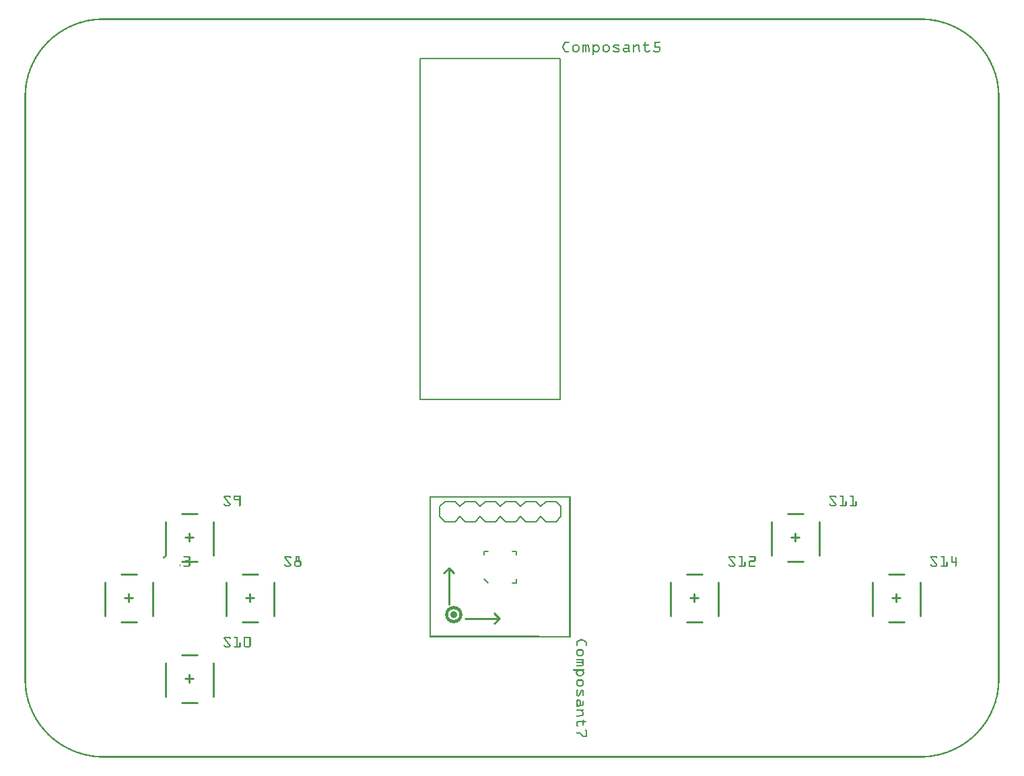
<source format=gto>
G04 MADE WITH FRITZING*
G04 WWW.FRITZING.ORG*
G04 DOUBLE SIDED*
G04 HOLES PLATED*
G04 CONTOUR ON CENTER OF CONTOUR VECTOR*
%ASAXBY*%
%FSLAX23Y23*%
%MOIN*%
%OFA0B0*%
%SFA1.0B1.0*%
%ADD10C,0.085709X0.0557086*%
%ADD11C,0.035000X0.005*%
%ADD12C,0.020000X0*%
%ADD13C,0.010000*%
%ADD14C,0.008000*%
%ADD15R,0.001000X0.001000*%
%LNSILK1*%
G90*
G70*
G54D10*
X2126Y710D03*
G54D11*
X2126Y710D03*
G54D12*
X2126Y710D03*
G54D13*
X1157Y674D02*
X1078Y674D01*
D02*
X1235Y871D02*
X1235Y704D01*
D02*
X999Y871D02*
X999Y704D01*
D02*
X1157Y911D02*
X1078Y911D01*
D02*
X1137Y792D02*
X1097Y792D01*
D02*
X1117Y773D02*
X1117Y812D01*
D02*
X857Y974D02*
X778Y974D01*
D02*
X935Y1171D02*
X935Y1004D01*
D02*
X699Y1171D02*
X699Y1004D01*
D02*
X857Y1211D02*
X778Y1211D01*
D02*
X837Y1092D02*
X797Y1092D01*
D02*
X817Y1073D02*
X817Y1112D01*
D02*
X857Y274D02*
X778Y274D01*
D02*
X935Y471D02*
X935Y304D01*
D02*
X699Y471D02*
X699Y304D01*
D02*
X857Y511D02*
X778Y511D01*
D02*
X837Y392D02*
X797Y392D01*
D02*
X817Y373D02*
X817Y412D01*
D02*
X3857Y974D02*
X3778Y974D01*
D02*
X3935Y1171D02*
X3935Y1004D01*
D02*
X3699Y1171D02*
X3699Y1004D01*
D02*
X3857Y1211D02*
X3778Y1211D01*
D02*
X3837Y1092D02*
X3797Y1092D01*
D02*
X3817Y1073D02*
X3817Y1112D01*
D02*
X3357Y674D02*
X3278Y674D01*
D02*
X3435Y871D02*
X3435Y704D01*
D02*
X3199Y871D02*
X3199Y704D01*
D02*
X3357Y911D02*
X3278Y911D01*
D02*
X3337Y792D02*
X3297Y792D01*
D02*
X3317Y773D02*
X3317Y812D01*
D02*
X557Y674D02*
X478Y674D01*
D02*
X635Y871D02*
X635Y704D01*
D02*
X399Y871D02*
X399Y704D01*
D02*
X557Y911D02*
X478Y911D01*
D02*
X537Y792D02*
X497Y792D01*
D02*
X517Y773D02*
X517Y812D01*
D02*
X4357Y674D02*
X4278Y674D01*
D02*
X4435Y871D02*
X4435Y704D01*
D02*
X4199Y871D02*
X4199Y704D01*
D02*
X4357Y911D02*
X4278Y911D01*
D02*
X4337Y792D02*
X4297Y792D01*
D02*
X4317Y773D02*
X4317Y812D01*
D02*
X2181Y690D02*
X2351Y690D01*
D02*
X2351Y690D02*
X2326Y665D01*
D02*
X2351Y690D02*
X2326Y715D01*
D02*
X2101Y760D02*
X2101Y940D01*
D02*
X2101Y940D02*
X2076Y915D01*
D02*
X2101Y940D02*
X2126Y915D01*
G54D14*
D02*
X2156Y1195D02*
X2131Y1170D01*
D02*
X2131Y1170D02*
X2081Y1170D01*
D02*
X2081Y1170D02*
X2056Y1195D01*
D02*
X2056Y1245D02*
X2081Y1270D01*
D02*
X2081Y1270D02*
X2131Y1270D01*
D02*
X2131Y1270D02*
X2156Y1245D01*
D02*
X2331Y1170D02*
X2281Y1170D01*
D02*
X2281Y1170D02*
X2256Y1195D01*
D02*
X2256Y1245D02*
X2281Y1270D01*
D02*
X2256Y1195D02*
X2231Y1170D01*
D02*
X2231Y1170D02*
X2181Y1170D01*
D02*
X2181Y1170D02*
X2156Y1195D01*
D02*
X2156Y1245D02*
X2181Y1270D01*
D02*
X2181Y1270D02*
X2231Y1270D01*
D02*
X2231Y1270D02*
X2256Y1245D01*
D02*
X2456Y1195D02*
X2431Y1170D01*
D02*
X2431Y1170D02*
X2381Y1170D01*
D02*
X2381Y1170D02*
X2356Y1195D01*
D02*
X2356Y1245D02*
X2381Y1270D01*
D02*
X2381Y1270D02*
X2431Y1270D01*
D02*
X2431Y1270D02*
X2456Y1245D01*
D02*
X2331Y1170D02*
X2356Y1195D01*
D02*
X2356Y1245D02*
X2331Y1270D01*
D02*
X2281Y1270D02*
X2331Y1270D01*
D02*
X2631Y1170D02*
X2581Y1170D01*
D02*
X2581Y1170D02*
X2556Y1195D01*
D02*
X2556Y1245D02*
X2581Y1270D01*
D02*
X2556Y1195D02*
X2531Y1170D01*
D02*
X2531Y1170D02*
X2481Y1170D01*
D02*
X2481Y1170D02*
X2456Y1195D01*
D02*
X2456Y1245D02*
X2481Y1270D01*
D02*
X2481Y1270D02*
X2531Y1270D01*
D02*
X2531Y1270D02*
X2556Y1245D01*
D02*
X2656Y1195D02*
X2656Y1245D01*
D02*
X2631Y1170D02*
X2656Y1195D01*
D02*
X2656Y1245D02*
X2631Y1270D01*
D02*
X2581Y1270D02*
X2631Y1270D01*
D02*
X2056Y1195D02*
X2056Y1245D01*
D02*
X2277Y886D02*
X2297Y867D01*
D02*
X2277Y1005D02*
X2277Y1024D01*
D02*
X2277Y1024D02*
X2297Y1024D01*
D02*
X2415Y1024D02*
X2435Y1024D01*
D02*
X2435Y1024D02*
X2435Y1005D01*
D02*
X2435Y886D02*
X2435Y867D01*
D02*
X2435Y867D02*
X2415Y867D01*
X1959Y1775D02*
X2651Y1775D01*
X2651Y3467D01*
X1959Y3467D01*
X1959Y1775D01*
D02*
G54D15*
X370Y3665D02*
X4457Y3665D01*
X356Y3664D02*
X4471Y3664D01*
X346Y3663D02*
X4481Y3663D01*
X337Y3662D02*
X4490Y3662D01*
X330Y3661D02*
X4497Y3661D01*
X324Y3660D02*
X4503Y3660D01*
X318Y3659D02*
X4509Y3659D01*
X313Y3658D02*
X4514Y3658D01*
X308Y3657D02*
X369Y3657D01*
X4458Y3657D02*
X4519Y3657D01*
X304Y3656D02*
X355Y3656D01*
X4472Y3656D02*
X4523Y3656D01*
X299Y3655D02*
X345Y3655D01*
X4482Y3655D02*
X4528Y3655D01*
X295Y3654D02*
X337Y3654D01*
X4490Y3654D02*
X4532Y3654D01*
X291Y3653D02*
X330Y3653D01*
X4497Y3653D02*
X4536Y3653D01*
X288Y3652D02*
X323Y3652D01*
X4504Y3652D02*
X4539Y3652D01*
X284Y3651D02*
X318Y3651D01*
X4509Y3651D02*
X4543Y3651D01*
X281Y3650D02*
X313Y3650D01*
X4514Y3650D02*
X4546Y3650D01*
X277Y3649D02*
X308Y3649D01*
X4519Y3649D02*
X4550Y3649D01*
X274Y3648D02*
X303Y3648D01*
X4524Y3648D02*
X4553Y3648D01*
X271Y3647D02*
X299Y3647D01*
X4528Y3647D02*
X4556Y3647D01*
X268Y3646D02*
X295Y3646D01*
X4532Y3646D02*
X4559Y3646D01*
X265Y3645D02*
X291Y3645D01*
X4536Y3645D02*
X4562Y3645D01*
X262Y3644D02*
X287Y3644D01*
X4540Y3644D02*
X4565Y3644D01*
X259Y3643D02*
X284Y3643D01*
X4543Y3643D02*
X4568Y3643D01*
X256Y3642D02*
X280Y3642D01*
X4547Y3642D02*
X4571Y3642D01*
X253Y3641D02*
X277Y3641D01*
X4550Y3641D02*
X4574Y3641D01*
X251Y3640D02*
X274Y3640D01*
X4553Y3640D02*
X4576Y3640D01*
X248Y3639D02*
X271Y3639D01*
X4556Y3639D02*
X4579Y3639D01*
X246Y3638D02*
X268Y3638D01*
X4559Y3638D02*
X4581Y3638D01*
X243Y3637D02*
X265Y3637D01*
X4562Y3637D02*
X4584Y3637D01*
X241Y3636D02*
X262Y3636D01*
X4565Y3636D02*
X4586Y3636D01*
X238Y3635D02*
X259Y3635D01*
X4568Y3635D02*
X4589Y3635D01*
X236Y3634D02*
X256Y3634D01*
X4571Y3634D02*
X4591Y3634D01*
X234Y3633D02*
X253Y3633D01*
X4574Y3633D02*
X4593Y3633D01*
X231Y3632D02*
X251Y3632D01*
X4576Y3632D02*
X4596Y3632D01*
X229Y3631D02*
X248Y3631D01*
X4579Y3631D02*
X4598Y3631D01*
X227Y3630D02*
X246Y3630D01*
X4581Y3630D02*
X4600Y3630D01*
X225Y3629D02*
X243Y3629D01*
X4584Y3629D02*
X4602Y3629D01*
X223Y3628D02*
X241Y3628D01*
X4586Y3628D02*
X4604Y3628D01*
X220Y3627D02*
X238Y3627D01*
X4589Y3627D02*
X4607Y3627D01*
X218Y3626D02*
X236Y3626D01*
X4591Y3626D02*
X4609Y3626D01*
X216Y3625D02*
X234Y3625D01*
X4593Y3625D02*
X4611Y3625D01*
X214Y3624D02*
X232Y3624D01*
X4595Y3624D02*
X4613Y3624D01*
X212Y3623D02*
X230Y3623D01*
X4597Y3623D02*
X4615Y3623D01*
X211Y3622D02*
X227Y3622D01*
X4600Y3622D02*
X4616Y3622D01*
X209Y3621D02*
X225Y3621D01*
X4602Y3621D02*
X4618Y3621D01*
X207Y3620D02*
X223Y3620D01*
X4604Y3620D02*
X4620Y3620D01*
X205Y3619D02*
X221Y3619D01*
X4606Y3619D02*
X4622Y3619D01*
X203Y3618D02*
X219Y3618D01*
X4608Y3618D02*
X4624Y3618D01*
X201Y3617D02*
X217Y3617D01*
X4610Y3617D02*
X4626Y3617D01*
X199Y3616D02*
X215Y3616D01*
X4612Y3616D02*
X4628Y3616D01*
X198Y3615D02*
X213Y3615D01*
X4614Y3615D02*
X4629Y3615D01*
X196Y3614D02*
X211Y3614D01*
X4616Y3614D02*
X4631Y3614D01*
X194Y3613D02*
X209Y3613D01*
X4618Y3613D02*
X4633Y3613D01*
X192Y3612D02*
X207Y3612D01*
X4620Y3612D02*
X4635Y3612D01*
X191Y3611D02*
X205Y3611D01*
X4622Y3611D02*
X4636Y3611D01*
X189Y3610D02*
X204Y3610D01*
X4623Y3610D02*
X4638Y3610D01*
X187Y3609D02*
X202Y3609D01*
X4625Y3609D02*
X4640Y3609D01*
X186Y3608D02*
X200Y3608D01*
X4627Y3608D02*
X4641Y3608D01*
X184Y3607D02*
X198Y3607D01*
X4629Y3607D02*
X4643Y3607D01*
X182Y3606D02*
X197Y3606D01*
X4630Y3606D02*
X4645Y3606D01*
X181Y3605D02*
X195Y3605D01*
X4632Y3605D02*
X4646Y3605D01*
X179Y3604D02*
X193Y3604D01*
X4634Y3604D02*
X4648Y3604D01*
X178Y3603D02*
X191Y3603D01*
X4636Y3603D02*
X4649Y3603D01*
X176Y3602D02*
X190Y3602D01*
X4637Y3602D02*
X4651Y3602D01*
X175Y3601D02*
X188Y3601D01*
X4639Y3601D02*
X4652Y3601D01*
X173Y3600D02*
X187Y3600D01*
X4640Y3600D02*
X4654Y3600D01*
X171Y3599D02*
X185Y3599D01*
X4642Y3599D02*
X4656Y3599D01*
X170Y3598D02*
X184Y3598D01*
X4643Y3598D02*
X4657Y3598D01*
X169Y3597D02*
X182Y3597D01*
X4645Y3597D02*
X4658Y3597D01*
X167Y3596D02*
X180Y3596D01*
X4647Y3596D02*
X4660Y3596D01*
X166Y3595D02*
X179Y3595D01*
X4648Y3595D02*
X4661Y3595D01*
X164Y3594D02*
X177Y3594D01*
X4650Y3594D02*
X4663Y3594D01*
X163Y3593D02*
X176Y3593D01*
X4651Y3593D02*
X4664Y3593D01*
X162Y3592D02*
X174Y3592D01*
X4653Y3592D02*
X4665Y3592D01*
X160Y3591D02*
X173Y3591D01*
X4654Y3591D02*
X4667Y3591D01*
X159Y3590D02*
X171Y3590D01*
X4656Y3590D02*
X4668Y3590D01*
X157Y3589D02*
X170Y3589D01*
X4657Y3589D02*
X4670Y3589D01*
X156Y3588D02*
X169Y3588D01*
X4658Y3588D02*
X4671Y3588D01*
X155Y3587D02*
X167Y3587D01*
X4660Y3587D02*
X4672Y3587D01*
X153Y3586D02*
X166Y3586D01*
X4661Y3586D02*
X4674Y3586D01*
X152Y3585D02*
X164Y3585D01*
X4663Y3585D02*
X4675Y3585D01*
X151Y3584D02*
X163Y3584D01*
X4664Y3584D02*
X4676Y3584D01*
X150Y3583D02*
X162Y3583D01*
X4665Y3583D02*
X4677Y3583D01*
X148Y3582D02*
X160Y3582D01*
X4667Y3582D02*
X4679Y3582D01*
X147Y3581D02*
X159Y3581D01*
X4668Y3581D02*
X4680Y3581D01*
X146Y3580D02*
X158Y3580D01*
X4669Y3580D02*
X4681Y3580D01*
X144Y3579D02*
X156Y3579D01*
X4671Y3579D02*
X4683Y3579D01*
X143Y3578D02*
X155Y3578D01*
X4672Y3578D02*
X4684Y3578D01*
X142Y3577D02*
X154Y3577D01*
X4673Y3577D02*
X4685Y3577D01*
X141Y3576D02*
X153Y3576D01*
X4674Y3576D02*
X4686Y3576D01*
X140Y3575D02*
X151Y3575D01*
X4676Y3575D02*
X4687Y3575D01*
X138Y3574D02*
X150Y3574D01*
X4677Y3574D02*
X4689Y3574D01*
X137Y3573D02*
X149Y3573D01*
X4678Y3573D02*
X4690Y3573D01*
X136Y3572D02*
X147Y3572D01*
X4680Y3572D02*
X4691Y3572D01*
X135Y3571D02*
X146Y3571D01*
X4681Y3571D02*
X4692Y3571D01*
X134Y3570D02*
X145Y3570D01*
X4682Y3570D02*
X4693Y3570D01*
X133Y3569D02*
X144Y3569D01*
X4683Y3569D02*
X4694Y3569D01*
X131Y3568D02*
X143Y3568D01*
X4684Y3568D02*
X4696Y3568D01*
X130Y3567D02*
X141Y3567D01*
X4686Y3567D02*
X4697Y3567D01*
X129Y3566D02*
X140Y3566D01*
X4687Y3566D02*
X4698Y3566D01*
X128Y3565D02*
X139Y3565D01*
X4688Y3565D02*
X4699Y3565D01*
X127Y3564D02*
X138Y3564D01*
X4689Y3564D02*
X4700Y3564D01*
X126Y3563D02*
X137Y3563D01*
X4690Y3563D02*
X4701Y3563D01*
X125Y3562D02*
X136Y3562D01*
X4691Y3562D02*
X4702Y3562D01*
X124Y3561D02*
X135Y3561D01*
X4692Y3561D02*
X4703Y3561D01*
X123Y3560D02*
X133Y3560D01*
X4694Y3560D02*
X4704Y3560D01*
X122Y3559D02*
X132Y3559D01*
X4695Y3559D02*
X4705Y3559D01*
X121Y3558D02*
X131Y3558D01*
X4696Y3558D02*
X4706Y3558D01*
X119Y3557D02*
X130Y3557D01*
X4697Y3557D02*
X4708Y3557D01*
X118Y3556D02*
X129Y3556D01*
X4698Y3556D02*
X4709Y3556D01*
X117Y3555D02*
X128Y3555D01*
X4699Y3555D02*
X4710Y3555D01*
X116Y3554D02*
X127Y3554D01*
X4700Y3554D02*
X4711Y3554D01*
X115Y3553D02*
X126Y3553D01*
X4701Y3553D02*
X4712Y3553D01*
X114Y3552D02*
X125Y3552D01*
X4702Y3552D02*
X4713Y3552D01*
X113Y3551D02*
X124Y3551D01*
X2680Y3551D02*
X2694Y3551D01*
X3120Y3551D02*
X3144Y3551D01*
X4703Y3551D02*
X4714Y3551D01*
X112Y3550D02*
X123Y3550D01*
X2677Y3550D02*
X2696Y3550D01*
X3120Y3550D02*
X3146Y3550D01*
X4704Y3550D02*
X4715Y3550D01*
X111Y3549D02*
X122Y3549D01*
X2675Y3549D02*
X2696Y3549D01*
X3120Y3549D02*
X3146Y3549D01*
X4705Y3549D02*
X4716Y3549D01*
X110Y3548D02*
X121Y3548D01*
X2674Y3548D02*
X2697Y3548D01*
X3072Y3548D02*
X3074Y3548D01*
X3120Y3548D02*
X3147Y3548D01*
X4706Y3548D02*
X4717Y3548D01*
X109Y3547D02*
X120Y3547D01*
X2673Y3547D02*
X2697Y3547D01*
X3071Y3547D02*
X3075Y3547D01*
X3120Y3547D02*
X3147Y3547D01*
X4707Y3547D02*
X4718Y3547D01*
X108Y3546D02*
X119Y3546D01*
X2672Y3546D02*
X2696Y3546D01*
X3070Y3546D02*
X3076Y3546D01*
X3120Y3546D02*
X3146Y3546D01*
X4708Y3546D02*
X4719Y3546D01*
X108Y3545D02*
X118Y3545D01*
X2672Y3545D02*
X2696Y3545D01*
X3070Y3545D02*
X3076Y3545D01*
X3120Y3545D02*
X3145Y3545D01*
X4709Y3545D02*
X4720Y3545D01*
X107Y3544D02*
X117Y3544D01*
X2671Y3544D02*
X2680Y3544D01*
X3070Y3544D02*
X3076Y3544D01*
X3120Y3544D02*
X3126Y3544D01*
X4710Y3544D02*
X4720Y3544D01*
X106Y3543D02*
X116Y3543D01*
X2671Y3543D02*
X2678Y3543D01*
X3070Y3543D02*
X3076Y3543D01*
X3120Y3543D02*
X3126Y3543D01*
X4711Y3543D02*
X4721Y3543D01*
X105Y3542D02*
X115Y3542D01*
X2670Y3542D02*
X2677Y3542D01*
X3070Y3542D02*
X3076Y3542D01*
X3120Y3542D02*
X3126Y3542D01*
X4712Y3542D02*
X4722Y3542D01*
X104Y3541D02*
X114Y3541D01*
X2670Y3541D02*
X2677Y3541D01*
X3070Y3541D02*
X3076Y3541D01*
X3120Y3541D02*
X3126Y3541D01*
X4713Y3541D02*
X4723Y3541D01*
X103Y3540D02*
X113Y3540D01*
X2669Y3540D02*
X2676Y3540D01*
X3070Y3540D02*
X3076Y3540D01*
X3120Y3540D02*
X3126Y3540D01*
X4714Y3540D02*
X4724Y3540D01*
X102Y3539D02*
X112Y3539D01*
X2669Y3539D02*
X2676Y3539D01*
X3070Y3539D02*
X3076Y3539D01*
X3120Y3539D02*
X3126Y3539D01*
X4715Y3539D02*
X4725Y3539D01*
X101Y3538D02*
X111Y3538D01*
X2668Y3538D02*
X2675Y3538D01*
X3070Y3538D02*
X3076Y3538D01*
X3120Y3538D02*
X3126Y3538D01*
X4716Y3538D02*
X4726Y3538D01*
X100Y3537D02*
X110Y3537D01*
X2668Y3537D02*
X2675Y3537D01*
X2814Y3537D02*
X2818Y3537D01*
X2826Y3537D02*
X2834Y3537D01*
X3070Y3537D02*
X3076Y3537D01*
X3120Y3537D02*
X3126Y3537D01*
X4717Y3537D02*
X4727Y3537D01*
X99Y3536D02*
X109Y3536D01*
X2667Y3536D02*
X2674Y3536D01*
X2723Y3536D02*
X2737Y3536D01*
X2765Y3536D02*
X2767Y3536D01*
X2773Y3536D02*
X2777Y3536D01*
X2787Y3536D02*
X2790Y3536D01*
X2814Y3536D02*
X2819Y3536D01*
X2824Y3536D02*
X2836Y3536D01*
X2873Y3536D02*
X2887Y3536D01*
X2920Y3536D02*
X2940Y3536D01*
X2972Y3536D02*
X2988Y3536D01*
X3015Y3536D02*
X3017Y3536D01*
X3030Y3536D02*
X3038Y3536D01*
X3065Y3536D02*
X3091Y3536D01*
X3120Y3536D02*
X3126Y3536D01*
X4718Y3536D02*
X4728Y3536D01*
X98Y3535D02*
X108Y3535D01*
X2667Y3535D02*
X2674Y3535D01*
X2721Y3535D02*
X2739Y3535D01*
X2763Y3535D02*
X2768Y3535D01*
X2771Y3535D02*
X2779Y3535D01*
X2785Y3535D02*
X2792Y3535D01*
X2813Y3535D02*
X2819Y3535D01*
X2823Y3535D02*
X2838Y3535D01*
X2871Y3535D02*
X2889Y3535D01*
X2918Y3535D02*
X2942Y3535D01*
X2971Y3535D02*
X2991Y3535D01*
X3014Y3535D02*
X3018Y3535D01*
X3027Y3535D02*
X3041Y3535D01*
X3064Y3535D02*
X3092Y3535D01*
X3120Y3535D02*
X3126Y3535D01*
X4719Y3535D02*
X4729Y3535D01*
X97Y3534D02*
X107Y3534D01*
X2666Y3534D02*
X2673Y3534D01*
X2720Y3534D02*
X2740Y3534D01*
X2763Y3534D02*
X2780Y3534D01*
X2783Y3534D02*
X2793Y3534D01*
X2813Y3534D02*
X2819Y3534D01*
X2822Y3534D02*
X2839Y3534D01*
X2870Y3534D02*
X2890Y3534D01*
X2917Y3534D02*
X2943Y3534D01*
X2970Y3534D02*
X2992Y3534D01*
X3013Y3534D02*
X3019Y3534D01*
X3026Y3534D02*
X3042Y3534D01*
X3063Y3534D02*
X3093Y3534D01*
X3120Y3534D02*
X3126Y3534D01*
X4720Y3534D02*
X4730Y3534D01*
X97Y3533D02*
X106Y3533D01*
X2666Y3533D02*
X2673Y3533D01*
X2718Y3533D02*
X2742Y3533D01*
X2763Y3533D02*
X2794Y3533D01*
X2813Y3533D02*
X2840Y3533D01*
X2868Y3533D02*
X2892Y3533D01*
X2916Y3533D02*
X2944Y3533D01*
X2970Y3533D02*
X2993Y3533D01*
X3013Y3533D02*
X3019Y3533D01*
X3024Y3533D02*
X3043Y3533D01*
X3063Y3533D02*
X3093Y3533D01*
X3120Y3533D02*
X3126Y3533D01*
X4721Y3533D02*
X4731Y3533D01*
X96Y3532D02*
X105Y3532D01*
X2665Y3532D02*
X2672Y3532D01*
X2717Y3532D02*
X2743Y3532D01*
X2763Y3532D02*
X2795Y3532D01*
X2813Y3532D02*
X2841Y3532D01*
X2867Y3532D02*
X2893Y3532D01*
X2915Y3532D02*
X2945Y3532D01*
X2970Y3532D02*
X2994Y3532D01*
X3013Y3532D02*
X3019Y3532D01*
X3023Y3532D02*
X3044Y3532D01*
X3063Y3532D02*
X3093Y3532D01*
X3120Y3532D02*
X3126Y3532D01*
X4722Y3532D02*
X4731Y3532D01*
X95Y3531D02*
X104Y3531D01*
X2665Y3531D02*
X2672Y3531D01*
X2716Y3531D02*
X2744Y3531D01*
X2763Y3531D02*
X2796Y3531D01*
X2813Y3531D02*
X2842Y3531D01*
X2866Y3531D02*
X2894Y3531D01*
X2915Y3531D02*
X2946Y3531D01*
X2971Y3531D02*
X2995Y3531D01*
X3013Y3531D02*
X3019Y3531D01*
X3021Y3531D02*
X3045Y3531D01*
X3064Y3531D02*
X3093Y3531D01*
X3120Y3531D02*
X3126Y3531D01*
X4723Y3531D02*
X4732Y3531D01*
X94Y3530D02*
X103Y3530D01*
X2664Y3530D02*
X2671Y3530D01*
X2715Y3530D02*
X2745Y3530D01*
X2763Y3530D02*
X2796Y3530D01*
X2813Y3530D02*
X2827Y3530D01*
X2834Y3530D02*
X2843Y3530D01*
X2865Y3530D02*
X2895Y3530D01*
X2914Y3530D02*
X2946Y3530D01*
X2972Y3530D02*
X2995Y3530D01*
X3013Y3530D02*
X3045Y3530D01*
X3065Y3530D02*
X3092Y3530D01*
X3120Y3530D02*
X3126Y3530D01*
X4724Y3530D02*
X4733Y3530D01*
X93Y3529D02*
X103Y3529D01*
X2664Y3529D02*
X2671Y3529D01*
X2715Y3529D02*
X2724Y3529D01*
X2736Y3529D02*
X2745Y3529D01*
X2763Y3529D02*
X2773Y3529D01*
X2776Y3529D02*
X2787Y3529D01*
X2790Y3529D02*
X2796Y3529D01*
X2813Y3529D02*
X2826Y3529D01*
X2835Y3529D02*
X2844Y3529D01*
X2865Y3529D02*
X2874Y3529D01*
X2886Y3529D02*
X2895Y3529D01*
X2914Y3529D02*
X2921Y3529D01*
X2939Y3529D02*
X2946Y3529D01*
X2988Y3529D02*
X2995Y3529D01*
X3013Y3529D02*
X3030Y3529D01*
X3038Y3529D02*
X3045Y3529D01*
X3070Y3529D02*
X3076Y3529D01*
X3120Y3529D02*
X3126Y3529D01*
X4724Y3529D02*
X4734Y3529D01*
X92Y3528D02*
X102Y3528D01*
X2664Y3528D02*
X2670Y3528D01*
X2714Y3528D02*
X2722Y3528D01*
X2738Y3528D02*
X2746Y3528D01*
X2763Y3528D02*
X2772Y3528D01*
X2777Y3528D02*
X2786Y3528D01*
X2790Y3528D02*
X2796Y3528D01*
X2813Y3528D02*
X2825Y3528D01*
X2836Y3528D02*
X2845Y3528D01*
X2864Y3528D02*
X2872Y3528D01*
X2888Y3528D02*
X2896Y3528D01*
X2914Y3528D02*
X2920Y3528D01*
X2940Y3528D02*
X2945Y3528D01*
X2989Y3528D02*
X2996Y3528D01*
X3013Y3528D02*
X3028Y3528D01*
X3039Y3528D02*
X3046Y3528D01*
X3070Y3528D02*
X3076Y3528D01*
X3120Y3528D02*
X3126Y3528D01*
X4725Y3528D02*
X4735Y3528D01*
X91Y3527D02*
X101Y3527D01*
X2664Y3527D02*
X2670Y3527D01*
X2714Y3527D02*
X2721Y3527D01*
X2739Y3527D02*
X2746Y3527D01*
X2763Y3527D02*
X2771Y3527D01*
X2777Y3527D02*
X2785Y3527D01*
X2790Y3527D02*
X2796Y3527D01*
X2813Y3527D02*
X2824Y3527D01*
X2837Y3527D02*
X2846Y3527D01*
X2864Y3527D02*
X2871Y3527D01*
X2889Y3527D02*
X2896Y3527D01*
X2914Y3527D02*
X2920Y3527D01*
X2942Y3527D02*
X2944Y3527D01*
X2990Y3527D02*
X2996Y3527D01*
X3013Y3527D02*
X3027Y3527D01*
X3040Y3527D02*
X3046Y3527D01*
X3070Y3527D02*
X3076Y3527D01*
X3120Y3527D02*
X3142Y3527D01*
X4726Y3527D02*
X4736Y3527D01*
X90Y3526D02*
X100Y3526D01*
X2663Y3526D02*
X2669Y3526D01*
X2713Y3526D02*
X2720Y3526D01*
X2740Y3526D02*
X2747Y3526D01*
X2763Y3526D02*
X2770Y3526D01*
X2777Y3526D02*
X2784Y3526D01*
X2790Y3526D02*
X2796Y3526D01*
X2813Y3526D02*
X2823Y3526D01*
X2838Y3526D02*
X2846Y3526D01*
X2863Y3526D02*
X2870Y3526D01*
X2890Y3526D02*
X2897Y3526D01*
X2914Y3526D02*
X2921Y3526D01*
X2990Y3526D02*
X2996Y3526D01*
X3013Y3526D02*
X3025Y3526D01*
X3040Y3526D02*
X3046Y3526D01*
X3070Y3526D02*
X3076Y3526D01*
X3120Y3526D02*
X3144Y3526D01*
X4727Y3526D02*
X4737Y3526D01*
X90Y3525D02*
X99Y3525D01*
X2663Y3525D02*
X2669Y3525D01*
X2713Y3525D02*
X2719Y3525D01*
X2741Y3525D02*
X2747Y3525D01*
X2763Y3525D02*
X2769Y3525D01*
X2777Y3525D02*
X2783Y3525D01*
X2790Y3525D02*
X2796Y3525D01*
X2813Y3525D02*
X2822Y3525D01*
X2839Y3525D02*
X2846Y3525D01*
X2863Y3525D02*
X2869Y3525D01*
X2890Y3525D02*
X2897Y3525D01*
X2914Y3525D02*
X2923Y3525D01*
X2990Y3525D02*
X2996Y3525D01*
X3013Y3525D02*
X3024Y3525D01*
X3040Y3525D02*
X3046Y3525D01*
X3070Y3525D02*
X3076Y3525D01*
X3120Y3525D02*
X3145Y3525D01*
X4728Y3525D02*
X4737Y3525D01*
X89Y3524D02*
X98Y3524D01*
X2663Y3524D02*
X2669Y3524D01*
X2713Y3524D02*
X2719Y3524D01*
X2741Y3524D02*
X2747Y3524D01*
X2763Y3524D02*
X2769Y3524D01*
X2777Y3524D02*
X2783Y3524D01*
X2790Y3524D02*
X2796Y3524D01*
X2813Y3524D02*
X2821Y3524D01*
X2840Y3524D02*
X2847Y3524D01*
X2863Y3524D02*
X2869Y3524D01*
X2891Y3524D02*
X2897Y3524D01*
X2915Y3524D02*
X2925Y3524D01*
X2990Y3524D02*
X2996Y3524D01*
X3013Y3524D02*
X3022Y3524D01*
X3040Y3524D02*
X3046Y3524D01*
X3070Y3524D02*
X3076Y3524D01*
X3120Y3524D02*
X3146Y3524D01*
X4729Y3524D02*
X4738Y3524D01*
X88Y3523D02*
X97Y3523D01*
X2663Y3523D02*
X2669Y3523D01*
X2713Y3523D02*
X2719Y3523D01*
X2741Y3523D02*
X2747Y3523D01*
X2763Y3523D02*
X2769Y3523D01*
X2777Y3523D02*
X2783Y3523D01*
X2790Y3523D02*
X2796Y3523D01*
X2813Y3523D02*
X2820Y3523D01*
X2841Y3523D02*
X2847Y3523D01*
X2863Y3523D02*
X2869Y3523D01*
X2891Y3523D02*
X2897Y3523D01*
X2915Y3523D02*
X2927Y3523D01*
X2990Y3523D02*
X2996Y3523D01*
X3013Y3523D02*
X3021Y3523D01*
X3040Y3523D02*
X3046Y3523D01*
X3070Y3523D02*
X3076Y3523D01*
X3120Y3523D02*
X3146Y3523D01*
X4730Y3523D02*
X4739Y3523D01*
X87Y3522D02*
X97Y3522D01*
X2663Y3522D02*
X2669Y3522D01*
X2713Y3522D02*
X2719Y3522D01*
X2741Y3522D02*
X2747Y3522D01*
X2763Y3522D02*
X2769Y3522D01*
X2777Y3522D02*
X2783Y3522D01*
X2790Y3522D02*
X2796Y3522D01*
X2813Y3522D02*
X2819Y3522D01*
X2841Y3522D02*
X2847Y3522D01*
X2863Y3522D02*
X2869Y3522D01*
X2891Y3522D02*
X2897Y3522D01*
X2916Y3522D02*
X2930Y3522D01*
X2990Y3522D02*
X2996Y3522D01*
X3013Y3522D02*
X3019Y3522D01*
X3040Y3522D02*
X3046Y3522D01*
X3070Y3522D02*
X3076Y3522D01*
X3120Y3522D02*
X3147Y3522D01*
X4730Y3522D02*
X4740Y3522D01*
X86Y3521D02*
X96Y3521D01*
X2664Y3521D02*
X2670Y3521D01*
X2713Y3521D02*
X2719Y3521D01*
X2741Y3521D02*
X2747Y3521D01*
X2763Y3521D02*
X2769Y3521D01*
X2777Y3521D02*
X2783Y3521D01*
X2791Y3521D02*
X2797Y3521D01*
X2813Y3521D02*
X2819Y3521D01*
X2841Y3521D02*
X2847Y3521D01*
X2863Y3521D02*
X2869Y3521D01*
X2891Y3521D02*
X2897Y3521D01*
X2917Y3521D02*
X2932Y3521D01*
X2970Y3521D02*
X2996Y3521D01*
X3013Y3521D02*
X3019Y3521D01*
X3040Y3521D02*
X3046Y3521D01*
X3070Y3521D02*
X3076Y3521D01*
X3120Y3521D02*
X3147Y3521D01*
X4731Y3521D02*
X4741Y3521D01*
X86Y3520D02*
X95Y3520D01*
X2664Y3520D02*
X2670Y3520D01*
X2713Y3520D02*
X2719Y3520D01*
X2741Y3520D02*
X2747Y3520D01*
X2763Y3520D02*
X2769Y3520D01*
X2777Y3520D02*
X2783Y3520D01*
X2791Y3520D02*
X2797Y3520D01*
X2813Y3520D02*
X2819Y3520D01*
X2841Y3520D02*
X2847Y3520D01*
X2863Y3520D02*
X2869Y3520D01*
X2891Y3520D02*
X2897Y3520D01*
X2918Y3520D02*
X2934Y3520D01*
X2968Y3520D02*
X2996Y3520D01*
X3013Y3520D02*
X3019Y3520D01*
X3040Y3520D02*
X3046Y3520D01*
X3070Y3520D02*
X3076Y3520D01*
X3141Y3520D02*
X3147Y3520D01*
X4732Y3520D02*
X4741Y3520D01*
X85Y3519D02*
X94Y3519D01*
X2664Y3519D02*
X2671Y3519D01*
X2713Y3519D02*
X2719Y3519D01*
X2741Y3519D02*
X2747Y3519D01*
X2763Y3519D02*
X2769Y3519D01*
X2777Y3519D02*
X2783Y3519D01*
X2791Y3519D02*
X2797Y3519D01*
X2813Y3519D02*
X2819Y3519D01*
X2841Y3519D02*
X2847Y3519D01*
X2863Y3519D02*
X2869Y3519D01*
X2891Y3519D02*
X2897Y3519D01*
X2920Y3519D02*
X2937Y3519D01*
X2967Y3519D02*
X2996Y3519D01*
X3013Y3519D02*
X3019Y3519D01*
X3040Y3519D02*
X3046Y3519D01*
X3070Y3519D02*
X3076Y3519D01*
X3141Y3519D02*
X3147Y3519D01*
X4733Y3519D02*
X4742Y3519D01*
X84Y3518D02*
X93Y3518D01*
X2664Y3518D02*
X2671Y3518D01*
X2713Y3518D02*
X2719Y3518D01*
X2741Y3518D02*
X2747Y3518D01*
X2763Y3518D02*
X2769Y3518D01*
X2777Y3518D02*
X2783Y3518D01*
X2791Y3518D02*
X2797Y3518D01*
X2813Y3518D02*
X2819Y3518D01*
X2841Y3518D02*
X2847Y3518D01*
X2863Y3518D02*
X2869Y3518D01*
X2891Y3518D02*
X2897Y3518D01*
X2922Y3518D02*
X2939Y3518D01*
X2966Y3518D02*
X2996Y3518D01*
X3013Y3518D02*
X3019Y3518D01*
X3040Y3518D02*
X3046Y3518D01*
X3070Y3518D02*
X3076Y3518D01*
X3141Y3518D02*
X3147Y3518D01*
X4734Y3518D02*
X4743Y3518D01*
X83Y3517D02*
X92Y3517D01*
X2665Y3517D02*
X2672Y3517D01*
X2713Y3517D02*
X2719Y3517D01*
X2741Y3517D02*
X2747Y3517D01*
X2763Y3517D02*
X2769Y3517D01*
X2777Y3517D02*
X2783Y3517D01*
X2791Y3517D02*
X2797Y3517D01*
X2813Y3517D02*
X2819Y3517D01*
X2841Y3517D02*
X2847Y3517D01*
X2863Y3517D02*
X2869Y3517D01*
X2891Y3517D02*
X2897Y3517D01*
X2925Y3517D02*
X2941Y3517D01*
X2965Y3517D02*
X2996Y3517D01*
X3013Y3517D02*
X3019Y3517D01*
X3040Y3517D02*
X3046Y3517D01*
X3070Y3517D02*
X3076Y3517D01*
X3141Y3517D02*
X3147Y3517D01*
X4735Y3517D02*
X4744Y3517D01*
X82Y3516D02*
X92Y3516D01*
X2665Y3516D02*
X2672Y3516D01*
X2713Y3516D02*
X2719Y3516D01*
X2741Y3516D02*
X2747Y3516D01*
X2763Y3516D02*
X2769Y3516D01*
X2777Y3516D02*
X2783Y3516D01*
X2791Y3516D02*
X2797Y3516D01*
X2813Y3516D02*
X2819Y3516D01*
X2841Y3516D02*
X2847Y3516D01*
X2863Y3516D02*
X2869Y3516D01*
X2891Y3516D02*
X2897Y3516D01*
X2927Y3516D02*
X2943Y3516D01*
X2964Y3516D02*
X2996Y3516D01*
X3013Y3516D02*
X3019Y3516D01*
X3040Y3516D02*
X3046Y3516D01*
X3070Y3516D02*
X3076Y3516D01*
X3141Y3516D02*
X3147Y3516D01*
X4735Y3516D02*
X4745Y3516D01*
X82Y3515D02*
X91Y3515D01*
X2666Y3515D02*
X2673Y3515D01*
X2713Y3515D02*
X2719Y3515D01*
X2741Y3515D02*
X2747Y3515D01*
X2763Y3515D02*
X2769Y3515D01*
X2777Y3515D02*
X2783Y3515D01*
X2791Y3515D02*
X2797Y3515D01*
X2813Y3515D02*
X2819Y3515D01*
X2841Y3515D02*
X2847Y3515D01*
X2863Y3515D02*
X2869Y3515D01*
X2891Y3515D02*
X2897Y3515D01*
X2929Y3515D02*
X2944Y3515D01*
X2964Y3515D02*
X2996Y3515D01*
X3013Y3515D02*
X3019Y3515D01*
X3040Y3515D02*
X3046Y3515D01*
X3070Y3515D02*
X3076Y3515D01*
X3141Y3515D02*
X3147Y3515D01*
X4736Y3515D02*
X4745Y3515D01*
X81Y3514D02*
X90Y3514D01*
X2666Y3514D02*
X2673Y3514D01*
X2713Y3514D02*
X2719Y3514D01*
X2741Y3514D02*
X2747Y3514D01*
X2763Y3514D02*
X2769Y3514D01*
X2777Y3514D02*
X2783Y3514D01*
X2791Y3514D02*
X2797Y3514D01*
X2813Y3514D02*
X2819Y3514D01*
X2841Y3514D02*
X2847Y3514D01*
X2863Y3514D02*
X2869Y3514D01*
X2891Y3514D02*
X2897Y3514D01*
X2932Y3514D02*
X2944Y3514D01*
X2964Y3514D02*
X2971Y3514D01*
X2989Y3514D02*
X2996Y3514D01*
X3013Y3514D02*
X3019Y3514D01*
X3040Y3514D02*
X3046Y3514D01*
X3070Y3514D02*
X3076Y3514D01*
X3141Y3514D02*
X3147Y3514D01*
X4737Y3514D02*
X4746Y3514D01*
X80Y3513D02*
X89Y3513D01*
X2667Y3513D02*
X2674Y3513D01*
X2713Y3513D02*
X2719Y3513D01*
X2741Y3513D02*
X2747Y3513D01*
X2763Y3513D02*
X2769Y3513D01*
X2777Y3513D02*
X2783Y3513D01*
X2791Y3513D02*
X2797Y3513D01*
X2813Y3513D02*
X2819Y3513D01*
X2841Y3513D02*
X2847Y3513D01*
X2863Y3513D02*
X2869Y3513D01*
X2891Y3513D02*
X2897Y3513D01*
X2934Y3513D02*
X2945Y3513D01*
X2963Y3513D02*
X2970Y3513D01*
X2990Y3513D02*
X2996Y3513D01*
X3013Y3513D02*
X3019Y3513D01*
X3040Y3513D02*
X3046Y3513D01*
X3070Y3513D02*
X3076Y3513D01*
X3141Y3513D02*
X3147Y3513D01*
X4738Y3513D02*
X4747Y3513D01*
X79Y3512D02*
X88Y3512D01*
X2667Y3512D02*
X2674Y3512D01*
X2713Y3512D02*
X2719Y3512D01*
X2741Y3512D02*
X2747Y3512D01*
X2763Y3512D02*
X2769Y3512D01*
X2777Y3512D02*
X2783Y3512D01*
X2791Y3512D02*
X2797Y3512D01*
X2813Y3512D02*
X2819Y3512D01*
X2841Y3512D02*
X2847Y3512D01*
X2863Y3512D02*
X2869Y3512D01*
X2891Y3512D02*
X2897Y3512D01*
X2936Y3512D02*
X2946Y3512D01*
X2963Y3512D02*
X2969Y3512D01*
X2990Y3512D02*
X2996Y3512D01*
X3013Y3512D02*
X3019Y3512D01*
X3040Y3512D02*
X3046Y3512D01*
X3070Y3512D02*
X3076Y3512D01*
X3141Y3512D02*
X3147Y3512D01*
X4739Y3512D02*
X4748Y3512D01*
X78Y3511D02*
X88Y3511D01*
X2668Y3511D02*
X2675Y3511D01*
X2713Y3511D02*
X2719Y3511D01*
X2741Y3511D02*
X2747Y3511D01*
X2763Y3511D02*
X2769Y3511D01*
X2777Y3511D02*
X2783Y3511D01*
X2791Y3511D02*
X2797Y3511D01*
X2813Y3511D02*
X2819Y3511D01*
X2841Y3511D02*
X2847Y3511D01*
X2863Y3511D02*
X2869Y3511D01*
X2891Y3511D02*
X2897Y3511D01*
X2938Y3511D02*
X2946Y3511D01*
X2963Y3511D02*
X2969Y3511D01*
X2990Y3511D02*
X2996Y3511D01*
X3013Y3511D02*
X3019Y3511D01*
X3040Y3511D02*
X3046Y3511D01*
X3070Y3511D02*
X3076Y3511D01*
X3141Y3511D02*
X3147Y3511D01*
X4739Y3511D02*
X4749Y3511D01*
X78Y3510D02*
X87Y3510D01*
X2668Y3510D02*
X2675Y3510D01*
X2713Y3510D02*
X2719Y3510D01*
X2741Y3510D02*
X2747Y3510D01*
X2763Y3510D02*
X2769Y3510D01*
X2777Y3510D02*
X2783Y3510D01*
X2791Y3510D02*
X2797Y3510D01*
X2813Y3510D02*
X2820Y3510D01*
X2841Y3510D02*
X2847Y3510D01*
X2863Y3510D02*
X2869Y3510D01*
X2891Y3510D02*
X2897Y3510D01*
X2940Y3510D02*
X2946Y3510D01*
X2963Y3510D02*
X2969Y3510D01*
X2990Y3510D02*
X2996Y3510D01*
X3013Y3510D02*
X3019Y3510D01*
X3040Y3510D02*
X3046Y3510D01*
X3070Y3510D02*
X3076Y3510D01*
X3141Y3510D02*
X3147Y3510D01*
X4740Y3510D02*
X4749Y3510D01*
X77Y3509D02*
X86Y3509D01*
X2669Y3509D02*
X2676Y3509D01*
X2713Y3509D02*
X2719Y3509D01*
X2741Y3509D02*
X2747Y3509D01*
X2763Y3509D02*
X2769Y3509D01*
X2777Y3509D02*
X2783Y3509D01*
X2791Y3509D02*
X2797Y3509D01*
X2813Y3509D02*
X2821Y3509D01*
X2840Y3509D02*
X2847Y3509D01*
X2863Y3509D02*
X2869Y3509D01*
X2891Y3509D02*
X2897Y3509D01*
X2940Y3509D02*
X2947Y3509D01*
X2963Y3509D02*
X2969Y3509D01*
X2990Y3509D02*
X2996Y3509D01*
X3013Y3509D02*
X3019Y3509D01*
X3040Y3509D02*
X3046Y3509D01*
X3070Y3509D02*
X3076Y3509D01*
X3092Y3509D02*
X3095Y3509D01*
X3141Y3509D02*
X3147Y3509D01*
X4741Y3509D02*
X4750Y3509D01*
X76Y3508D02*
X85Y3508D01*
X2669Y3508D02*
X2676Y3508D01*
X2713Y3508D02*
X2720Y3508D01*
X2740Y3508D02*
X2747Y3508D01*
X2763Y3508D02*
X2769Y3508D01*
X2777Y3508D02*
X2783Y3508D01*
X2791Y3508D02*
X2797Y3508D01*
X2813Y3508D02*
X2822Y3508D01*
X2839Y3508D02*
X2846Y3508D01*
X2863Y3508D02*
X2870Y3508D01*
X2890Y3508D02*
X2897Y3508D01*
X2941Y3508D02*
X2947Y3508D01*
X2963Y3508D02*
X2969Y3508D01*
X2990Y3508D02*
X2996Y3508D01*
X3013Y3508D02*
X3019Y3508D01*
X3040Y3508D02*
X3046Y3508D01*
X3070Y3508D02*
X3076Y3508D01*
X3091Y3508D02*
X3096Y3508D01*
X3141Y3508D02*
X3147Y3508D01*
X4742Y3508D02*
X4751Y3508D01*
X76Y3507D02*
X84Y3507D01*
X2670Y3507D02*
X2677Y3507D01*
X2714Y3507D02*
X2720Y3507D01*
X2740Y3507D02*
X2746Y3507D01*
X2763Y3507D02*
X2769Y3507D01*
X2777Y3507D02*
X2783Y3507D01*
X2791Y3507D02*
X2797Y3507D01*
X2813Y3507D02*
X2823Y3507D01*
X2838Y3507D02*
X2846Y3507D01*
X2863Y3507D02*
X2870Y3507D01*
X2890Y3507D02*
X2896Y3507D01*
X2940Y3507D02*
X2947Y3507D01*
X2963Y3507D02*
X2969Y3507D01*
X2988Y3507D02*
X2997Y3507D01*
X3013Y3507D02*
X3019Y3507D01*
X3040Y3507D02*
X3046Y3507D01*
X3070Y3507D02*
X3076Y3507D01*
X3091Y3507D02*
X3097Y3507D01*
X3141Y3507D02*
X3147Y3507D01*
X4743Y3507D02*
X4751Y3507D01*
X75Y3506D02*
X84Y3506D01*
X2670Y3506D02*
X2677Y3506D01*
X2714Y3506D02*
X2721Y3506D01*
X2738Y3506D02*
X2746Y3506D01*
X2763Y3506D02*
X2769Y3506D01*
X2777Y3506D02*
X2783Y3506D01*
X2791Y3506D02*
X2797Y3506D01*
X2813Y3506D02*
X2824Y3506D01*
X2837Y3506D02*
X2845Y3506D01*
X2864Y3506D02*
X2871Y3506D01*
X2888Y3506D02*
X2896Y3506D01*
X2914Y3506D02*
X2918Y3506D01*
X2940Y3506D02*
X2947Y3506D01*
X2963Y3506D02*
X2970Y3506D01*
X2986Y3506D02*
X2997Y3506D01*
X3013Y3506D02*
X3019Y3506D01*
X3041Y3506D02*
X3046Y3506D01*
X3070Y3506D02*
X3076Y3506D01*
X3090Y3506D02*
X3097Y3506D01*
X3114Y3506D02*
X3118Y3506D01*
X3141Y3506D02*
X3147Y3506D01*
X4743Y3506D02*
X4752Y3506D01*
X74Y3505D02*
X83Y3505D01*
X2671Y3505D02*
X2678Y3505D01*
X2714Y3505D02*
X2723Y3505D01*
X2737Y3505D02*
X2746Y3505D01*
X2763Y3505D02*
X2769Y3505D01*
X2777Y3505D02*
X2783Y3505D01*
X2791Y3505D02*
X2797Y3505D01*
X2813Y3505D02*
X2825Y3505D01*
X2835Y3505D02*
X2845Y3505D01*
X2864Y3505D02*
X2873Y3505D01*
X2887Y3505D02*
X2896Y3505D01*
X2914Y3505D02*
X2920Y3505D01*
X2939Y3505D02*
X2946Y3505D01*
X2963Y3505D02*
X2970Y3505D01*
X2985Y3505D02*
X2997Y3505D01*
X3013Y3505D02*
X3019Y3505D01*
X3041Y3505D02*
X3047Y3505D01*
X3070Y3505D02*
X3077Y3505D01*
X3090Y3505D02*
X3097Y3505D01*
X3114Y3505D02*
X3121Y3505D01*
X3141Y3505D02*
X3147Y3505D01*
X4744Y3505D02*
X4753Y3505D01*
X73Y3504D02*
X82Y3504D01*
X2671Y3504D02*
X2680Y3504D01*
X2715Y3504D02*
X2725Y3504D01*
X2735Y3504D02*
X2745Y3504D01*
X2763Y3504D02*
X2769Y3504D01*
X2777Y3504D02*
X2783Y3504D01*
X2791Y3504D02*
X2797Y3504D01*
X2813Y3504D02*
X2826Y3504D01*
X2834Y3504D02*
X2844Y3504D01*
X2865Y3504D02*
X2875Y3504D01*
X2885Y3504D02*
X2895Y3504D01*
X2913Y3504D02*
X2922Y3504D01*
X2937Y3504D02*
X2946Y3504D01*
X2964Y3504D02*
X2972Y3504D01*
X2983Y3504D02*
X2997Y3504D01*
X3013Y3504D02*
X3019Y3504D01*
X3041Y3504D02*
X3047Y3504D01*
X3071Y3504D02*
X3079Y3504D01*
X3087Y3504D02*
X3096Y3504D01*
X3113Y3504D02*
X3123Y3504D01*
X3140Y3504D02*
X3147Y3504D01*
X4745Y3504D02*
X4754Y3504D01*
X73Y3503D02*
X81Y3503D01*
X2672Y3503D02*
X2696Y3503D01*
X2715Y3503D02*
X2744Y3503D01*
X2763Y3503D02*
X2769Y3503D01*
X2777Y3503D02*
X2783Y3503D01*
X2791Y3503D02*
X2797Y3503D01*
X2813Y3503D02*
X2827Y3503D01*
X2833Y3503D02*
X2843Y3503D01*
X2865Y3503D02*
X2894Y3503D01*
X2913Y3503D02*
X2946Y3503D01*
X2964Y3503D02*
X2997Y3503D01*
X3013Y3503D02*
X3019Y3503D01*
X3041Y3503D02*
X3047Y3503D01*
X3071Y3503D02*
X3096Y3503D01*
X3113Y3503D02*
X3147Y3503D01*
X4746Y3503D02*
X4754Y3503D01*
X72Y3502D02*
X81Y3502D01*
X2673Y3502D02*
X2696Y3502D01*
X2716Y3502D02*
X2743Y3502D01*
X2763Y3502D02*
X2769Y3502D01*
X2777Y3502D02*
X2783Y3502D01*
X2791Y3502D02*
X2797Y3502D01*
X2813Y3502D02*
X2842Y3502D01*
X2866Y3502D02*
X2893Y3502D01*
X2914Y3502D02*
X2945Y3502D01*
X2965Y3502D02*
X2997Y3502D01*
X3013Y3502D02*
X3019Y3502D01*
X3041Y3502D02*
X3047Y3502D01*
X3072Y3502D02*
X3095Y3502D01*
X3113Y3502D02*
X3146Y3502D01*
X4746Y3502D02*
X4755Y3502D01*
X71Y3501D02*
X80Y3501D01*
X2673Y3501D02*
X2697Y3501D01*
X2718Y3501D02*
X2742Y3501D01*
X2763Y3501D02*
X2769Y3501D01*
X2777Y3501D02*
X2783Y3501D01*
X2791Y3501D02*
X2797Y3501D01*
X2813Y3501D02*
X2841Y3501D01*
X2868Y3501D02*
X2892Y3501D01*
X2914Y3501D02*
X2944Y3501D01*
X2965Y3501D02*
X2997Y3501D01*
X3013Y3501D02*
X3019Y3501D01*
X3041Y3501D02*
X3047Y3501D01*
X3072Y3501D02*
X3094Y3501D01*
X3114Y3501D02*
X3146Y3501D01*
X4747Y3501D02*
X4756Y3501D01*
X71Y3500D02*
X79Y3500D01*
X2674Y3500D02*
X2697Y3500D01*
X2719Y3500D02*
X2741Y3500D01*
X2763Y3500D02*
X2769Y3500D01*
X2777Y3500D02*
X2783Y3500D01*
X2791Y3500D02*
X2797Y3500D01*
X2813Y3500D02*
X2819Y3500D01*
X2821Y3500D02*
X2839Y3500D01*
X2869Y3500D02*
X2891Y3500D01*
X2915Y3500D02*
X2943Y3500D01*
X2966Y3500D02*
X2989Y3500D01*
X2991Y3500D02*
X2997Y3500D01*
X3013Y3500D02*
X3019Y3500D01*
X3041Y3500D02*
X3047Y3500D01*
X3073Y3500D02*
X3094Y3500D01*
X3116Y3500D02*
X3145Y3500D01*
X4748Y3500D02*
X4756Y3500D01*
X70Y3499D02*
X79Y3499D01*
X2675Y3499D02*
X2696Y3499D01*
X2720Y3499D02*
X2740Y3499D01*
X2763Y3499D02*
X2768Y3499D01*
X2777Y3499D02*
X2783Y3499D01*
X2792Y3499D02*
X2797Y3499D01*
X2813Y3499D02*
X2819Y3499D01*
X2822Y3499D02*
X2838Y3499D01*
X2870Y3499D02*
X2890Y3499D01*
X2917Y3499D02*
X2942Y3499D01*
X2967Y3499D02*
X2987Y3499D01*
X2991Y3499D02*
X2996Y3499D01*
X3014Y3499D02*
X3019Y3499D01*
X3041Y3499D02*
X3046Y3499D01*
X3074Y3499D02*
X3092Y3499D01*
X3118Y3499D02*
X3145Y3499D01*
X4748Y3499D02*
X4757Y3499D01*
X69Y3498D02*
X78Y3498D01*
X2677Y3498D02*
X2696Y3498D01*
X2722Y3498D02*
X2738Y3498D01*
X2764Y3498D02*
X2768Y3498D01*
X2778Y3498D02*
X2782Y3498D01*
X2792Y3498D02*
X2796Y3498D01*
X2813Y3498D02*
X2819Y3498D01*
X2823Y3498D02*
X2837Y3498D01*
X2872Y3498D02*
X2888Y3498D01*
X2919Y3498D02*
X2941Y3498D01*
X2969Y3498D02*
X2986Y3498D01*
X2992Y3498D02*
X2996Y3498D01*
X3014Y3498D02*
X3018Y3498D01*
X3042Y3498D02*
X3046Y3498D01*
X3076Y3498D02*
X3091Y3498D01*
X3120Y3498D02*
X3143Y3498D01*
X4749Y3498D02*
X4758Y3498D01*
X68Y3497D02*
X77Y3497D01*
X2681Y3497D02*
X2693Y3497D01*
X2726Y3497D02*
X2734Y3497D01*
X2813Y3497D02*
X2819Y3497D01*
X2824Y3497D02*
X2836Y3497D01*
X2876Y3497D02*
X2884Y3497D01*
X2923Y3497D02*
X2937Y3497D01*
X2973Y3497D02*
X2983Y3497D01*
X3080Y3497D02*
X3087Y3497D01*
X3125Y3497D02*
X3140Y3497D01*
X4750Y3497D02*
X4759Y3497D01*
X68Y3496D02*
X76Y3496D01*
X2813Y3496D02*
X2819Y3496D01*
X2827Y3496D02*
X2834Y3496D01*
X4751Y3496D02*
X4759Y3496D01*
X67Y3495D02*
X76Y3495D01*
X2813Y3495D02*
X2819Y3495D01*
X4751Y3495D02*
X4760Y3495D01*
X66Y3494D02*
X75Y3494D01*
X2813Y3494D02*
X2819Y3494D01*
X4752Y3494D02*
X4761Y3494D01*
X66Y3493D02*
X74Y3493D01*
X2813Y3493D02*
X2819Y3493D01*
X4753Y3493D02*
X4761Y3493D01*
X65Y3492D02*
X74Y3492D01*
X2813Y3492D02*
X2819Y3492D01*
X4753Y3492D02*
X4762Y3492D01*
X64Y3491D02*
X73Y3491D01*
X2813Y3491D02*
X2819Y3491D01*
X4754Y3491D02*
X4763Y3491D01*
X64Y3490D02*
X72Y3490D01*
X2813Y3490D02*
X2819Y3490D01*
X4755Y3490D02*
X4763Y3490D01*
X63Y3489D02*
X71Y3489D01*
X2813Y3489D02*
X2819Y3489D01*
X4756Y3489D02*
X4764Y3489D01*
X62Y3488D02*
X71Y3488D01*
X2813Y3488D02*
X2819Y3488D01*
X4756Y3488D02*
X4765Y3488D01*
X62Y3487D02*
X70Y3487D01*
X2813Y3487D02*
X2819Y3487D01*
X4757Y3487D02*
X4765Y3487D01*
X61Y3486D02*
X70Y3486D01*
X2813Y3486D02*
X2819Y3486D01*
X4757Y3486D02*
X4766Y3486D01*
X60Y3485D02*
X69Y3485D01*
X2813Y3485D02*
X2819Y3485D01*
X4758Y3485D02*
X4767Y3485D01*
X60Y3484D02*
X68Y3484D01*
X2814Y3484D02*
X2819Y3484D01*
X4759Y3484D02*
X4767Y3484D01*
X59Y3483D02*
X68Y3483D01*
X2815Y3483D02*
X2818Y3483D01*
X4759Y3483D02*
X4768Y3483D01*
X59Y3482D02*
X67Y3482D01*
X4760Y3482D02*
X4768Y3482D01*
X58Y3481D02*
X66Y3481D01*
X4761Y3481D02*
X4769Y3481D01*
X57Y3480D02*
X66Y3480D01*
X4761Y3480D02*
X4770Y3480D01*
X57Y3479D02*
X65Y3479D01*
X4762Y3479D02*
X4770Y3479D01*
X56Y3478D02*
X64Y3478D01*
X4763Y3478D02*
X4771Y3478D01*
X55Y3477D02*
X64Y3477D01*
X4763Y3477D02*
X4772Y3477D01*
X55Y3476D02*
X63Y3476D01*
X4764Y3476D02*
X4772Y3476D01*
X54Y3475D02*
X62Y3475D01*
X4765Y3475D02*
X4773Y3475D01*
X54Y3474D02*
X62Y3474D01*
X4765Y3474D02*
X4773Y3474D01*
X53Y3473D02*
X61Y3473D01*
X4766Y3473D02*
X4774Y3473D01*
X53Y3472D02*
X61Y3472D01*
X4766Y3472D02*
X4774Y3472D01*
X52Y3471D02*
X60Y3471D01*
X4767Y3471D02*
X4775Y3471D01*
X51Y3470D02*
X60Y3470D01*
X4767Y3470D02*
X4776Y3470D01*
X51Y3469D02*
X59Y3469D01*
X4768Y3469D02*
X4776Y3469D01*
X50Y3468D02*
X58Y3468D01*
X4769Y3468D02*
X4777Y3468D01*
X50Y3467D02*
X58Y3467D01*
X4769Y3467D02*
X4777Y3467D01*
X49Y3466D02*
X57Y3466D01*
X4770Y3466D02*
X4778Y3466D01*
X49Y3465D02*
X57Y3465D01*
X4770Y3465D02*
X4778Y3465D01*
X48Y3464D02*
X56Y3464D01*
X4771Y3464D02*
X4779Y3464D01*
X47Y3463D02*
X55Y3463D01*
X4772Y3463D02*
X4780Y3463D01*
X47Y3462D02*
X55Y3462D01*
X4772Y3462D02*
X4780Y3462D01*
X46Y3461D02*
X54Y3461D01*
X4773Y3461D02*
X4781Y3461D01*
X46Y3460D02*
X54Y3460D01*
X4773Y3460D02*
X4781Y3460D01*
X45Y3459D02*
X53Y3459D01*
X4774Y3459D02*
X4782Y3459D01*
X45Y3458D02*
X53Y3458D01*
X4774Y3458D02*
X4782Y3458D01*
X44Y3457D02*
X52Y3457D01*
X4775Y3457D02*
X4783Y3457D01*
X44Y3456D02*
X52Y3456D01*
X4775Y3456D02*
X4783Y3456D01*
X43Y3455D02*
X51Y3455D01*
X4776Y3455D02*
X4784Y3455D01*
X43Y3454D02*
X51Y3454D01*
X4776Y3454D02*
X4784Y3454D01*
X42Y3453D02*
X50Y3453D01*
X4777Y3453D02*
X4785Y3453D01*
X42Y3452D02*
X50Y3452D01*
X4777Y3452D02*
X4785Y3452D01*
X41Y3451D02*
X49Y3451D01*
X4778Y3451D02*
X4786Y3451D01*
X41Y3450D02*
X49Y3450D01*
X4779Y3450D02*
X4786Y3450D01*
X40Y3449D02*
X48Y3449D01*
X4779Y3449D02*
X4787Y3449D01*
X40Y3448D02*
X47Y3448D01*
X4780Y3448D02*
X4787Y3448D01*
X39Y3447D02*
X47Y3447D01*
X4780Y3447D02*
X4788Y3447D01*
X39Y3446D02*
X46Y3446D01*
X4781Y3446D02*
X4788Y3446D01*
X38Y3445D02*
X46Y3445D01*
X4781Y3445D02*
X4789Y3445D01*
X38Y3444D02*
X45Y3444D01*
X4782Y3444D02*
X4789Y3444D01*
X37Y3443D02*
X45Y3443D01*
X4782Y3443D02*
X4790Y3443D01*
X37Y3442D02*
X44Y3442D01*
X4783Y3442D02*
X4790Y3442D01*
X36Y3441D02*
X44Y3441D01*
X4783Y3441D02*
X4791Y3441D01*
X36Y3440D02*
X43Y3440D01*
X4784Y3440D02*
X4791Y3440D01*
X35Y3439D02*
X43Y3439D01*
X4784Y3439D02*
X4792Y3439D01*
X35Y3438D02*
X43Y3438D01*
X4784Y3438D02*
X4792Y3438D01*
X35Y3437D02*
X42Y3437D01*
X4785Y3437D02*
X4792Y3437D01*
X34Y3436D02*
X42Y3436D01*
X4785Y3436D02*
X4793Y3436D01*
X34Y3435D02*
X41Y3435D01*
X4786Y3435D02*
X4793Y3435D01*
X33Y3434D02*
X41Y3434D01*
X4786Y3434D02*
X4794Y3434D01*
X33Y3433D02*
X40Y3433D01*
X4787Y3433D02*
X4794Y3433D01*
X32Y3432D02*
X40Y3432D01*
X4787Y3432D02*
X4795Y3432D01*
X32Y3431D02*
X39Y3431D01*
X4788Y3431D02*
X4795Y3431D01*
X31Y3430D02*
X39Y3430D01*
X4788Y3430D02*
X4796Y3430D01*
X31Y3429D02*
X38Y3429D01*
X4789Y3429D02*
X4796Y3429D01*
X30Y3428D02*
X38Y3428D01*
X4789Y3428D02*
X4797Y3428D01*
X30Y3427D02*
X38Y3427D01*
X4789Y3427D02*
X4797Y3427D01*
X30Y3426D02*
X37Y3426D01*
X4790Y3426D02*
X4797Y3426D01*
X29Y3425D02*
X37Y3425D01*
X4790Y3425D02*
X4798Y3425D01*
X29Y3424D02*
X36Y3424D01*
X4791Y3424D02*
X4798Y3424D01*
X28Y3423D02*
X36Y3423D01*
X4791Y3423D02*
X4799Y3423D01*
X28Y3422D02*
X36Y3422D01*
X4791Y3422D02*
X4799Y3422D01*
X28Y3421D02*
X35Y3421D01*
X4792Y3421D02*
X4799Y3421D01*
X27Y3420D02*
X35Y3420D01*
X4792Y3420D02*
X4800Y3420D01*
X27Y3419D02*
X34Y3419D01*
X4793Y3419D02*
X4800Y3419D01*
X26Y3418D02*
X34Y3418D01*
X4793Y3418D02*
X4801Y3418D01*
X26Y3417D02*
X34Y3417D01*
X4793Y3417D02*
X4801Y3417D01*
X26Y3416D02*
X33Y3416D01*
X4794Y3416D02*
X4801Y3416D01*
X25Y3415D02*
X33Y3415D01*
X4794Y3415D02*
X4802Y3415D01*
X25Y3414D02*
X32Y3414D01*
X4795Y3414D02*
X4802Y3414D01*
X25Y3413D02*
X32Y3413D01*
X4795Y3413D02*
X4802Y3413D01*
X24Y3412D02*
X32Y3412D01*
X4795Y3412D02*
X4803Y3412D01*
X24Y3411D02*
X31Y3411D01*
X4796Y3411D02*
X4803Y3411D01*
X23Y3410D02*
X31Y3410D01*
X4796Y3410D02*
X4804Y3410D01*
X23Y3409D02*
X30Y3409D01*
X4797Y3409D02*
X4804Y3409D01*
X23Y3408D02*
X30Y3408D01*
X4797Y3408D02*
X4804Y3408D01*
X22Y3407D02*
X30Y3407D01*
X4797Y3407D02*
X4805Y3407D01*
X22Y3406D02*
X29Y3406D01*
X4798Y3406D02*
X4805Y3406D01*
X22Y3405D02*
X29Y3405D01*
X4798Y3405D02*
X4805Y3405D01*
X21Y3404D02*
X29Y3404D01*
X4798Y3404D02*
X4806Y3404D01*
X21Y3403D02*
X28Y3403D01*
X4799Y3403D02*
X4806Y3403D01*
X21Y3402D02*
X28Y3402D01*
X4799Y3402D02*
X4806Y3402D01*
X20Y3401D02*
X28Y3401D01*
X4799Y3401D02*
X4807Y3401D01*
X20Y3400D02*
X27Y3400D01*
X4800Y3400D02*
X4807Y3400D01*
X20Y3399D02*
X27Y3399D01*
X4800Y3399D02*
X4807Y3399D01*
X19Y3398D02*
X27Y3398D01*
X4800Y3398D02*
X4808Y3398D01*
X19Y3397D02*
X26Y3397D01*
X4801Y3397D02*
X4808Y3397D01*
X19Y3396D02*
X26Y3396D01*
X4801Y3396D02*
X4808Y3396D01*
X18Y3395D02*
X26Y3395D01*
X4801Y3395D02*
X4809Y3395D01*
X18Y3394D02*
X25Y3394D01*
X4802Y3394D02*
X4809Y3394D01*
X18Y3393D02*
X25Y3393D01*
X4802Y3393D02*
X4809Y3393D01*
X17Y3392D02*
X25Y3392D01*
X4802Y3392D02*
X4810Y3392D01*
X17Y3391D02*
X24Y3391D01*
X4803Y3391D02*
X4810Y3391D01*
X17Y3390D02*
X24Y3390D01*
X4803Y3390D02*
X4810Y3390D01*
X16Y3389D02*
X24Y3389D01*
X4803Y3389D02*
X4811Y3389D01*
X16Y3388D02*
X23Y3388D01*
X4804Y3388D02*
X4811Y3388D01*
X16Y3387D02*
X23Y3387D01*
X4804Y3387D02*
X4811Y3387D01*
X15Y3386D02*
X23Y3386D01*
X4804Y3386D02*
X4812Y3386D01*
X15Y3385D02*
X22Y3385D01*
X4805Y3385D02*
X4812Y3385D01*
X15Y3384D02*
X22Y3384D01*
X4805Y3384D02*
X4812Y3384D01*
X15Y3383D02*
X22Y3383D01*
X4805Y3383D02*
X4812Y3383D01*
X14Y3382D02*
X22Y3382D01*
X4805Y3382D02*
X4813Y3382D01*
X14Y3381D02*
X21Y3381D01*
X4806Y3381D02*
X4813Y3381D01*
X14Y3380D02*
X21Y3380D01*
X4806Y3380D02*
X4813Y3380D01*
X14Y3379D02*
X21Y3379D01*
X4806Y3379D02*
X4813Y3379D01*
X13Y3378D02*
X20Y3378D01*
X4807Y3378D02*
X4814Y3378D01*
X13Y3377D02*
X20Y3377D01*
X4807Y3377D02*
X4814Y3377D01*
X13Y3376D02*
X20Y3376D01*
X4807Y3376D02*
X4814Y3376D01*
X12Y3375D02*
X20Y3375D01*
X4807Y3375D02*
X4815Y3375D01*
X12Y3374D02*
X19Y3374D01*
X4808Y3374D02*
X4815Y3374D01*
X12Y3373D02*
X19Y3373D01*
X4808Y3373D02*
X4815Y3373D01*
X12Y3372D02*
X19Y3372D01*
X4808Y3372D02*
X4815Y3372D01*
X11Y3371D02*
X19Y3371D01*
X4808Y3371D02*
X4816Y3371D01*
X11Y3370D02*
X18Y3370D01*
X4809Y3370D02*
X4816Y3370D01*
X11Y3369D02*
X18Y3369D01*
X4809Y3369D02*
X4816Y3369D01*
X11Y3368D02*
X18Y3368D01*
X4809Y3368D02*
X4816Y3368D01*
X10Y3367D02*
X18Y3367D01*
X4809Y3367D02*
X4817Y3367D01*
X10Y3366D02*
X17Y3366D01*
X4810Y3366D02*
X4817Y3366D01*
X10Y3365D02*
X17Y3365D01*
X4810Y3365D02*
X4817Y3365D01*
X10Y3364D02*
X17Y3364D01*
X4810Y3364D02*
X4817Y3364D01*
X10Y3363D02*
X17Y3363D01*
X4810Y3363D02*
X4817Y3363D01*
X9Y3362D02*
X16Y3362D01*
X4811Y3362D02*
X4818Y3362D01*
X9Y3361D02*
X16Y3361D01*
X4811Y3361D02*
X4818Y3361D01*
X9Y3360D02*
X16Y3360D01*
X4811Y3360D02*
X4818Y3360D01*
X9Y3359D02*
X16Y3359D01*
X4811Y3359D02*
X4818Y3359D01*
X8Y3358D02*
X16Y3358D01*
X4811Y3358D02*
X4819Y3358D01*
X8Y3357D02*
X15Y3357D01*
X4812Y3357D02*
X4819Y3357D01*
X8Y3356D02*
X15Y3356D01*
X4812Y3356D02*
X4819Y3356D01*
X8Y3355D02*
X15Y3355D01*
X4812Y3355D02*
X4819Y3355D01*
X8Y3354D02*
X15Y3354D01*
X4812Y3354D02*
X4819Y3354D01*
X7Y3353D02*
X14Y3353D01*
X4813Y3353D02*
X4820Y3353D01*
X7Y3352D02*
X14Y3352D01*
X4813Y3352D02*
X4820Y3352D01*
X7Y3351D02*
X14Y3351D01*
X4813Y3351D02*
X4820Y3351D01*
X7Y3350D02*
X14Y3350D01*
X4813Y3350D02*
X4820Y3350D01*
X7Y3349D02*
X14Y3349D01*
X4813Y3349D02*
X4820Y3349D01*
X6Y3348D02*
X14Y3348D01*
X4813Y3348D02*
X4821Y3348D01*
X6Y3347D02*
X13Y3347D01*
X4814Y3347D02*
X4821Y3347D01*
X6Y3346D02*
X13Y3346D01*
X4814Y3346D02*
X4821Y3346D01*
X6Y3345D02*
X13Y3345D01*
X4814Y3345D02*
X4821Y3345D01*
X6Y3344D02*
X13Y3344D01*
X4814Y3344D02*
X4821Y3344D01*
X6Y3343D02*
X13Y3343D01*
X4814Y3343D02*
X4821Y3343D01*
X5Y3342D02*
X12Y3342D01*
X4815Y3342D02*
X4822Y3342D01*
X5Y3341D02*
X12Y3341D01*
X4815Y3341D02*
X4822Y3341D01*
X5Y3340D02*
X12Y3340D01*
X4815Y3340D02*
X4822Y3340D01*
X5Y3339D02*
X12Y3339D01*
X4815Y3339D02*
X4822Y3339D01*
X5Y3338D02*
X12Y3338D01*
X4815Y3338D02*
X4822Y3338D01*
X5Y3337D02*
X12Y3337D01*
X4815Y3337D02*
X4822Y3337D01*
X4Y3336D02*
X11Y3336D01*
X4816Y3336D02*
X4823Y3336D01*
X4Y3335D02*
X11Y3335D01*
X4816Y3335D02*
X4823Y3335D01*
X4Y3334D02*
X11Y3334D01*
X4816Y3334D02*
X4823Y3334D01*
X4Y3333D02*
X11Y3333D01*
X4816Y3333D02*
X4823Y3333D01*
X4Y3332D02*
X11Y3332D01*
X4816Y3332D02*
X4823Y3332D01*
X4Y3331D02*
X11Y3331D01*
X4816Y3331D02*
X4823Y3331D01*
X4Y3330D02*
X11Y3330D01*
X4816Y3330D02*
X4823Y3330D01*
X3Y3329D02*
X10Y3329D01*
X4817Y3329D02*
X4824Y3329D01*
X3Y3328D02*
X10Y3328D01*
X4817Y3328D02*
X4824Y3328D01*
X3Y3327D02*
X10Y3327D01*
X4817Y3327D02*
X4824Y3327D01*
X3Y3326D02*
X10Y3326D01*
X4817Y3326D02*
X4824Y3326D01*
X3Y3325D02*
X10Y3325D01*
X4817Y3325D02*
X4824Y3325D01*
X3Y3324D02*
X10Y3324D01*
X4817Y3324D02*
X4824Y3324D01*
X3Y3323D02*
X10Y3323D01*
X4817Y3323D02*
X4824Y3323D01*
X3Y3322D02*
X10Y3322D01*
X4817Y3322D02*
X4824Y3322D01*
X2Y3321D02*
X9Y3321D01*
X4818Y3321D02*
X4825Y3321D01*
X2Y3320D02*
X9Y3320D01*
X4818Y3320D02*
X4825Y3320D01*
X2Y3319D02*
X9Y3319D01*
X4818Y3319D02*
X4825Y3319D01*
X2Y3318D02*
X9Y3318D01*
X4818Y3318D02*
X4825Y3318D01*
X2Y3317D02*
X9Y3317D01*
X4818Y3317D02*
X4825Y3317D01*
X2Y3316D02*
X9Y3316D01*
X4818Y3316D02*
X4825Y3316D01*
X2Y3315D02*
X9Y3315D01*
X4818Y3315D02*
X4825Y3315D01*
X2Y3314D02*
X9Y3314D01*
X4818Y3314D02*
X4825Y3314D01*
X2Y3313D02*
X9Y3313D01*
X4818Y3313D02*
X4825Y3313D01*
X2Y3312D02*
X9Y3312D01*
X4818Y3312D02*
X4825Y3312D01*
X1Y3311D02*
X8Y3311D01*
X4819Y3311D02*
X4826Y3311D01*
X1Y3310D02*
X8Y3310D01*
X4819Y3310D02*
X4826Y3310D01*
X1Y3309D02*
X8Y3309D01*
X4819Y3309D02*
X4826Y3309D01*
X1Y3308D02*
X8Y3308D01*
X4819Y3308D02*
X4826Y3308D01*
X1Y3307D02*
X8Y3307D01*
X4819Y3307D02*
X4826Y3307D01*
X1Y3306D02*
X8Y3306D01*
X4819Y3306D02*
X4826Y3306D01*
X1Y3305D02*
X8Y3305D01*
X4819Y3305D02*
X4826Y3305D01*
X1Y3304D02*
X8Y3304D01*
X4819Y3304D02*
X4826Y3304D01*
X1Y3303D02*
X8Y3303D01*
X4819Y3303D02*
X4826Y3303D01*
X1Y3302D02*
X8Y3302D01*
X4819Y3302D02*
X4826Y3302D01*
X1Y3301D02*
X8Y3301D01*
X4819Y3301D02*
X4826Y3301D01*
X1Y3300D02*
X8Y3300D01*
X4819Y3300D02*
X4826Y3300D01*
X1Y3299D02*
X8Y3299D01*
X4819Y3299D02*
X4826Y3299D01*
X1Y3298D02*
X8Y3298D01*
X4819Y3298D02*
X4826Y3298D01*
X0Y3297D02*
X7Y3297D01*
X4820Y3297D02*
X4827Y3297D01*
X0Y3296D02*
X7Y3296D01*
X4820Y3296D02*
X4827Y3296D01*
X0Y3295D02*
X7Y3295D01*
X4820Y3295D02*
X4827Y3295D01*
X0Y3294D02*
X7Y3294D01*
X4820Y3294D02*
X4827Y3294D01*
X0Y3293D02*
X7Y3293D01*
X4820Y3293D02*
X4827Y3293D01*
X0Y3292D02*
X7Y3292D01*
X4820Y3292D02*
X4827Y3292D01*
X0Y3291D02*
X7Y3291D01*
X4820Y3291D02*
X4827Y3291D01*
X0Y3290D02*
X7Y3290D01*
X4820Y3290D02*
X4827Y3290D01*
X0Y3289D02*
X7Y3289D01*
X4820Y3289D02*
X4827Y3289D01*
X0Y3288D02*
X7Y3288D01*
X4820Y3288D02*
X4827Y3288D01*
X0Y3287D02*
X7Y3287D01*
X4820Y3287D02*
X4827Y3287D01*
X0Y3286D02*
X7Y3286D01*
X4820Y3286D02*
X4827Y3286D01*
X0Y3285D02*
X7Y3285D01*
X4820Y3285D02*
X4827Y3285D01*
X0Y3284D02*
X7Y3284D01*
X4820Y3284D02*
X4827Y3284D01*
X0Y3283D02*
X7Y3283D01*
X4820Y3283D02*
X4827Y3283D01*
X0Y3282D02*
X7Y3282D01*
X4820Y3282D02*
X4827Y3282D01*
X0Y3281D02*
X7Y3281D01*
X4820Y3281D02*
X4827Y3281D01*
X0Y3280D02*
X7Y3280D01*
X4820Y3280D02*
X4827Y3280D01*
X0Y3279D02*
X7Y3279D01*
X4820Y3279D02*
X4827Y3279D01*
X0Y3278D02*
X7Y3278D01*
X4820Y3278D02*
X4827Y3278D01*
X0Y3277D02*
X7Y3277D01*
X4820Y3277D02*
X4827Y3277D01*
X0Y3276D02*
X7Y3276D01*
X4820Y3276D02*
X4827Y3276D01*
X0Y3275D02*
X7Y3275D01*
X4820Y3275D02*
X4827Y3275D01*
X0Y3274D02*
X7Y3274D01*
X4820Y3274D02*
X4827Y3274D01*
X0Y3273D02*
X7Y3273D01*
X4820Y3273D02*
X4827Y3273D01*
X0Y3272D02*
X7Y3272D01*
X4820Y3272D02*
X4827Y3272D01*
X0Y3271D02*
X7Y3271D01*
X4820Y3271D02*
X4827Y3271D01*
X0Y3270D02*
X7Y3270D01*
X4820Y3270D02*
X4827Y3270D01*
X0Y3269D02*
X7Y3269D01*
X4820Y3269D02*
X4827Y3269D01*
X0Y3268D02*
X7Y3268D01*
X4820Y3268D02*
X4827Y3268D01*
X0Y3267D02*
X7Y3267D01*
X4820Y3267D02*
X4827Y3267D01*
X0Y3266D02*
X7Y3266D01*
X4820Y3266D02*
X4827Y3266D01*
X0Y3265D02*
X7Y3265D01*
X4820Y3265D02*
X4827Y3265D01*
X0Y3264D02*
X7Y3264D01*
X4820Y3264D02*
X4827Y3264D01*
X0Y3263D02*
X7Y3263D01*
X4820Y3263D02*
X4827Y3263D01*
X0Y3262D02*
X7Y3262D01*
X4820Y3262D02*
X4827Y3262D01*
X0Y3261D02*
X7Y3261D01*
X4820Y3261D02*
X4827Y3261D01*
X0Y3260D02*
X7Y3260D01*
X4820Y3260D02*
X4827Y3260D01*
X0Y3259D02*
X7Y3259D01*
X4820Y3259D02*
X4827Y3259D01*
X0Y3258D02*
X7Y3258D01*
X4820Y3258D02*
X4827Y3258D01*
X0Y3257D02*
X7Y3257D01*
X4820Y3257D02*
X4827Y3257D01*
X0Y3256D02*
X7Y3256D01*
X4820Y3256D02*
X4827Y3256D01*
X0Y3255D02*
X7Y3255D01*
X4820Y3255D02*
X4827Y3255D01*
X0Y3254D02*
X7Y3254D01*
X4820Y3254D02*
X4827Y3254D01*
X0Y3253D02*
X7Y3253D01*
X4820Y3253D02*
X4827Y3253D01*
X0Y3252D02*
X7Y3252D01*
X4820Y3252D02*
X4827Y3252D01*
X0Y3251D02*
X7Y3251D01*
X4820Y3251D02*
X4827Y3251D01*
X0Y3250D02*
X7Y3250D01*
X4820Y3250D02*
X4827Y3250D01*
X0Y3249D02*
X7Y3249D01*
X4820Y3249D02*
X4827Y3249D01*
X0Y3248D02*
X7Y3248D01*
X4820Y3248D02*
X4827Y3248D01*
X0Y3247D02*
X7Y3247D01*
X4820Y3247D02*
X4827Y3247D01*
X0Y3246D02*
X7Y3246D01*
X4820Y3246D02*
X4827Y3246D01*
X0Y3245D02*
X7Y3245D01*
X4820Y3245D02*
X4827Y3245D01*
X0Y3244D02*
X7Y3244D01*
X4820Y3244D02*
X4827Y3244D01*
X0Y3243D02*
X7Y3243D01*
X4820Y3243D02*
X4827Y3243D01*
X0Y3242D02*
X7Y3242D01*
X4820Y3242D02*
X4827Y3242D01*
X0Y3241D02*
X7Y3241D01*
X4820Y3241D02*
X4827Y3241D01*
X0Y3240D02*
X7Y3240D01*
X4820Y3240D02*
X4827Y3240D01*
X0Y3239D02*
X7Y3239D01*
X4820Y3239D02*
X4827Y3239D01*
X0Y3238D02*
X7Y3238D01*
X4820Y3238D02*
X4827Y3238D01*
X0Y3237D02*
X7Y3237D01*
X4820Y3237D02*
X4827Y3237D01*
X0Y3236D02*
X7Y3236D01*
X4820Y3236D02*
X4827Y3236D01*
X0Y3235D02*
X7Y3235D01*
X4820Y3235D02*
X4827Y3235D01*
X0Y3234D02*
X7Y3234D01*
X4820Y3234D02*
X4827Y3234D01*
X0Y3233D02*
X7Y3233D01*
X4820Y3233D02*
X4827Y3233D01*
X0Y3232D02*
X7Y3232D01*
X4820Y3232D02*
X4827Y3232D01*
X0Y3231D02*
X7Y3231D01*
X4820Y3231D02*
X4827Y3231D01*
X0Y3230D02*
X7Y3230D01*
X4820Y3230D02*
X4827Y3230D01*
X0Y3229D02*
X7Y3229D01*
X4820Y3229D02*
X4827Y3229D01*
X0Y3228D02*
X7Y3228D01*
X4820Y3228D02*
X4827Y3228D01*
X0Y3227D02*
X7Y3227D01*
X4820Y3227D02*
X4827Y3227D01*
X0Y3226D02*
X7Y3226D01*
X4820Y3226D02*
X4827Y3226D01*
X0Y3225D02*
X7Y3225D01*
X4820Y3225D02*
X4827Y3225D01*
X0Y3224D02*
X7Y3224D01*
X4820Y3224D02*
X4827Y3224D01*
X0Y3223D02*
X7Y3223D01*
X4820Y3223D02*
X4827Y3223D01*
X0Y3222D02*
X7Y3222D01*
X4820Y3222D02*
X4827Y3222D01*
X0Y3221D02*
X7Y3221D01*
X4820Y3221D02*
X4827Y3221D01*
X0Y3220D02*
X7Y3220D01*
X4820Y3220D02*
X4827Y3220D01*
X0Y3219D02*
X7Y3219D01*
X4820Y3219D02*
X4827Y3219D01*
X0Y3218D02*
X7Y3218D01*
X4820Y3218D02*
X4827Y3218D01*
X0Y3217D02*
X7Y3217D01*
X4820Y3217D02*
X4827Y3217D01*
X0Y3216D02*
X7Y3216D01*
X4820Y3216D02*
X4827Y3216D01*
X0Y3215D02*
X7Y3215D01*
X4820Y3215D02*
X4827Y3215D01*
X0Y3214D02*
X7Y3214D01*
X4820Y3214D02*
X4827Y3214D01*
X0Y3213D02*
X7Y3213D01*
X4820Y3213D02*
X4827Y3213D01*
X0Y3212D02*
X7Y3212D01*
X4820Y3212D02*
X4827Y3212D01*
X0Y3211D02*
X7Y3211D01*
X4820Y3211D02*
X4827Y3211D01*
X0Y3210D02*
X7Y3210D01*
X4820Y3210D02*
X4827Y3210D01*
X0Y3209D02*
X7Y3209D01*
X4820Y3209D02*
X4827Y3209D01*
X0Y3208D02*
X7Y3208D01*
X4820Y3208D02*
X4827Y3208D01*
X0Y3207D02*
X7Y3207D01*
X4820Y3207D02*
X4827Y3207D01*
X0Y3206D02*
X7Y3206D01*
X4820Y3206D02*
X4827Y3206D01*
X0Y3205D02*
X7Y3205D01*
X4820Y3205D02*
X4827Y3205D01*
X0Y3204D02*
X7Y3204D01*
X4820Y3204D02*
X4827Y3204D01*
X0Y3203D02*
X7Y3203D01*
X4820Y3203D02*
X4827Y3203D01*
X0Y3202D02*
X7Y3202D01*
X4820Y3202D02*
X4827Y3202D01*
X0Y3201D02*
X7Y3201D01*
X4820Y3201D02*
X4827Y3201D01*
X0Y3200D02*
X7Y3200D01*
X4820Y3200D02*
X4827Y3200D01*
X0Y3199D02*
X7Y3199D01*
X4820Y3199D02*
X4827Y3199D01*
X0Y3198D02*
X7Y3198D01*
X4820Y3198D02*
X4827Y3198D01*
X0Y3197D02*
X7Y3197D01*
X4820Y3197D02*
X4827Y3197D01*
X0Y3196D02*
X7Y3196D01*
X4820Y3196D02*
X4827Y3196D01*
X0Y3195D02*
X7Y3195D01*
X4820Y3195D02*
X4827Y3195D01*
X0Y3194D02*
X7Y3194D01*
X4820Y3194D02*
X4827Y3194D01*
X0Y3193D02*
X7Y3193D01*
X4820Y3193D02*
X4827Y3193D01*
X0Y3192D02*
X7Y3192D01*
X4820Y3192D02*
X4827Y3192D01*
X0Y3191D02*
X7Y3191D01*
X4820Y3191D02*
X4827Y3191D01*
X0Y3190D02*
X7Y3190D01*
X4820Y3190D02*
X4827Y3190D01*
X0Y3189D02*
X7Y3189D01*
X4820Y3189D02*
X4827Y3189D01*
X0Y3188D02*
X7Y3188D01*
X4820Y3188D02*
X4827Y3188D01*
X0Y3187D02*
X7Y3187D01*
X4820Y3187D02*
X4827Y3187D01*
X0Y3186D02*
X7Y3186D01*
X4820Y3186D02*
X4827Y3186D01*
X0Y3185D02*
X7Y3185D01*
X4820Y3185D02*
X4827Y3185D01*
X0Y3184D02*
X7Y3184D01*
X4820Y3184D02*
X4827Y3184D01*
X0Y3183D02*
X7Y3183D01*
X4820Y3183D02*
X4827Y3183D01*
X0Y3182D02*
X7Y3182D01*
X4820Y3182D02*
X4827Y3182D01*
X0Y3181D02*
X7Y3181D01*
X4820Y3181D02*
X4827Y3181D01*
X0Y3180D02*
X7Y3180D01*
X4820Y3180D02*
X4827Y3180D01*
X0Y3179D02*
X7Y3179D01*
X4820Y3179D02*
X4827Y3179D01*
X0Y3178D02*
X7Y3178D01*
X4820Y3178D02*
X4827Y3178D01*
X0Y3177D02*
X7Y3177D01*
X4820Y3177D02*
X4827Y3177D01*
X0Y3176D02*
X7Y3176D01*
X4820Y3176D02*
X4827Y3176D01*
X0Y3175D02*
X7Y3175D01*
X4820Y3175D02*
X4827Y3175D01*
X0Y3174D02*
X7Y3174D01*
X4820Y3174D02*
X4827Y3174D01*
X0Y3173D02*
X7Y3173D01*
X4820Y3173D02*
X4827Y3173D01*
X0Y3172D02*
X7Y3172D01*
X4820Y3172D02*
X4827Y3172D01*
X0Y3171D02*
X7Y3171D01*
X4820Y3171D02*
X4827Y3171D01*
X0Y3170D02*
X7Y3170D01*
X4820Y3170D02*
X4827Y3170D01*
X0Y3169D02*
X7Y3169D01*
X4820Y3169D02*
X4827Y3169D01*
X0Y3168D02*
X7Y3168D01*
X4820Y3168D02*
X4827Y3168D01*
X0Y3167D02*
X7Y3167D01*
X4820Y3167D02*
X4827Y3167D01*
X0Y3166D02*
X7Y3166D01*
X4820Y3166D02*
X4827Y3166D01*
X0Y3165D02*
X7Y3165D01*
X4820Y3165D02*
X4827Y3165D01*
X0Y3164D02*
X7Y3164D01*
X4820Y3164D02*
X4827Y3164D01*
X0Y3163D02*
X7Y3163D01*
X4820Y3163D02*
X4827Y3163D01*
X0Y3162D02*
X7Y3162D01*
X4820Y3162D02*
X4827Y3162D01*
X0Y3161D02*
X7Y3161D01*
X4820Y3161D02*
X4827Y3161D01*
X0Y3160D02*
X7Y3160D01*
X4820Y3160D02*
X4827Y3160D01*
X0Y3159D02*
X7Y3159D01*
X4820Y3159D02*
X4827Y3159D01*
X0Y3158D02*
X7Y3158D01*
X4820Y3158D02*
X4827Y3158D01*
X0Y3157D02*
X7Y3157D01*
X4820Y3157D02*
X4827Y3157D01*
X0Y3156D02*
X7Y3156D01*
X4820Y3156D02*
X4827Y3156D01*
X0Y3155D02*
X7Y3155D01*
X4820Y3155D02*
X4827Y3155D01*
X0Y3154D02*
X7Y3154D01*
X4820Y3154D02*
X4827Y3154D01*
X0Y3153D02*
X7Y3153D01*
X4820Y3153D02*
X4827Y3153D01*
X0Y3152D02*
X7Y3152D01*
X4820Y3152D02*
X4827Y3152D01*
X0Y3151D02*
X7Y3151D01*
X4820Y3151D02*
X4827Y3151D01*
X0Y3150D02*
X7Y3150D01*
X4820Y3150D02*
X4827Y3150D01*
X0Y3149D02*
X7Y3149D01*
X4820Y3149D02*
X4827Y3149D01*
X0Y3148D02*
X7Y3148D01*
X4820Y3148D02*
X4827Y3148D01*
X0Y3147D02*
X7Y3147D01*
X4820Y3147D02*
X4827Y3147D01*
X0Y3146D02*
X7Y3146D01*
X4820Y3146D02*
X4827Y3146D01*
X0Y3145D02*
X7Y3145D01*
X4820Y3145D02*
X4827Y3145D01*
X0Y3144D02*
X7Y3144D01*
X4820Y3144D02*
X4827Y3144D01*
X0Y3143D02*
X7Y3143D01*
X4820Y3143D02*
X4827Y3143D01*
X0Y3142D02*
X7Y3142D01*
X4820Y3142D02*
X4827Y3142D01*
X0Y3141D02*
X7Y3141D01*
X4820Y3141D02*
X4827Y3141D01*
X0Y3140D02*
X7Y3140D01*
X4820Y3140D02*
X4827Y3140D01*
X0Y3139D02*
X7Y3139D01*
X4820Y3139D02*
X4827Y3139D01*
X0Y3138D02*
X7Y3138D01*
X4820Y3138D02*
X4827Y3138D01*
X0Y3137D02*
X7Y3137D01*
X4820Y3137D02*
X4827Y3137D01*
X0Y3136D02*
X7Y3136D01*
X4820Y3136D02*
X4827Y3136D01*
X0Y3135D02*
X7Y3135D01*
X4820Y3135D02*
X4827Y3135D01*
X0Y3134D02*
X7Y3134D01*
X4820Y3134D02*
X4827Y3134D01*
X0Y3133D02*
X7Y3133D01*
X4820Y3133D02*
X4827Y3133D01*
X0Y3132D02*
X7Y3132D01*
X4820Y3132D02*
X4827Y3132D01*
X0Y3131D02*
X7Y3131D01*
X4820Y3131D02*
X4827Y3131D01*
X0Y3130D02*
X7Y3130D01*
X4820Y3130D02*
X4827Y3130D01*
X0Y3129D02*
X7Y3129D01*
X4820Y3129D02*
X4827Y3129D01*
X0Y3128D02*
X7Y3128D01*
X4820Y3128D02*
X4827Y3128D01*
X0Y3127D02*
X7Y3127D01*
X4820Y3127D02*
X4827Y3127D01*
X0Y3126D02*
X7Y3126D01*
X4820Y3126D02*
X4827Y3126D01*
X0Y3125D02*
X7Y3125D01*
X4820Y3125D02*
X4827Y3125D01*
X0Y3124D02*
X7Y3124D01*
X4820Y3124D02*
X4827Y3124D01*
X0Y3123D02*
X7Y3123D01*
X4820Y3123D02*
X4827Y3123D01*
X0Y3122D02*
X7Y3122D01*
X4820Y3122D02*
X4827Y3122D01*
X0Y3121D02*
X7Y3121D01*
X4820Y3121D02*
X4827Y3121D01*
X0Y3120D02*
X7Y3120D01*
X4820Y3120D02*
X4827Y3120D01*
X0Y3119D02*
X7Y3119D01*
X4820Y3119D02*
X4827Y3119D01*
X0Y3118D02*
X7Y3118D01*
X4820Y3118D02*
X4827Y3118D01*
X0Y3117D02*
X7Y3117D01*
X4820Y3117D02*
X4827Y3117D01*
X0Y3116D02*
X7Y3116D01*
X4820Y3116D02*
X4827Y3116D01*
X0Y3115D02*
X7Y3115D01*
X4820Y3115D02*
X4827Y3115D01*
X0Y3114D02*
X7Y3114D01*
X4820Y3114D02*
X4827Y3114D01*
X0Y3113D02*
X7Y3113D01*
X4820Y3113D02*
X4827Y3113D01*
X0Y3112D02*
X7Y3112D01*
X4820Y3112D02*
X4827Y3112D01*
X0Y3111D02*
X7Y3111D01*
X4820Y3111D02*
X4827Y3111D01*
X0Y3110D02*
X7Y3110D01*
X4820Y3110D02*
X4827Y3110D01*
X0Y3109D02*
X7Y3109D01*
X4820Y3109D02*
X4827Y3109D01*
X0Y3108D02*
X7Y3108D01*
X4820Y3108D02*
X4827Y3108D01*
X0Y3107D02*
X7Y3107D01*
X4820Y3107D02*
X4827Y3107D01*
X0Y3106D02*
X7Y3106D01*
X4820Y3106D02*
X4827Y3106D01*
X0Y3105D02*
X7Y3105D01*
X4820Y3105D02*
X4827Y3105D01*
X0Y3104D02*
X7Y3104D01*
X4820Y3104D02*
X4827Y3104D01*
X0Y3103D02*
X7Y3103D01*
X4820Y3103D02*
X4827Y3103D01*
X0Y3102D02*
X7Y3102D01*
X4820Y3102D02*
X4827Y3102D01*
X0Y3101D02*
X7Y3101D01*
X4820Y3101D02*
X4827Y3101D01*
X0Y3100D02*
X7Y3100D01*
X4820Y3100D02*
X4827Y3100D01*
X0Y3099D02*
X7Y3099D01*
X4820Y3099D02*
X4827Y3099D01*
X0Y3098D02*
X7Y3098D01*
X4820Y3098D02*
X4827Y3098D01*
X0Y3097D02*
X7Y3097D01*
X4820Y3097D02*
X4827Y3097D01*
X0Y3096D02*
X7Y3096D01*
X4820Y3096D02*
X4827Y3096D01*
X0Y3095D02*
X7Y3095D01*
X4820Y3095D02*
X4827Y3095D01*
X0Y3094D02*
X7Y3094D01*
X4820Y3094D02*
X4827Y3094D01*
X0Y3093D02*
X7Y3093D01*
X4820Y3093D02*
X4827Y3093D01*
X0Y3092D02*
X7Y3092D01*
X4820Y3092D02*
X4827Y3092D01*
X0Y3091D02*
X7Y3091D01*
X4820Y3091D02*
X4827Y3091D01*
X0Y3090D02*
X7Y3090D01*
X4820Y3090D02*
X4827Y3090D01*
X0Y3089D02*
X7Y3089D01*
X4820Y3089D02*
X4827Y3089D01*
X0Y3088D02*
X7Y3088D01*
X4820Y3088D02*
X4827Y3088D01*
X0Y3087D02*
X7Y3087D01*
X4820Y3087D02*
X4827Y3087D01*
X0Y3086D02*
X7Y3086D01*
X4820Y3086D02*
X4827Y3086D01*
X0Y3085D02*
X7Y3085D01*
X4820Y3085D02*
X4827Y3085D01*
X0Y3084D02*
X7Y3084D01*
X4820Y3084D02*
X4827Y3084D01*
X0Y3083D02*
X7Y3083D01*
X4820Y3083D02*
X4827Y3083D01*
X0Y3082D02*
X7Y3082D01*
X4820Y3082D02*
X4827Y3082D01*
X0Y3081D02*
X7Y3081D01*
X4820Y3081D02*
X4827Y3081D01*
X0Y3080D02*
X7Y3080D01*
X4820Y3080D02*
X4827Y3080D01*
X0Y3079D02*
X7Y3079D01*
X4820Y3079D02*
X4827Y3079D01*
X0Y3078D02*
X7Y3078D01*
X4820Y3078D02*
X4827Y3078D01*
X0Y3077D02*
X7Y3077D01*
X4820Y3077D02*
X4827Y3077D01*
X0Y3076D02*
X7Y3076D01*
X4820Y3076D02*
X4827Y3076D01*
X0Y3075D02*
X7Y3075D01*
X4820Y3075D02*
X4827Y3075D01*
X0Y3074D02*
X7Y3074D01*
X4820Y3074D02*
X4827Y3074D01*
X0Y3073D02*
X7Y3073D01*
X4820Y3073D02*
X4827Y3073D01*
X0Y3072D02*
X7Y3072D01*
X4820Y3072D02*
X4827Y3072D01*
X0Y3071D02*
X7Y3071D01*
X4820Y3071D02*
X4827Y3071D01*
X0Y3070D02*
X7Y3070D01*
X4820Y3070D02*
X4827Y3070D01*
X0Y3069D02*
X7Y3069D01*
X4820Y3069D02*
X4827Y3069D01*
X0Y3068D02*
X7Y3068D01*
X4820Y3068D02*
X4827Y3068D01*
X0Y3067D02*
X7Y3067D01*
X4820Y3067D02*
X4827Y3067D01*
X0Y3066D02*
X7Y3066D01*
X4820Y3066D02*
X4827Y3066D01*
X0Y3065D02*
X7Y3065D01*
X4820Y3065D02*
X4827Y3065D01*
X0Y3064D02*
X7Y3064D01*
X4820Y3064D02*
X4827Y3064D01*
X0Y3063D02*
X7Y3063D01*
X4820Y3063D02*
X4827Y3063D01*
X0Y3062D02*
X7Y3062D01*
X4820Y3062D02*
X4827Y3062D01*
X0Y3061D02*
X7Y3061D01*
X4820Y3061D02*
X4827Y3061D01*
X0Y3060D02*
X7Y3060D01*
X4820Y3060D02*
X4827Y3060D01*
X0Y3059D02*
X7Y3059D01*
X4820Y3059D02*
X4827Y3059D01*
X0Y3058D02*
X7Y3058D01*
X4820Y3058D02*
X4827Y3058D01*
X0Y3057D02*
X7Y3057D01*
X4820Y3057D02*
X4827Y3057D01*
X0Y3056D02*
X7Y3056D01*
X4820Y3056D02*
X4827Y3056D01*
X0Y3055D02*
X7Y3055D01*
X4820Y3055D02*
X4827Y3055D01*
X0Y3054D02*
X7Y3054D01*
X4820Y3054D02*
X4827Y3054D01*
X0Y3053D02*
X7Y3053D01*
X4820Y3053D02*
X4827Y3053D01*
X0Y3052D02*
X7Y3052D01*
X4820Y3052D02*
X4827Y3052D01*
X0Y3051D02*
X7Y3051D01*
X4820Y3051D02*
X4827Y3051D01*
X0Y3050D02*
X7Y3050D01*
X4820Y3050D02*
X4827Y3050D01*
X0Y3049D02*
X7Y3049D01*
X4820Y3049D02*
X4827Y3049D01*
X0Y3048D02*
X7Y3048D01*
X4820Y3048D02*
X4827Y3048D01*
X0Y3047D02*
X7Y3047D01*
X4820Y3047D02*
X4827Y3047D01*
X0Y3046D02*
X7Y3046D01*
X4820Y3046D02*
X4827Y3046D01*
X0Y3045D02*
X7Y3045D01*
X4820Y3045D02*
X4827Y3045D01*
X0Y3044D02*
X7Y3044D01*
X4820Y3044D02*
X4827Y3044D01*
X0Y3043D02*
X7Y3043D01*
X4820Y3043D02*
X4827Y3043D01*
X0Y3042D02*
X7Y3042D01*
X4820Y3042D02*
X4827Y3042D01*
X0Y3041D02*
X7Y3041D01*
X4820Y3041D02*
X4827Y3041D01*
X0Y3040D02*
X7Y3040D01*
X4820Y3040D02*
X4827Y3040D01*
X0Y3039D02*
X7Y3039D01*
X4820Y3039D02*
X4827Y3039D01*
X0Y3038D02*
X7Y3038D01*
X4820Y3038D02*
X4827Y3038D01*
X0Y3037D02*
X7Y3037D01*
X4820Y3037D02*
X4827Y3037D01*
X0Y3036D02*
X7Y3036D01*
X4820Y3036D02*
X4827Y3036D01*
X0Y3035D02*
X7Y3035D01*
X4820Y3035D02*
X4827Y3035D01*
X0Y3034D02*
X7Y3034D01*
X4820Y3034D02*
X4827Y3034D01*
X0Y3033D02*
X7Y3033D01*
X4820Y3033D02*
X4827Y3033D01*
X0Y3032D02*
X7Y3032D01*
X4820Y3032D02*
X4827Y3032D01*
X0Y3031D02*
X7Y3031D01*
X4820Y3031D02*
X4827Y3031D01*
X0Y3030D02*
X7Y3030D01*
X4820Y3030D02*
X4827Y3030D01*
X0Y3029D02*
X7Y3029D01*
X4820Y3029D02*
X4827Y3029D01*
X0Y3028D02*
X7Y3028D01*
X4820Y3028D02*
X4827Y3028D01*
X0Y3027D02*
X7Y3027D01*
X4820Y3027D02*
X4827Y3027D01*
X0Y3026D02*
X7Y3026D01*
X4820Y3026D02*
X4827Y3026D01*
X0Y3025D02*
X7Y3025D01*
X4820Y3025D02*
X4827Y3025D01*
X0Y3024D02*
X7Y3024D01*
X4820Y3024D02*
X4827Y3024D01*
X0Y3023D02*
X7Y3023D01*
X4820Y3023D02*
X4827Y3023D01*
X0Y3022D02*
X7Y3022D01*
X4820Y3022D02*
X4827Y3022D01*
X0Y3021D02*
X7Y3021D01*
X4820Y3021D02*
X4827Y3021D01*
X0Y3020D02*
X7Y3020D01*
X4820Y3020D02*
X4827Y3020D01*
X0Y3019D02*
X7Y3019D01*
X4820Y3019D02*
X4827Y3019D01*
X0Y3018D02*
X7Y3018D01*
X4820Y3018D02*
X4827Y3018D01*
X0Y3017D02*
X7Y3017D01*
X4820Y3017D02*
X4827Y3017D01*
X0Y3016D02*
X7Y3016D01*
X4820Y3016D02*
X4827Y3016D01*
X0Y3015D02*
X7Y3015D01*
X4820Y3015D02*
X4827Y3015D01*
X0Y3014D02*
X7Y3014D01*
X4820Y3014D02*
X4827Y3014D01*
X0Y3013D02*
X7Y3013D01*
X4820Y3013D02*
X4827Y3013D01*
X0Y3012D02*
X7Y3012D01*
X4820Y3012D02*
X4827Y3012D01*
X0Y3011D02*
X7Y3011D01*
X4820Y3011D02*
X4827Y3011D01*
X0Y3010D02*
X7Y3010D01*
X4820Y3010D02*
X4827Y3010D01*
X0Y3009D02*
X7Y3009D01*
X4820Y3009D02*
X4827Y3009D01*
X0Y3008D02*
X7Y3008D01*
X4820Y3008D02*
X4827Y3008D01*
X0Y3007D02*
X7Y3007D01*
X4820Y3007D02*
X4827Y3007D01*
X0Y3006D02*
X7Y3006D01*
X4820Y3006D02*
X4827Y3006D01*
X0Y3005D02*
X7Y3005D01*
X4820Y3005D02*
X4827Y3005D01*
X0Y3004D02*
X7Y3004D01*
X4820Y3004D02*
X4827Y3004D01*
X0Y3003D02*
X7Y3003D01*
X4820Y3003D02*
X4827Y3003D01*
X0Y3002D02*
X7Y3002D01*
X4820Y3002D02*
X4827Y3002D01*
X0Y3001D02*
X7Y3001D01*
X4820Y3001D02*
X4827Y3001D01*
X0Y3000D02*
X7Y3000D01*
X4820Y3000D02*
X4827Y3000D01*
X0Y2999D02*
X7Y2999D01*
X4820Y2999D02*
X4827Y2999D01*
X0Y2998D02*
X7Y2998D01*
X4820Y2998D02*
X4827Y2998D01*
X0Y2997D02*
X7Y2997D01*
X4820Y2997D02*
X4827Y2997D01*
X0Y2996D02*
X7Y2996D01*
X4820Y2996D02*
X4827Y2996D01*
X0Y2995D02*
X7Y2995D01*
X4820Y2995D02*
X4827Y2995D01*
X0Y2994D02*
X7Y2994D01*
X4820Y2994D02*
X4827Y2994D01*
X0Y2993D02*
X7Y2993D01*
X4820Y2993D02*
X4827Y2993D01*
X0Y2992D02*
X7Y2992D01*
X4820Y2992D02*
X4827Y2992D01*
X0Y2991D02*
X7Y2991D01*
X4820Y2991D02*
X4827Y2991D01*
X0Y2990D02*
X7Y2990D01*
X4820Y2990D02*
X4827Y2990D01*
X0Y2989D02*
X7Y2989D01*
X4820Y2989D02*
X4827Y2989D01*
X0Y2988D02*
X7Y2988D01*
X4820Y2988D02*
X4827Y2988D01*
X0Y2987D02*
X7Y2987D01*
X4820Y2987D02*
X4827Y2987D01*
X0Y2986D02*
X7Y2986D01*
X4820Y2986D02*
X4827Y2986D01*
X0Y2985D02*
X7Y2985D01*
X4820Y2985D02*
X4827Y2985D01*
X0Y2984D02*
X7Y2984D01*
X4820Y2984D02*
X4827Y2984D01*
X0Y2983D02*
X7Y2983D01*
X4820Y2983D02*
X4827Y2983D01*
X0Y2982D02*
X7Y2982D01*
X4820Y2982D02*
X4827Y2982D01*
X0Y2981D02*
X7Y2981D01*
X4820Y2981D02*
X4827Y2981D01*
X0Y2980D02*
X7Y2980D01*
X4820Y2980D02*
X4827Y2980D01*
X0Y2979D02*
X7Y2979D01*
X4820Y2979D02*
X4827Y2979D01*
X0Y2978D02*
X7Y2978D01*
X4820Y2978D02*
X4827Y2978D01*
X0Y2977D02*
X7Y2977D01*
X4820Y2977D02*
X4827Y2977D01*
X0Y2976D02*
X7Y2976D01*
X4820Y2976D02*
X4827Y2976D01*
X0Y2975D02*
X7Y2975D01*
X4820Y2975D02*
X4827Y2975D01*
X0Y2974D02*
X7Y2974D01*
X4820Y2974D02*
X4827Y2974D01*
X0Y2973D02*
X7Y2973D01*
X4820Y2973D02*
X4827Y2973D01*
X0Y2972D02*
X7Y2972D01*
X4820Y2972D02*
X4827Y2972D01*
X0Y2971D02*
X7Y2971D01*
X4820Y2971D02*
X4827Y2971D01*
X0Y2970D02*
X7Y2970D01*
X4820Y2970D02*
X4827Y2970D01*
X0Y2969D02*
X7Y2969D01*
X4820Y2969D02*
X4827Y2969D01*
X0Y2968D02*
X7Y2968D01*
X4820Y2968D02*
X4827Y2968D01*
X0Y2967D02*
X7Y2967D01*
X4820Y2967D02*
X4827Y2967D01*
X0Y2966D02*
X7Y2966D01*
X4820Y2966D02*
X4827Y2966D01*
X0Y2965D02*
X7Y2965D01*
X4820Y2965D02*
X4827Y2965D01*
X0Y2964D02*
X7Y2964D01*
X4820Y2964D02*
X4827Y2964D01*
X0Y2963D02*
X7Y2963D01*
X4820Y2963D02*
X4827Y2963D01*
X0Y2962D02*
X7Y2962D01*
X4820Y2962D02*
X4827Y2962D01*
X0Y2961D02*
X7Y2961D01*
X4820Y2961D02*
X4827Y2961D01*
X0Y2960D02*
X7Y2960D01*
X4820Y2960D02*
X4827Y2960D01*
X0Y2959D02*
X7Y2959D01*
X4820Y2959D02*
X4827Y2959D01*
X0Y2958D02*
X7Y2958D01*
X4820Y2958D02*
X4827Y2958D01*
X0Y2957D02*
X7Y2957D01*
X4820Y2957D02*
X4827Y2957D01*
X0Y2956D02*
X7Y2956D01*
X4820Y2956D02*
X4827Y2956D01*
X0Y2955D02*
X7Y2955D01*
X4820Y2955D02*
X4827Y2955D01*
X0Y2954D02*
X7Y2954D01*
X4820Y2954D02*
X4827Y2954D01*
X0Y2953D02*
X7Y2953D01*
X4820Y2953D02*
X4827Y2953D01*
X0Y2952D02*
X7Y2952D01*
X4820Y2952D02*
X4827Y2952D01*
X0Y2951D02*
X7Y2951D01*
X4820Y2951D02*
X4827Y2951D01*
X0Y2950D02*
X7Y2950D01*
X4820Y2950D02*
X4827Y2950D01*
X0Y2949D02*
X7Y2949D01*
X4820Y2949D02*
X4827Y2949D01*
X0Y2948D02*
X7Y2948D01*
X4820Y2948D02*
X4827Y2948D01*
X0Y2947D02*
X7Y2947D01*
X4820Y2947D02*
X4827Y2947D01*
X0Y2946D02*
X7Y2946D01*
X4820Y2946D02*
X4827Y2946D01*
X0Y2945D02*
X7Y2945D01*
X4820Y2945D02*
X4827Y2945D01*
X0Y2944D02*
X7Y2944D01*
X4820Y2944D02*
X4827Y2944D01*
X0Y2943D02*
X7Y2943D01*
X4820Y2943D02*
X4827Y2943D01*
X0Y2942D02*
X7Y2942D01*
X4820Y2942D02*
X4827Y2942D01*
X0Y2941D02*
X7Y2941D01*
X4820Y2941D02*
X4827Y2941D01*
X0Y2940D02*
X7Y2940D01*
X4820Y2940D02*
X4827Y2940D01*
X0Y2939D02*
X7Y2939D01*
X4820Y2939D02*
X4827Y2939D01*
X0Y2938D02*
X7Y2938D01*
X4820Y2938D02*
X4827Y2938D01*
X0Y2937D02*
X7Y2937D01*
X4820Y2937D02*
X4827Y2937D01*
X0Y2936D02*
X7Y2936D01*
X4820Y2936D02*
X4827Y2936D01*
X0Y2935D02*
X7Y2935D01*
X4820Y2935D02*
X4827Y2935D01*
X0Y2934D02*
X7Y2934D01*
X4820Y2934D02*
X4827Y2934D01*
X0Y2933D02*
X7Y2933D01*
X4820Y2933D02*
X4827Y2933D01*
X0Y2932D02*
X7Y2932D01*
X4820Y2932D02*
X4827Y2932D01*
X0Y2931D02*
X7Y2931D01*
X4820Y2931D02*
X4827Y2931D01*
X0Y2930D02*
X7Y2930D01*
X4820Y2930D02*
X4827Y2930D01*
X0Y2929D02*
X7Y2929D01*
X4820Y2929D02*
X4827Y2929D01*
X0Y2928D02*
X7Y2928D01*
X4820Y2928D02*
X4827Y2928D01*
X0Y2927D02*
X7Y2927D01*
X4820Y2927D02*
X4827Y2927D01*
X0Y2926D02*
X7Y2926D01*
X4820Y2926D02*
X4827Y2926D01*
X0Y2925D02*
X7Y2925D01*
X4820Y2925D02*
X4827Y2925D01*
X0Y2924D02*
X7Y2924D01*
X4820Y2924D02*
X4827Y2924D01*
X0Y2923D02*
X7Y2923D01*
X4820Y2923D02*
X4827Y2923D01*
X0Y2922D02*
X7Y2922D01*
X4820Y2922D02*
X4827Y2922D01*
X0Y2921D02*
X7Y2921D01*
X4820Y2921D02*
X4827Y2921D01*
X0Y2920D02*
X7Y2920D01*
X4820Y2920D02*
X4827Y2920D01*
X0Y2919D02*
X7Y2919D01*
X4820Y2919D02*
X4827Y2919D01*
X0Y2918D02*
X7Y2918D01*
X4820Y2918D02*
X4827Y2918D01*
X0Y2917D02*
X7Y2917D01*
X4820Y2917D02*
X4827Y2917D01*
X0Y2916D02*
X7Y2916D01*
X4820Y2916D02*
X4827Y2916D01*
X0Y2915D02*
X7Y2915D01*
X4820Y2915D02*
X4827Y2915D01*
X0Y2914D02*
X7Y2914D01*
X4820Y2914D02*
X4827Y2914D01*
X0Y2913D02*
X7Y2913D01*
X4820Y2913D02*
X4827Y2913D01*
X0Y2912D02*
X7Y2912D01*
X4820Y2912D02*
X4827Y2912D01*
X0Y2911D02*
X7Y2911D01*
X4820Y2911D02*
X4827Y2911D01*
X0Y2910D02*
X7Y2910D01*
X4820Y2910D02*
X4827Y2910D01*
X0Y2909D02*
X7Y2909D01*
X4820Y2909D02*
X4827Y2909D01*
X0Y2908D02*
X7Y2908D01*
X4820Y2908D02*
X4827Y2908D01*
X0Y2907D02*
X7Y2907D01*
X4820Y2907D02*
X4827Y2907D01*
X0Y2906D02*
X7Y2906D01*
X4820Y2906D02*
X4827Y2906D01*
X0Y2905D02*
X7Y2905D01*
X4820Y2905D02*
X4827Y2905D01*
X0Y2904D02*
X7Y2904D01*
X4820Y2904D02*
X4827Y2904D01*
X0Y2903D02*
X7Y2903D01*
X4820Y2903D02*
X4827Y2903D01*
X0Y2902D02*
X7Y2902D01*
X4820Y2902D02*
X4827Y2902D01*
X0Y2901D02*
X7Y2901D01*
X4820Y2901D02*
X4827Y2901D01*
X0Y2900D02*
X7Y2900D01*
X4820Y2900D02*
X4827Y2900D01*
X0Y2899D02*
X7Y2899D01*
X4820Y2899D02*
X4827Y2899D01*
X0Y2898D02*
X7Y2898D01*
X4820Y2898D02*
X4827Y2898D01*
X0Y2897D02*
X7Y2897D01*
X4820Y2897D02*
X4827Y2897D01*
X0Y2896D02*
X7Y2896D01*
X4820Y2896D02*
X4827Y2896D01*
X0Y2895D02*
X7Y2895D01*
X4820Y2895D02*
X4827Y2895D01*
X0Y2894D02*
X7Y2894D01*
X4820Y2894D02*
X4827Y2894D01*
X0Y2893D02*
X7Y2893D01*
X4820Y2893D02*
X4827Y2893D01*
X0Y2892D02*
X7Y2892D01*
X4820Y2892D02*
X4827Y2892D01*
X0Y2891D02*
X7Y2891D01*
X4820Y2891D02*
X4827Y2891D01*
X0Y2890D02*
X7Y2890D01*
X4820Y2890D02*
X4827Y2890D01*
X0Y2889D02*
X7Y2889D01*
X4820Y2889D02*
X4827Y2889D01*
X0Y2888D02*
X7Y2888D01*
X4820Y2888D02*
X4827Y2888D01*
X0Y2887D02*
X7Y2887D01*
X4820Y2887D02*
X4827Y2887D01*
X0Y2886D02*
X7Y2886D01*
X4820Y2886D02*
X4827Y2886D01*
X0Y2885D02*
X7Y2885D01*
X4820Y2885D02*
X4827Y2885D01*
X0Y2884D02*
X7Y2884D01*
X4820Y2884D02*
X4827Y2884D01*
X0Y2883D02*
X7Y2883D01*
X4820Y2883D02*
X4827Y2883D01*
X0Y2882D02*
X7Y2882D01*
X4820Y2882D02*
X4827Y2882D01*
X0Y2881D02*
X7Y2881D01*
X4820Y2881D02*
X4827Y2881D01*
X0Y2880D02*
X7Y2880D01*
X4820Y2880D02*
X4827Y2880D01*
X0Y2879D02*
X7Y2879D01*
X4820Y2879D02*
X4827Y2879D01*
X0Y2878D02*
X7Y2878D01*
X4820Y2878D02*
X4827Y2878D01*
X0Y2877D02*
X7Y2877D01*
X4820Y2877D02*
X4827Y2877D01*
X0Y2876D02*
X7Y2876D01*
X4820Y2876D02*
X4827Y2876D01*
X0Y2875D02*
X7Y2875D01*
X4820Y2875D02*
X4827Y2875D01*
X0Y2874D02*
X7Y2874D01*
X4820Y2874D02*
X4827Y2874D01*
X0Y2873D02*
X7Y2873D01*
X4820Y2873D02*
X4827Y2873D01*
X0Y2872D02*
X7Y2872D01*
X4820Y2872D02*
X4827Y2872D01*
X0Y2871D02*
X7Y2871D01*
X4820Y2871D02*
X4827Y2871D01*
X0Y2870D02*
X7Y2870D01*
X4820Y2870D02*
X4827Y2870D01*
X0Y2869D02*
X7Y2869D01*
X4820Y2869D02*
X4827Y2869D01*
X0Y2868D02*
X7Y2868D01*
X4820Y2868D02*
X4827Y2868D01*
X0Y2867D02*
X7Y2867D01*
X4820Y2867D02*
X4827Y2867D01*
X0Y2866D02*
X7Y2866D01*
X4820Y2866D02*
X4827Y2866D01*
X0Y2865D02*
X7Y2865D01*
X4820Y2865D02*
X4827Y2865D01*
X0Y2864D02*
X7Y2864D01*
X4820Y2864D02*
X4827Y2864D01*
X0Y2863D02*
X7Y2863D01*
X4820Y2863D02*
X4827Y2863D01*
X0Y2862D02*
X7Y2862D01*
X4820Y2862D02*
X4827Y2862D01*
X0Y2861D02*
X7Y2861D01*
X4820Y2861D02*
X4827Y2861D01*
X0Y2860D02*
X7Y2860D01*
X4820Y2860D02*
X4827Y2860D01*
X0Y2859D02*
X7Y2859D01*
X4820Y2859D02*
X4827Y2859D01*
X0Y2858D02*
X7Y2858D01*
X4820Y2858D02*
X4827Y2858D01*
X0Y2857D02*
X7Y2857D01*
X4820Y2857D02*
X4827Y2857D01*
X0Y2856D02*
X7Y2856D01*
X4820Y2856D02*
X4827Y2856D01*
X0Y2855D02*
X7Y2855D01*
X4820Y2855D02*
X4827Y2855D01*
X0Y2854D02*
X7Y2854D01*
X4820Y2854D02*
X4827Y2854D01*
X0Y2853D02*
X7Y2853D01*
X4820Y2853D02*
X4827Y2853D01*
X0Y2852D02*
X7Y2852D01*
X4820Y2852D02*
X4827Y2852D01*
X0Y2851D02*
X7Y2851D01*
X4820Y2851D02*
X4827Y2851D01*
X0Y2850D02*
X7Y2850D01*
X4820Y2850D02*
X4827Y2850D01*
X0Y2849D02*
X7Y2849D01*
X4820Y2849D02*
X4827Y2849D01*
X0Y2848D02*
X7Y2848D01*
X4820Y2848D02*
X4827Y2848D01*
X0Y2847D02*
X7Y2847D01*
X4820Y2847D02*
X4827Y2847D01*
X0Y2846D02*
X7Y2846D01*
X4820Y2846D02*
X4827Y2846D01*
X0Y2845D02*
X7Y2845D01*
X4820Y2845D02*
X4827Y2845D01*
X0Y2844D02*
X7Y2844D01*
X4820Y2844D02*
X4827Y2844D01*
X0Y2843D02*
X7Y2843D01*
X4820Y2843D02*
X4827Y2843D01*
X0Y2842D02*
X7Y2842D01*
X4820Y2842D02*
X4827Y2842D01*
X0Y2841D02*
X7Y2841D01*
X4820Y2841D02*
X4827Y2841D01*
X0Y2840D02*
X7Y2840D01*
X4820Y2840D02*
X4827Y2840D01*
X0Y2839D02*
X7Y2839D01*
X4820Y2839D02*
X4827Y2839D01*
X0Y2838D02*
X7Y2838D01*
X4820Y2838D02*
X4827Y2838D01*
X0Y2837D02*
X7Y2837D01*
X4820Y2837D02*
X4827Y2837D01*
X0Y2836D02*
X7Y2836D01*
X4820Y2836D02*
X4827Y2836D01*
X0Y2835D02*
X7Y2835D01*
X4820Y2835D02*
X4827Y2835D01*
X0Y2834D02*
X7Y2834D01*
X4820Y2834D02*
X4827Y2834D01*
X0Y2833D02*
X7Y2833D01*
X4820Y2833D02*
X4827Y2833D01*
X0Y2832D02*
X7Y2832D01*
X4820Y2832D02*
X4827Y2832D01*
X0Y2831D02*
X7Y2831D01*
X4820Y2831D02*
X4827Y2831D01*
X0Y2830D02*
X7Y2830D01*
X4820Y2830D02*
X4827Y2830D01*
X0Y2829D02*
X7Y2829D01*
X4820Y2829D02*
X4827Y2829D01*
X0Y2828D02*
X7Y2828D01*
X4820Y2828D02*
X4827Y2828D01*
X0Y2827D02*
X7Y2827D01*
X4820Y2827D02*
X4827Y2827D01*
X0Y2826D02*
X7Y2826D01*
X4820Y2826D02*
X4827Y2826D01*
X0Y2825D02*
X7Y2825D01*
X4820Y2825D02*
X4827Y2825D01*
X0Y2824D02*
X7Y2824D01*
X4820Y2824D02*
X4827Y2824D01*
X0Y2823D02*
X7Y2823D01*
X4820Y2823D02*
X4827Y2823D01*
X0Y2822D02*
X7Y2822D01*
X4820Y2822D02*
X4827Y2822D01*
X0Y2821D02*
X7Y2821D01*
X4820Y2821D02*
X4827Y2821D01*
X0Y2820D02*
X7Y2820D01*
X4820Y2820D02*
X4827Y2820D01*
X0Y2819D02*
X7Y2819D01*
X4820Y2819D02*
X4827Y2819D01*
X0Y2818D02*
X7Y2818D01*
X4820Y2818D02*
X4827Y2818D01*
X0Y2817D02*
X7Y2817D01*
X4820Y2817D02*
X4827Y2817D01*
X0Y2816D02*
X7Y2816D01*
X4820Y2816D02*
X4827Y2816D01*
X0Y2815D02*
X7Y2815D01*
X4820Y2815D02*
X4827Y2815D01*
X0Y2814D02*
X7Y2814D01*
X4820Y2814D02*
X4827Y2814D01*
X0Y2813D02*
X7Y2813D01*
X4820Y2813D02*
X4827Y2813D01*
X0Y2812D02*
X7Y2812D01*
X4820Y2812D02*
X4827Y2812D01*
X0Y2811D02*
X7Y2811D01*
X4820Y2811D02*
X4827Y2811D01*
X0Y2810D02*
X7Y2810D01*
X4820Y2810D02*
X4827Y2810D01*
X0Y2809D02*
X7Y2809D01*
X4820Y2809D02*
X4827Y2809D01*
X0Y2808D02*
X7Y2808D01*
X4820Y2808D02*
X4827Y2808D01*
X0Y2807D02*
X7Y2807D01*
X4820Y2807D02*
X4827Y2807D01*
X0Y2806D02*
X7Y2806D01*
X4820Y2806D02*
X4827Y2806D01*
X0Y2805D02*
X7Y2805D01*
X4820Y2805D02*
X4827Y2805D01*
X0Y2804D02*
X7Y2804D01*
X4820Y2804D02*
X4827Y2804D01*
X0Y2803D02*
X7Y2803D01*
X4820Y2803D02*
X4827Y2803D01*
X0Y2802D02*
X7Y2802D01*
X4820Y2802D02*
X4827Y2802D01*
X0Y2801D02*
X7Y2801D01*
X4820Y2801D02*
X4827Y2801D01*
X0Y2800D02*
X7Y2800D01*
X4820Y2800D02*
X4827Y2800D01*
X0Y2799D02*
X7Y2799D01*
X4820Y2799D02*
X4827Y2799D01*
X0Y2798D02*
X7Y2798D01*
X4820Y2798D02*
X4827Y2798D01*
X0Y2797D02*
X7Y2797D01*
X4820Y2797D02*
X4827Y2797D01*
X0Y2796D02*
X7Y2796D01*
X4820Y2796D02*
X4827Y2796D01*
X0Y2795D02*
X7Y2795D01*
X4820Y2795D02*
X4827Y2795D01*
X0Y2794D02*
X7Y2794D01*
X4820Y2794D02*
X4827Y2794D01*
X0Y2793D02*
X7Y2793D01*
X4820Y2793D02*
X4827Y2793D01*
X0Y2792D02*
X7Y2792D01*
X4820Y2792D02*
X4827Y2792D01*
X0Y2791D02*
X7Y2791D01*
X4820Y2791D02*
X4827Y2791D01*
X0Y2790D02*
X7Y2790D01*
X4820Y2790D02*
X4827Y2790D01*
X0Y2789D02*
X7Y2789D01*
X4820Y2789D02*
X4827Y2789D01*
X0Y2788D02*
X7Y2788D01*
X4820Y2788D02*
X4827Y2788D01*
X0Y2787D02*
X7Y2787D01*
X4820Y2787D02*
X4827Y2787D01*
X0Y2786D02*
X7Y2786D01*
X4820Y2786D02*
X4827Y2786D01*
X0Y2785D02*
X7Y2785D01*
X4820Y2785D02*
X4827Y2785D01*
X0Y2784D02*
X7Y2784D01*
X4820Y2784D02*
X4827Y2784D01*
X0Y2783D02*
X7Y2783D01*
X4820Y2783D02*
X4827Y2783D01*
X0Y2782D02*
X7Y2782D01*
X4820Y2782D02*
X4827Y2782D01*
X0Y2781D02*
X7Y2781D01*
X4820Y2781D02*
X4827Y2781D01*
X0Y2780D02*
X7Y2780D01*
X4820Y2780D02*
X4827Y2780D01*
X0Y2779D02*
X7Y2779D01*
X4820Y2779D02*
X4827Y2779D01*
X0Y2778D02*
X7Y2778D01*
X4820Y2778D02*
X4827Y2778D01*
X0Y2777D02*
X7Y2777D01*
X4820Y2777D02*
X4827Y2777D01*
X0Y2776D02*
X7Y2776D01*
X4820Y2776D02*
X4827Y2776D01*
X0Y2775D02*
X7Y2775D01*
X4820Y2775D02*
X4827Y2775D01*
X0Y2774D02*
X7Y2774D01*
X4820Y2774D02*
X4827Y2774D01*
X0Y2773D02*
X7Y2773D01*
X4820Y2773D02*
X4827Y2773D01*
X0Y2772D02*
X7Y2772D01*
X4820Y2772D02*
X4827Y2772D01*
X0Y2771D02*
X7Y2771D01*
X4820Y2771D02*
X4827Y2771D01*
X0Y2770D02*
X7Y2770D01*
X4820Y2770D02*
X4827Y2770D01*
X0Y2769D02*
X7Y2769D01*
X4820Y2769D02*
X4827Y2769D01*
X0Y2768D02*
X7Y2768D01*
X4820Y2768D02*
X4827Y2768D01*
X0Y2767D02*
X7Y2767D01*
X4820Y2767D02*
X4827Y2767D01*
X0Y2766D02*
X7Y2766D01*
X4820Y2766D02*
X4827Y2766D01*
X0Y2765D02*
X7Y2765D01*
X4820Y2765D02*
X4827Y2765D01*
X0Y2764D02*
X7Y2764D01*
X4820Y2764D02*
X4827Y2764D01*
X0Y2763D02*
X7Y2763D01*
X4820Y2763D02*
X4827Y2763D01*
X0Y2762D02*
X7Y2762D01*
X4820Y2762D02*
X4827Y2762D01*
X0Y2761D02*
X7Y2761D01*
X4820Y2761D02*
X4827Y2761D01*
X0Y2760D02*
X7Y2760D01*
X4820Y2760D02*
X4827Y2760D01*
X0Y2759D02*
X7Y2759D01*
X4820Y2759D02*
X4827Y2759D01*
X0Y2758D02*
X7Y2758D01*
X4820Y2758D02*
X4827Y2758D01*
X0Y2757D02*
X7Y2757D01*
X4820Y2757D02*
X4827Y2757D01*
X0Y2756D02*
X7Y2756D01*
X4820Y2756D02*
X4827Y2756D01*
X0Y2755D02*
X7Y2755D01*
X4820Y2755D02*
X4827Y2755D01*
X0Y2754D02*
X7Y2754D01*
X4820Y2754D02*
X4827Y2754D01*
X0Y2753D02*
X7Y2753D01*
X4820Y2753D02*
X4827Y2753D01*
X0Y2752D02*
X7Y2752D01*
X4820Y2752D02*
X4827Y2752D01*
X0Y2751D02*
X7Y2751D01*
X4820Y2751D02*
X4827Y2751D01*
X0Y2750D02*
X7Y2750D01*
X4820Y2750D02*
X4827Y2750D01*
X0Y2749D02*
X7Y2749D01*
X4820Y2749D02*
X4827Y2749D01*
X0Y2748D02*
X7Y2748D01*
X4820Y2748D02*
X4827Y2748D01*
X0Y2747D02*
X7Y2747D01*
X4820Y2747D02*
X4827Y2747D01*
X0Y2746D02*
X7Y2746D01*
X4820Y2746D02*
X4827Y2746D01*
X0Y2745D02*
X7Y2745D01*
X4820Y2745D02*
X4827Y2745D01*
X0Y2744D02*
X7Y2744D01*
X4820Y2744D02*
X4827Y2744D01*
X0Y2743D02*
X7Y2743D01*
X4820Y2743D02*
X4827Y2743D01*
X0Y2742D02*
X7Y2742D01*
X4820Y2742D02*
X4827Y2742D01*
X0Y2741D02*
X7Y2741D01*
X4820Y2741D02*
X4827Y2741D01*
X0Y2740D02*
X7Y2740D01*
X4820Y2740D02*
X4827Y2740D01*
X0Y2739D02*
X7Y2739D01*
X4820Y2739D02*
X4827Y2739D01*
X0Y2738D02*
X7Y2738D01*
X4820Y2738D02*
X4827Y2738D01*
X0Y2737D02*
X7Y2737D01*
X4820Y2737D02*
X4827Y2737D01*
X0Y2736D02*
X7Y2736D01*
X4820Y2736D02*
X4827Y2736D01*
X0Y2735D02*
X7Y2735D01*
X4820Y2735D02*
X4827Y2735D01*
X0Y2734D02*
X7Y2734D01*
X4820Y2734D02*
X4827Y2734D01*
X0Y2733D02*
X7Y2733D01*
X4820Y2733D02*
X4827Y2733D01*
X0Y2732D02*
X7Y2732D01*
X4820Y2732D02*
X4827Y2732D01*
X0Y2731D02*
X7Y2731D01*
X4820Y2731D02*
X4827Y2731D01*
X0Y2730D02*
X7Y2730D01*
X4820Y2730D02*
X4827Y2730D01*
X0Y2729D02*
X7Y2729D01*
X4820Y2729D02*
X4827Y2729D01*
X0Y2728D02*
X7Y2728D01*
X4820Y2728D02*
X4827Y2728D01*
X0Y2727D02*
X7Y2727D01*
X4820Y2727D02*
X4827Y2727D01*
X0Y2726D02*
X7Y2726D01*
X4820Y2726D02*
X4827Y2726D01*
X0Y2725D02*
X7Y2725D01*
X4820Y2725D02*
X4827Y2725D01*
X0Y2724D02*
X7Y2724D01*
X4820Y2724D02*
X4827Y2724D01*
X0Y2723D02*
X7Y2723D01*
X4820Y2723D02*
X4827Y2723D01*
X0Y2722D02*
X7Y2722D01*
X4820Y2722D02*
X4827Y2722D01*
X0Y2721D02*
X7Y2721D01*
X4820Y2721D02*
X4827Y2721D01*
X0Y2720D02*
X7Y2720D01*
X4820Y2720D02*
X4827Y2720D01*
X0Y2719D02*
X7Y2719D01*
X4820Y2719D02*
X4827Y2719D01*
X0Y2718D02*
X7Y2718D01*
X4820Y2718D02*
X4827Y2718D01*
X0Y2717D02*
X7Y2717D01*
X4820Y2717D02*
X4827Y2717D01*
X0Y2716D02*
X7Y2716D01*
X4820Y2716D02*
X4827Y2716D01*
X0Y2715D02*
X7Y2715D01*
X4820Y2715D02*
X4827Y2715D01*
X0Y2714D02*
X7Y2714D01*
X4820Y2714D02*
X4827Y2714D01*
X0Y2713D02*
X7Y2713D01*
X4820Y2713D02*
X4827Y2713D01*
X0Y2712D02*
X7Y2712D01*
X4820Y2712D02*
X4827Y2712D01*
X0Y2711D02*
X7Y2711D01*
X4820Y2711D02*
X4827Y2711D01*
X0Y2710D02*
X7Y2710D01*
X4820Y2710D02*
X4827Y2710D01*
X0Y2709D02*
X7Y2709D01*
X4820Y2709D02*
X4827Y2709D01*
X0Y2708D02*
X7Y2708D01*
X4820Y2708D02*
X4827Y2708D01*
X0Y2707D02*
X7Y2707D01*
X4820Y2707D02*
X4827Y2707D01*
X0Y2706D02*
X7Y2706D01*
X4820Y2706D02*
X4827Y2706D01*
X0Y2705D02*
X7Y2705D01*
X4820Y2705D02*
X4827Y2705D01*
X0Y2704D02*
X7Y2704D01*
X4820Y2704D02*
X4827Y2704D01*
X0Y2703D02*
X7Y2703D01*
X4820Y2703D02*
X4827Y2703D01*
X0Y2702D02*
X7Y2702D01*
X4820Y2702D02*
X4827Y2702D01*
X0Y2701D02*
X7Y2701D01*
X4820Y2701D02*
X4827Y2701D01*
X0Y2700D02*
X7Y2700D01*
X4820Y2700D02*
X4827Y2700D01*
X0Y2699D02*
X7Y2699D01*
X4820Y2699D02*
X4827Y2699D01*
X0Y2698D02*
X7Y2698D01*
X4820Y2698D02*
X4827Y2698D01*
X0Y2697D02*
X7Y2697D01*
X4820Y2697D02*
X4827Y2697D01*
X0Y2696D02*
X7Y2696D01*
X4820Y2696D02*
X4827Y2696D01*
X0Y2695D02*
X7Y2695D01*
X4820Y2695D02*
X4827Y2695D01*
X0Y2694D02*
X7Y2694D01*
X4820Y2694D02*
X4827Y2694D01*
X0Y2693D02*
X7Y2693D01*
X4820Y2693D02*
X4827Y2693D01*
X0Y2692D02*
X7Y2692D01*
X4820Y2692D02*
X4827Y2692D01*
X0Y2691D02*
X7Y2691D01*
X4820Y2691D02*
X4827Y2691D01*
X0Y2690D02*
X7Y2690D01*
X4820Y2690D02*
X4827Y2690D01*
X0Y2689D02*
X7Y2689D01*
X4820Y2689D02*
X4827Y2689D01*
X0Y2688D02*
X7Y2688D01*
X4820Y2688D02*
X4827Y2688D01*
X0Y2687D02*
X7Y2687D01*
X4820Y2687D02*
X4827Y2687D01*
X0Y2686D02*
X7Y2686D01*
X4820Y2686D02*
X4827Y2686D01*
X0Y2685D02*
X7Y2685D01*
X4820Y2685D02*
X4827Y2685D01*
X0Y2684D02*
X7Y2684D01*
X4820Y2684D02*
X4827Y2684D01*
X0Y2683D02*
X7Y2683D01*
X4820Y2683D02*
X4827Y2683D01*
X0Y2682D02*
X7Y2682D01*
X4820Y2682D02*
X4827Y2682D01*
X0Y2681D02*
X7Y2681D01*
X4820Y2681D02*
X4827Y2681D01*
X0Y2680D02*
X7Y2680D01*
X4820Y2680D02*
X4827Y2680D01*
X0Y2679D02*
X7Y2679D01*
X4820Y2679D02*
X4827Y2679D01*
X0Y2678D02*
X7Y2678D01*
X4820Y2678D02*
X4827Y2678D01*
X0Y2677D02*
X7Y2677D01*
X4820Y2677D02*
X4827Y2677D01*
X0Y2676D02*
X7Y2676D01*
X4820Y2676D02*
X4827Y2676D01*
X0Y2675D02*
X7Y2675D01*
X4820Y2675D02*
X4827Y2675D01*
X0Y2674D02*
X7Y2674D01*
X4820Y2674D02*
X4827Y2674D01*
X0Y2673D02*
X7Y2673D01*
X4820Y2673D02*
X4827Y2673D01*
X0Y2672D02*
X7Y2672D01*
X4820Y2672D02*
X4827Y2672D01*
X0Y2671D02*
X7Y2671D01*
X4820Y2671D02*
X4827Y2671D01*
X0Y2670D02*
X7Y2670D01*
X4820Y2670D02*
X4827Y2670D01*
X0Y2669D02*
X7Y2669D01*
X4820Y2669D02*
X4827Y2669D01*
X0Y2668D02*
X7Y2668D01*
X4820Y2668D02*
X4827Y2668D01*
X0Y2667D02*
X7Y2667D01*
X4820Y2667D02*
X4827Y2667D01*
X0Y2666D02*
X7Y2666D01*
X4820Y2666D02*
X4827Y2666D01*
X0Y2665D02*
X7Y2665D01*
X4820Y2665D02*
X4827Y2665D01*
X0Y2664D02*
X7Y2664D01*
X4820Y2664D02*
X4827Y2664D01*
X0Y2663D02*
X7Y2663D01*
X4820Y2663D02*
X4827Y2663D01*
X0Y2662D02*
X7Y2662D01*
X4820Y2662D02*
X4827Y2662D01*
X0Y2661D02*
X7Y2661D01*
X4820Y2661D02*
X4827Y2661D01*
X0Y2660D02*
X7Y2660D01*
X4820Y2660D02*
X4827Y2660D01*
X0Y2659D02*
X7Y2659D01*
X4820Y2659D02*
X4827Y2659D01*
X0Y2658D02*
X7Y2658D01*
X4820Y2658D02*
X4827Y2658D01*
X0Y2657D02*
X7Y2657D01*
X4820Y2657D02*
X4827Y2657D01*
X0Y2656D02*
X7Y2656D01*
X4820Y2656D02*
X4827Y2656D01*
X0Y2655D02*
X7Y2655D01*
X4820Y2655D02*
X4827Y2655D01*
X0Y2654D02*
X7Y2654D01*
X4820Y2654D02*
X4827Y2654D01*
X0Y2653D02*
X7Y2653D01*
X4820Y2653D02*
X4827Y2653D01*
X0Y2652D02*
X7Y2652D01*
X4820Y2652D02*
X4827Y2652D01*
X0Y2651D02*
X7Y2651D01*
X4820Y2651D02*
X4827Y2651D01*
X0Y2650D02*
X7Y2650D01*
X4820Y2650D02*
X4827Y2650D01*
X0Y2649D02*
X7Y2649D01*
X4820Y2649D02*
X4827Y2649D01*
X0Y2648D02*
X7Y2648D01*
X4820Y2648D02*
X4827Y2648D01*
X0Y2647D02*
X7Y2647D01*
X4820Y2647D02*
X4827Y2647D01*
X0Y2646D02*
X7Y2646D01*
X4820Y2646D02*
X4827Y2646D01*
X0Y2645D02*
X7Y2645D01*
X4820Y2645D02*
X4827Y2645D01*
X0Y2644D02*
X7Y2644D01*
X4820Y2644D02*
X4827Y2644D01*
X0Y2643D02*
X7Y2643D01*
X4820Y2643D02*
X4827Y2643D01*
X0Y2642D02*
X7Y2642D01*
X4820Y2642D02*
X4827Y2642D01*
X0Y2641D02*
X7Y2641D01*
X4820Y2641D02*
X4827Y2641D01*
X0Y2640D02*
X7Y2640D01*
X4820Y2640D02*
X4827Y2640D01*
X0Y2639D02*
X7Y2639D01*
X4820Y2639D02*
X4827Y2639D01*
X0Y2638D02*
X7Y2638D01*
X4820Y2638D02*
X4827Y2638D01*
X0Y2637D02*
X7Y2637D01*
X4820Y2637D02*
X4827Y2637D01*
X0Y2636D02*
X7Y2636D01*
X4820Y2636D02*
X4827Y2636D01*
X0Y2635D02*
X7Y2635D01*
X4820Y2635D02*
X4827Y2635D01*
X0Y2634D02*
X7Y2634D01*
X4820Y2634D02*
X4827Y2634D01*
X0Y2633D02*
X7Y2633D01*
X4820Y2633D02*
X4827Y2633D01*
X0Y2632D02*
X7Y2632D01*
X4820Y2632D02*
X4827Y2632D01*
X0Y2631D02*
X7Y2631D01*
X4820Y2631D02*
X4827Y2631D01*
X0Y2630D02*
X7Y2630D01*
X4820Y2630D02*
X4827Y2630D01*
X0Y2629D02*
X7Y2629D01*
X4820Y2629D02*
X4827Y2629D01*
X0Y2628D02*
X7Y2628D01*
X4820Y2628D02*
X4827Y2628D01*
X0Y2627D02*
X7Y2627D01*
X4820Y2627D02*
X4827Y2627D01*
X0Y2626D02*
X7Y2626D01*
X4820Y2626D02*
X4827Y2626D01*
X0Y2625D02*
X7Y2625D01*
X4820Y2625D02*
X4827Y2625D01*
X0Y2624D02*
X7Y2624D01*
X4820Y2624D02*
X4827Y2624D01*
X0Y2623D02*
X7Y2623D01*
X4820Y2623D02*
X4827Y2623D01*
X0Y2622D02*
X7Y2622D01*
X4820Y2622D02*
X4827Y2622D01*
X0Y2621D02*
X7Y2621D01*
X4820Y2621D02*
X4827Y2621D01*
X0Y2620D02*
X7Y2620D01*
X4820Y2620D02*
X4827Y2620D01*
X0Y2619D02*
X7Y2619D01*
X4820Y2619D02*
X4827Y2619D01*
X0Y2618D02*
X7Y2618D01*
X4820Y2618D02*
X4827Y2618D01*
X0Y2617D02*
X7Y2617D01*
X4820Y2617D02*
X4827Y2617D01*
X0Y2616D02*
X7Y2616D01*
X4820Y2616D02*
X4827Y2616D01*
X0Y2615D02*
X7Y2615D01*
X4820Y2615D02*
X4827Y2615D01*
X0Y2614D02*
X7Y2614D01*
X4820Y2614D02*
X4827Y2614D01*
X0Y2613D02*
X7Y2613D01*
X4820Y2613D02*
X4827Y2613D01*
X0Y2612D02*
X7Y2612D01*
X4820Y2612D02*
X4827Y2612D01*
X0Y2611D02*
X7Y2611D01*
X4820Y2611D02*
X4827Y2611D01*
X0Y2610D02*
X7Y2610D01*
X4820Y2610D02*
X4827Y2610D01*
X0Y2609D02*
X7Y2609D01*
X4820Y2609D02*
X4827Y2609D01*
X0Y2608D02*
X7Y2608D01*
X4820Y2608D02*
X4827Y2608D01*
X0Y2607D02*
X7Y2607D01*
X4820Y2607D02*
X4827Y2607D01*
X0Y2606D02*
X7Y2606D01*
X4820Y2606D02*
X4827Y2606D01*
X0Y2605D02*
X7Y2605D01*
X4820Y2605D02*
X4827Y2605D01*
X0Y2604D02*
X7Y2604D01*
X4820Y2604D02*
X4827Y2604D01*
X0Y2603D02*
X7Y2603D01*
X4820Y2603D02*
X4827Y2603D01*
X0Y2602D02*
X7Y2602D01*
X4820Y2602D02*
X4827Y2602D01*
X0Y2601D02*
X7Y2601D01*
X4820Y2601D02*
X4827Y2601D01*
X0Y2600D02*
X7Y2600D01*
X4820Y2600D02*
X4827Y2600D01*
X0Y2599D02*
X7Y2599D01*
X4820Y2599D02*
X4827Y2599D01*
X0Y2598D02*
X7Y2598D01*
X4820Y2598D02*
X4827Y2598D01*
X0Y2597D02*
X7Y2597D01*
X4820Y2597D02*
X4827Y2597D01*
X0Y2596D02*
X7Y2596D01*
X4820Y2596D02*
X4827Y2596D01*
X0Y2595D02*
X7Y2595D01*
X4820Y2595D02*
X4827Y2595D01*
X0Y2594D02*
X7Y2594D01*
X4820Y2594D02*
X4827Y2594D01*
X0Y2593D02*
X7Y2593D01*
X4820Y2593D02*
X4827Y2593D01*
X0Y2592D02*
X7Y2592D01*
X4820Y2592D02*
X4827Y2592D01*
X0Y2591D02*
X7Y2591D01*
X4820Y2591D02*
X4827Y2591D01*
X0Y2590D02*
X7Y2590D01*
X4820Y2590D02*
X4827Y2590D01*
X0Y2589D02*
X7Y2589D01*
X4820Y2589D02*
X4827Y2589D01*
X0Y2588D02*
X7Y2588D01*
X4820Y2588D02*
X4827Y2588D01*
X0Y2587D02*
X7Y2587D01*
X4820Y2587D02*
X4827Y2587D01*
X0Y2586D02*
X7Y2586D01*
X4820Y2586D02*
X4827Y2586D01*
X0Y2585D02*
X7Y2585D01*
X4820Y2585D02*
X4827Y2585D01*
X0Y2584D02*
X7Y2584D01*
X4820Y2584D02*
X4827Y2584D01*
X0Y2583D02*
X7Y2583D01*
X4820Y2583D02*
X4827Y2583D01*
X0Y2582D02*
X7Y2582D01*
X4820Y2582D02*
X4827Y2582D01*
X0Y2581D02*
X7Y2581D01*
X4820Y2581D02*
X4827Y2581D01*
X0Y2580D02*
X7Y2580D01*
X4820Y2580D02*
X4827Y2580D01*
X0Y2579D02*
X7Y2579D01*
X4820Y2579D02*
X4827Y2579D01*
X0Y2578D02*
X7Y2578D01*
X4820Y2578D02*
X4827Y2578D01*
X0Y2577D02*
X7Y2577D01*
X4820Y2577D02*
X4827Y2577D01*
X0Y2576D02*
X7Y2576D01*
X4820Y2576D02*
X4827Y2576D01*
X0Y2575D02*
X7Y2575D01*
X4820Y2575D02*
X4827Y2575D01*
X0Y2574D02*
X7Y2574D01*
X4820Y2574D02*
X4827Y2574D01*
X0Y2573D02*
X7Y2573D01*
X4820Y2573D02*
X4827Y2573D01*
X0Y2572D02*
X7Y2572D01*
X4820Y2572D02*
X4827Y2572D01*
X0Y2571D02*
X7Y2571D01*
X4820Y2571D02*
X4827Y2571D01*
X0Y2570D02*
X7Y2570D01*
X4820Y2570D02*
X4827Y2570D01*
X0Y2569D02*
X7Y2569D01*
X4820Y2569D02*
X4827Y2569D01*
X0Y2568D02*
X7Y2568D01*
X4820Y2568D02*
X4827Y2568D01*
X0Y2567D02*
X7Y2567D01*
X4820Y2567D02*
X4827Y2567D01*
X0Y2566D02*
X7Y2566D01*
X4820Y2566D02*
X4827Y2566D01*
X0Y2565D02*
X7Y2565D01*
X4820Y2565D02*
X4827Y2565D01*
X0Y2564D02*
X7Y2564D01*
X4820Y2564D02*
X4827Y2564D01*
X0Y2563D02*
X7Y2563D01*
X4820Y2563D02*
X4827Y2563D01*
X0Y2562D02*
X7Y2562D01*
X4820Y2562D02*
X4827Y2562D01*
X0Y2561D02*
X7Y2561D01*
X4820Y2561D02*
X4827Y2561D01*
X0Y2560D02*
X7Y2560D01*
X4820Y2560D02*
X4827Y2560D01*
X0Y2559D02*
X7Y2559D01*
X4820Y2559D02*
X4827Y2559D01*
X0Y2558D02*
X7Y2558D01*
X4820Y2558D02*
X4827Y2558D01*
X0Y2557D02*
X7Y2557D01*
X4820Y2557D02*
X4827Y2557D01*
X0Y2556D02*
X7Y2556D01*
X4820Y2556D02*
X4827Y2556D01*
X0Y2555D02*
X7Y2555D01*
X4820Y2555D02*
X4827Y2555D01*
X0Y2554D02*
X7Y2554D01*
X4820Y2554D02*
X4827Y2554D01*
X0Y2553D02*
X7Y2553D01*
X4820Y2553D02*
X4827Y2553D01*
X0Y2552D02*
X7Y2552D01*
X4820Y2552D02*
X4827Y2552D01*
X0Y2551D02*
X7Y2551D01*
X4820Y2551D02*
X4827Y2551D01*
X0Y2550D02*
X7Y2550D01*
X4820Y2550D02*
X4827Y2550D01*
X0Y2549D02*
X7Y2549D01*
X4820Y2549D02*
X4827Y2549D01*
X0Y2548D02*
X7Y2548D01*
X4820Y2548D02*
X4827Y2548D01*
X0Y2547D02*
X7Y2547D01*
X4820Y2547D02*
X4827Y2547D01*
X0Y2546D02*
X7Y2546D01*
X4820Y2546D02*
X4827Y2546D01*
X0Y2545D02*
X7Y2545D01*
X4820Y2545D02*
X4827Y2545D01*
X0Y2544D02*
X7Y2544D01*
X4820Y2544D02*
X4827Y2544D01*
X0Y2543D02*
X7Y2543D01*
X4820Y2543D02*
X4827Y2543D01*
X0Y2542D02*
X7Y2542D01*
X4820Y2542D02*
X4827Y2542D01*
X0Y2541D02*
X7Y2541D01*
X4820Y2541D02*
X4827Y2541D01*
X0Y2540D02*
X7Y2540D01*
X4820Y2540D02*
X4827Y2540D01*
X0Y2539D02*
X7Y2539D01*
X4820Y2539D02*
X4827Y2539D01*
X0Y2538D02*
X7Y2538D01*
X4820Y2538D02*
X4827Y2538D01*
X0Y2537D02*
X7Y2537D01*
X4820Y2537D02*
X4827Y2537D01*
X0Y2536D02*
X7Y2536D01*
X4820Y2536D02*
X4827Y2536D01*
X0Y2535D02*
X7Y2535D01*
X4820Y2535D02*
X4827Y2535D01*
X0Y2534D02*
X7Y2534D01*
X4820Y2534D02*
X4827Y2534D01*
X0Y2533D02*
X7Y2533D01*
X4820Y2533D02*
X4827Y2533D01*
X0Y2532D02*
X7Y2532D01*
X4820Y2532D02*
X4827Y2532D01*
X0Y2531D02*
X7Y2531D01*
X4820Y2531D02*
X4827Y2531D01*
X0Y2530D02*
X7Y2530D01*
X4820Y2530D02*
X4827Y2530D01*
X0Y2529D02*
X7Y2529D01*
X4820Y2529D02*
X4827Y2529D01*
X0Y2528D02*
X7Y2528D01*
X4820Y2528D02*
X4827Y2528D01*
X0Y2527D02*
X7Y2527D01*
X4820Y2527D02*
X4827Y2527D01*
X0Y2526D02*
X7Y2526D01*
X4820Y2526D02*
X4827Y2526D01*
X0Y2525D02*
X7Y2525D01*
X4820Y2525D02*
X4827Y2525D01*
X0Y2524D02*
X7Y2524D01*
X4820Y2524D02*
X4827Y2524D01*
X0Y2523D02*
X7Y2523D01*
X4820Y2523D02*
X4827Y2523D01*
X0Y2522D02*
X7Y2522D01*
X4820Y2522D02*
X4827Y2522D01*
X0Y2521D02*
X7Y2521D01*
X4820Y2521D02*
X4827Y2521D01*
X0Y2520D02*
X7Y2520D01*
X4820Y2520D02*
X4827Y2520D01*
X0Y2519D02*
X7Y2519D01*
X4820Y2519D02*
X4827Y2519D01*
X0Y2518D02*
X7Y2518D01*
X4820Y2518D02*
X4827Y2518D01*
X0Y2517D02*
X7Y2517D01*
X4820Y2517D02*
X4827Y2517D01*
X0Y2516D02*
X7Y2516D01*
X4820Y2516D02*
X4827Y2516D01*
X0Y2515D02*
X7Y2515D01*
X4820Y2515D02*
X4827Y2515D01*
X0Y2514D02*
X7Y2514D01*
X4820Y2514D02*
X4827Y2514D01*
X0Y2513D02*
X7Y2513D01*
X4820Y2513D02*
X4827Y2513D01*
X0Y2512D02*
X7Y2512D01*
X4820Y2512D02*
X4827Y2512D01*
X0Y2511D02*
X7Y2511D01*
X4820Y2511D02*
X4827Y2511D01*
X0Y2510D02*
X7Y2510D01*
X4820Y2510D02*
X4827Y2510D01*
X0Y2509D02*
X7Y2509D01*
X4820Y2509D02*
X4827Y2509D01*
X0Y2508D02*
X7Y2508D01*
X4820Y2508D02*
X4827Y2508D01*
X0Y2507D02*
X7Y2507D01*
X4820Y2507D02*
X4827Y2507D01*
X0Y2506D02*
X7Y2506D01*
X4820Y2506D02*
X4827Y2506D01*
X0Y2505D02*
X7Y2505D01*
X4820Y2505D02*
X4827Y2505D01*
X0Y2504D02*
X7Y2504D01*
X4820Y2504D02*
X4827Y2504D01*
X0Y2503D02*
X7Y2503D01*
X4820Y2503D02*
X4827Y2503D01*
X0Y2502D02*
X7Y2502D01*
X4820Y2502D02*
X4827Y2502D01*
X0Y2501D02*
X7Y2501D01*
X4820Y2501D02*
X4827Y2501D01*
X0Y2500D02*
X7Y2500D01*
X4820Y2500D02*
X4827Y2500D01*
X0Y2499D02*
X7Y2499D01*
X4820Y2499D02*
X4827Y2499D01*
X0Y2498D02*
X7Y2498D01*
X4820Y2498D02*
X4827Y2498D01*
X0Y2497D02*
X7Y2497D01*
X4820Y2497D02*
X4827Y2497D01*
X0Y2496D02*
X7Y2496D01*
X4820Y2496D02*
X4827Y2496D01*
X0Y2495D02*
X7Y2495D01*
X4820Y2495D02*
X4827Y2495D01*
X0Y2494D02*
X7Y2494D01*
X4820Y2494D02*
X4827Y2494D01*
X0Y2493D02*
X7Y2493D01*
X4820Y2493D02*
X4827Y2493D01*
X0Y2492D02*
X7Y2492D01*
X4820Y2492D02*
X4827Y2492D01*
X0Y2491D02*
X7Y2491D01*
X4820Y2491D02*
X4827Y2491D01*
X0Y2490D02*
X7Y2490D01*
X4820Y2490D02*
X4827Y2490D01*
X0Y2489D02*
X7Y2489D01*
X4820Y2489D02*
X4827Y2489D01*
X0Y2488D02*
X7Y2488D01*
X4820Y2488D02*
X4827Y2488D01*
X0Y2487D02*
X7Y2487D01*
X4820Y2487D02*
X4827Y2487D01*
X0Y2486D02*
X7Y2486D01*
X4820Y2486D02*
X4827Y2486D01*
X0Y2485D02*
X7Y2485D01*
X4820Y2485D02*
X4827Y2485D01*
X0Y2484D02*
X7Y2484D01*
X4820Y2484D02*
X4827Y2484D01*
X0Y2483D02*
X7Y2483D01*
X4820Y2483D02*
X4827Y2483D01*
X0Y2482D02*
X7Y2482D01*
X4820Y2482D02*
X4827Y2482D01*
X0Y2481D02*
X7Y2481D01*
X4820Y2481D02*
X4827Y2481D01*
X0Y2480D02*
X7Y2480D01*
X4820Y2480D02*
X4827Y2480D01*
X0Y2479D02*
X7Y2479D01*
X4820Y2479D02*
X4827Y2479D01*
X0Y2478D02*
X7Y2478D01*
X4820Y2478D02*
X4827Y2478D01*
X0Y2477D02*
X7Y2477D01*
X4820Y2477D02*
X4827Y2477D01*
X0Y2476D02*
X7Y2476D01*
X4820Y2476D02*
X4827Y2476D01*
X0Y2475D02*
X7Y2475D01*
X4820Y2475D02*
X4827Y2475D01*
X0Y2474D02*
X7Y2474D01*
X4820Y2474D02*
X4827Y2474D01*
X0Y2473D02*
X7Y2473D01*
X4820Y2473D02*
X4827Y2473D01*
X0Y2472D02*
X7Y2472D01*
X4820Y2472D02*
X4827Y2472D01*
X0Y2471D02*
X7Y2471D01*
X4820Y2471D02*
X4827Y2471D01*
X0Y2470D02*
X7Y2470D01*
X4820Y2470D02*
X4827Y2470D01*
X0Y2469D02*
X7Y2469D01*
X4820Y2469D02*
X4827Y2469D01*
X0Y2468D02*
X7Y2468D01*
X4820Y2468D02*
X4827Y2468D01*
X0Y2467D02*
X7Y2467D01*
X4820Y2467D02*
X4827Y2467D01*
X0Y2466D02*
X7Y2466D01*
X4820Y2466D02*
X4827Y2466D01*
X0Y2465D02*
X7Y2465D01*
X4820Y2465D02*
X4827Y2465D01*
X0Y2464D02*
X7Y2464D01*
X4820Y2464D02*
X4827Y2464D01*
X0Y2463D02*
X7Y2463D01*
X4820Y2463D02*
X4827Y2463D01*
X0Y2462D02*
X7Y2462D01*
X4820Y2462D02*
X4827Y2462D01*
X0Y2461D02*
X7Y2461D01*
X4820Y2461D02*
X4827Y2461D01*
X0Y2460D02*
X7Y2460D01*
X4820Y2460D02*
X4827Y2460D01*
X0Y2459D02*
X7Y2459D01*
X4820Y2459D02*
X4827Y2459D01*
X0Y2458D02*
X7Y2458D01*
X4820Y2458D02*
X4827Y2458D01*
X0Y2457D02*
X7Y2457D01*
X4820Y2457D02*
X4827Y2457D01*
X0Y2456D02*
X7Y2456D01*
X4820Y2456D02*
X4827Y2456D01*
X0Y2455D02*
X7Y2455D01*
X4820Y2455D02*
X4827Y2455D01*
X0Y2454D02*
X7Y2454D01*
X4820Y2454D02*
X4827Y2454D01*
X0Y2453D02*
X7Y2453D01*
X4820Y2453D02*
X4827Y2453D01*
X0Y2452D02*
X7Y2452D01*
X4820Y2452D02*
X4827Y2452D01*
X0Y2451D02*
X7Y2451D01*
X4820Y2451D02*
X4827Y2451D01*
X0Y2450D02*
X7Y2450D01*
X4820Y2450D02*
X4827Y2450D01*
X0Y2449D02*
X7Y2449D01*
X4820Y2449D02*
X4827Y2449D01*
X0Y2448D02*
X7Y2448D01*
X4820Y2448D02*
X4827Y2448D01*
X0Y2447D02*
X7Y2447D01*
X4820Y2447D02*
X4827Y2447D01*
X0Y2446D02*
X7Y2446D01*
X4820Y2446D02*
X4827Y2446D01*
X0Y2445D02*
X7Y2445D01*
X4820Y2445D02*
X4827Y2445D01*
X0Y2444D02*
X7Y2444D01*
X4820Y2444D02*
X4827Y2444D01*
X0Y2443D02*
X7Y2443D01*
X4820Y2443D02*
X4827Y2443D01*
X0Y2442D02*
X7Y2442D01*
X4820Y2442D02*
X4827Y2442D01*
X0Y2441D02*
X7Y2441D01*
X4820Y2441D02*
X4827Y2441D01*
X0Y2440D02*
X7Y2440D01*
X4820Y2440D02*
X4827Y2440D01*
X0Y2439D02*
X7Y2439D01*
X4820Y2439D02*
X4827Y2439D01*
X0Y2438D02*
X7Y2438D01*
X4820Y2438D02*
X4827Y2438D01*
X0Y2437D02*
X7Y2437D01*
X4820Y2437D02*
X4827Y2437D01*
X0Y2436D02*
X7Y2436D01*
X4820Y2436D02*
X4827Y2436D01*
X0Y2435D02*
X7Y2435D01*
X4820Y2435D02*
X4827Y2435D01*
X0Y2434D02*
X7Y2434D01*
X4820Y2434D02*
X4827Y2434D01*
X0Y2433D02*
X7Y2433D01*
X4820Y2433D02*
X4827Y2433D01*
X0Y2432D02*
X7Y2432D01*
X4820Y2432D02*
X4827Y2432D01*
X0Y2431D02*
X7Y2431D01*
X4820Y2431D02*
X4827Y2431D01*
X0Y2430D02*
X7Y2430D01*
X4820Y2430D02*
X4827Y2430D01*
X0Y2429D02*
X7Y2429D01*
X4820Y2429D02*
X4827Y2429D01*
X0Y2428D02*
X7Y2428D01*
X4820Y2428D02*
X4827Y2428D01*
X0Y2427D02*
X7Y2427D01*
X4820Y2427D02*
X4827Y2427D01*
X0Y2426D02*
X7Y2426D01*
X4820Y2426D02*
X4827Y2426D01*
X0Y2425D02*
X7Y2425D01*
X4820Y2425D02*
X4827Y2425D01*
X0Y2424D02*
X7Y2424D01*
X4820Y2424D02*
X4827Y2424D01*
X0Y2423D02*
X7Y2423D01*
X4820Y2423D02*
X4827Y2423D01*
X0Y2422D02*
X7Y2422D01*
X4820Y2422D02*
X4827Y2422D01*
X0Y2421D02*
X7Y2421D01*
X4820Y2421D02*
X4827Y2421D01*
X0Y2420D02*
X7Y2420D01*
X4820Y2420D02*
X4827Y2420D01*
X0Y2419D02*
X7Y2419D01*
X4820Y2419D02*
X4827Y2419D01*
X0Y2418D02*
X7Y2418D01*
X4820Y2418D02*
X4827Y2418D01*
X0Y2417D02*
X7Y2417D01*
X4820Y2417D02*
X4827Y2417D01*
X0Y2416D02*
X7Y2416D01*
X4820Y2416D02*
X4827Y2416D01*
X0Y2415D02*
X7Y2415D01*
X4820Y2415D02*
X4827Y2415D01*
X0Y2414D02*
X7Y2414D01*
X4820Y2414D02*
X4827Y2414D01*
X0Y2413D02*
X7Y2413D01*
X4820Y2413D02*
X4827Y2413D01*
X0Y2412D02*
X7Y2412D01*
X4820Y2412D02*
X4827Y2412D01*
X0Y2411D02*
X7Y2411D01*
X4820Y2411D02*
X4827Y2411D01*
X0Y2410D02*
X7Y2410D01*
X4820Y2410D02*
X4827Y2410D01*
X0Y2409D02*
X7Y2409D01*
X4820Y2409D02*
X4827Y2409D01*
X0Y2408D02*
X7Y2408D01*
X4820Y2408D02*
X4827Y2408D01*
X0Y2407D02*
X7Y2407D01*
X4820Y2407D02*
X4827Y2407D01*
X0Y2406D02*
X7Y2406D01*
X4820Y2406D02*
X4827Y2406D01*
X0Y2405D02*
X7Y2405D01*
X4820Y2405D02*
X4827Y2405D01*
X0Y2404D02*
X7Y2404D01*
X4820Y2404D02*
X4827Y2404D01*
X0Y2403D02*
X7Y2403D01*
X4820Y2403D02*
X4827Y2403D01*
X0Y2402D02*
X7Y2402D01*
X4820Y2402D02*
X4827Y2402D01*
X0Y2401D02*
X7Y2401D01*
X4820Y2401D02*
X4827Y2401D01*
X0Y2400D02*
X7Y2400D01*
X4820Y2400D02*
X4827Y2400D01*
X0Y2399D02*
X7Y2399D01*
X4820Y2399D02*
X4827Y2399D01*
X0Y2398D02*
X7Y2398D01*
X4820Y2398D02*
X4827Y2398D01*
X0Y2397D02*
X7Y2397D01*
X4820Y2397D02*
X4827Y2397D01*
X0Y2396D02*
X7Y2396D01*
X4820Y2396D02*
X4827Y2396D01*
X0Y2395D02*
X7Y2395D01*
X4820Y2395D02*
X4827Y2395D01*
X0Y2394D02*
X7Y2394D01*
X4820Y2394D02*
X4827Y2394D01*
X0Y2393D02*
X7Y2393D01*
X4820Y2393D02*
X4827Y2393D01*
X0Y2392D02*
X7Y2392D01*
X4820Y2392D02*
X4827Y2392D01*
X0Y2391D02*
X7Y2391D01*
X4820Y2391D02*
X4827Y2391D01*
X0Y2390D02*
X7Y2390D01*
X4820Y2390D02*
X4827Y2390D01*
X0Y2389D02*
X7Y2389D01*
X4820Y2389D02*
X4827Y2389D01*
X0Y2388D02*
X7Y2388D01*
X4820Y2388D02*
X4827Y2388D01*
X0Y2387D02*
X7Y2387D01*
X4820Y2387D02*
X4827Y2387D01*
X0Y2386D02*
X7Y2386D01*
X4820Y2386D02*
X4827Y2386D01*
X0Y2385D02*
X7Y2385D01*
X4820Y2385D02*
X4827Y2385D01*
X0Y2384D02*
X7Y2384D01*
X4820Y2384D02*
X4827Y2384D01*
X0Y2383D02*
X7Y2383D01*
X4820Y2383D02*
X4827Y2383D01*
X0Y2382D02*
X7Y2382D01*
X4820Y2382D02*
X4827Y2382D01*
X0Y2381D02*
X7Y2381D01*
X4820Y2381D02*
X4827Y2381D01*
X0Y2380D02*
X7Y2380D01*
X4820Y2380D02*
X4827Y2380D01*
X0Y2379D02*
X7Y2379D01*
X4820Y2379D02*
X4827Y2379D01*
X0Y2378D02*
X7Y2378D01*
X4820Y2378D02*
X4827Y2378D01*
X0Y2377D02*
X7Y2377D01*
X4820Y2377D02*
X4827Y2377D01*
X0Y2376D02*
X7Y2376D01*
X4820Y2376D02*
X4827Y2376D01*
X0Y2375D02*
X7Y2375D01*
X4820Y2375D02*
X4827Y2375D01*
X0Y2374D02*
X7Y2374D01*
X4820Y2374D02*
X4827Y2374D01*
X0Y2373D02*
X7Y2373D01*
X4820Y2373D02*
X4827Y2373D01*
X0Y2372D02*
X7Y2372D01*
X4820Y2372D02*
X4827Y2372D01*
X0Y2371D02*
X7Y2371D01*
X4820Y2371D02*
X4827Y2371D01*
X0Y2370D02*
X7Y2370D01*
X4820Y2370D02*
X4827Y2370D01*
X0Y2369D02*
X7Y2369D01*
X4820Y2369D02*
X4827Y2369D01*
X0Y2368D02*
X7Y2368D01*
X4820Y2368D02*
X4827Y2368D01*
X0Y2367D02*
X7Y2367D01*
X4820Y2367D02*
X4827Y2367D01*
X0Y2366D02*
X7Y2366D01*
X4820Y2366D02*
X4827Y2366D01*
X0Y2365D02*
X7Y2365D01*
X4820Y2365D02*
X4827Y2365D01*
X0Y2364D02*
X7Y2364D01*
X4820Y2364D02*
X4827Y2364D01*
X0Y2363D02*
X7Y2363D01*
X4820Y2363D02*
X4827Y2363D01*
X0Y2362D02*
X7Y2362D01*
X4820Y2362D02*
X4827Y2362D01*
X0Y2361D02*
X7Y2361D01*
X4820Y2361D02*
X4827Y2361D01*
X0Y2360D02*
X7Y2360D01*
X4820Y2360D02*
X4827Y2360D01*
X0Y2359D02*
X7Y2359D01*
X4820Y2359D02*
X4827Y2359D01*
X0Y2358D02*
X7Y2358D01*
X4820Y2358D02*
X4827Y2358D01*
X0Y2357D02*
X7Y2357D01*
X4820Y2357D02*
X4827Y2357D01*
X0Y2356D02*
X7Y2356D01*
X4820Y2356D02*
X4827Y2356D01*
X0Y2355D02*
X7Y2355D01*
X4820Y2355D02*
X4827Y2355D01*
X0Y2354D02*
X7Y2354D01*
X4820Y2354D02*
X4827Y2354D01*
X0Y2353D02*
X7Y2353D01*
X4820Y2353D02*
X4827Y2353D01*
X0Y2352D02*
X7Y2352D01*
X4820Y2352D02*
X4827Y2352D01*
X0Y2351D02*
X7Y2351D01*
X4820Y2351D02*
X4827Y2351D01*
X0Y2350D02*
X7Y2350D01*
X4820Y2350D02*
X4827Y2350D01*
X0Y2349D02*
X7Y2349D01*
X4820Y2349D02*
X4827Y2349D01*
X0Y2348D02*
X7Y2348D01*
X4820Y2348D02*
X4827Y2348D01*
X0Y2347D02*
X7Y2347D01*
X4820Y2347D02*
X4827Y2347D01*
X0Y2346D02*
X7Y2346D01*
X4820Y2346D02*
X4827Y2346D01*
X0Y2345D02*
X7Y2345D01*
X4820Y2345D02*
X4827Y2345D01*
X0Y2344D02*
X7Y2344D01*
X4820Y2344D02*
X4827Y2344D01*
X0Y2343D02*
X7Y2343D01*
X4820Y2343D02*
X4827Y2343D01*
X0Y2342D02*
X7Y2342D01*
X4820Y2342D02*
X4827Y2342D01*
X0Y2341D02*
X7Y2341D01*
X4820Y2341D02*
X4827Y2341D01*
X0Y2340D02*
X7Y2340D01*
X4820Y2340D02*
X4827Y2340D01*
X0Y2339D02*
X7Y2339D01*
X4820Y2339D02*
X4827Y2339D01*
X0Y2338D02*
X7Y2338D01*
X4820Y2338D02*
X4827Y2338D01*
X0Y2337D02*
X7Y2337D01*
X4820Y2337D02*
X4827Y2337D01*
X0Y2336D02*
X7Y2336D01*
X4820Y2336D02*
X4827Y2336D01*
X0Y2335D02*
X7Y2335D01*
X4820Y2335D02*
X4827Y2335D01*
X0Y2334D02*
X7Y2334D01*
X4820Y2334D02*
X4827Y2334D01*
X0Y2333D02*
X7Y2333D01*
X4820Y2333D02*
X4827Y2333D01*
X0Y2332D02*
X7Y2332D01*
X4820Y2332D02*
X4827Y2332D01*
X0Y2331D02*
X7Y2331D01*
X4820Y2331D02*
X4827Y2331D01*
X0Y2330D02*
X7Y2330D01*
X4820Y2330D02*
X4827Y2330D01*
X0Y2329D02*
X7Y2329D01*
X4820Y2329D02*
X4827Y2329D01*
X0Y2328D02*
X7Y2328D01*
X4820Y2328D02*
X4827Y2328D01*
X0Y2327D02*
X7Y2327D01*
X4820Y2327D02*
X4827Y2327D01*
X0Y2326D02*
X7Y2326D01*
X4820Y2326D02*
X4827Y2326D01*
X0Y2325D02*
X7Y2325D01*
X4820Y2325D02*
X4827Y2325D01*
X0Y2324D02*
X7Y2324D01*
X4820Y2324D02*
X4827Y2324D01*
X0Y2323D02*
X7Y2323D01*
X4820Y2323D02*
X4827Y2323D01*
X0Y2322D02*
X7Y2322D01*
X4820Y2322D02*
X4827Y2322D01*
X0Y2321D02*
X7Y2321D01*
X4820Y2321D02*
X4827Y2321D01*
X0Y2320D02*
X7Y2320D01*
X4820Y2320D02*
X4827Y2320D01*
X0Y2319D02*
X7Y2319D01*
X4820Y2319D02*
X4827Y2319D01*
X0Y2318D02*
X7Y2318D01*
X4820Y2318D02*
X4827Y2318D01*
X0Y2317D02*
X7Y2317D01*
X4820Y2317D02*
X4827Y2317D01*
X0Y2316D02*
X7Y2316D01*
X4820Y2316D02*
X4827Y2316D01*
X0Y2315D02*
X7Y2315D01*
X4820Y2315D02*
X4827Y2315D01*
X0Y2314D02*
X7Y2314D01*
X4820Y2314D02*
X4827Y2314D01*
X0Y2313D02*
X7Y2313D01*
X4820Y2313D02*
X4827Y2313D01*
X0Y2312D02*
X7Y2312D01*
X4820Y2312D02*
X4827Y2312D01*
X0Y2311D02*
X7Y2311D01*
X4820Y2311D02*
X4827Y2311D01*
X0Y2310D02*
X7Y2310D01*
X4820Y2310D02*
X4827Y2310D01*
X0Y2309D02*
X7Y2309D01*
X4820Y2309D02*
X4827Y2309D01*
X0Y2308D02*
X7Y2308D01*
X4820Y2308D02*
X4827Y2308D01*
X0Y2307D02*
X7Y2307D01*
X4820Y2307D02*
X4827Y2307D01*
X0Y2306D02*
X7Y2306D01*
X4820Y2306D02*
X4827Y2306D01*
X0Y2305D02*
X7Y2305D01*
X4820Y2305D02*
X4827Y2305D01*
X0Y2304D02*
X7Y2304D01*
X4820Y2304D02*
X4827Y2304D01*
X0Y2303D02*
X7Y2303D01*
X4820Y2303D02*
X4827Y2303D01*
X0Y2302D02*
X7Y2302D01*
X4820Y2302D02*
X4827Y2302D01*
X0Y2301D02*
X7Y2301D01*
X4820Y2301D02*
X4827Y2301D01*
X0Y2300D02*
X7Y2300D01*
X4820Y2300D02*
X4827Y2300D01*
X0Y2299D02*
X7Y2299D01*
X4820Y2299D02*
X4827Y2299D01*
X0Y2298D02*
X7Y2298D01*
X4820Y2298D02*
X4827Y2298D01*
X0Y2297D02*
X7Y2297D01*
X4820Y2297D02*
X4827Y2297D01*
X0Y2296D02*
X7Y2296D01*
X4820Y2296D02*
X4827Y2296D01*
X0Y2295D02*
X7Y2295D01*
X4820Y2295D02*
X4827Y2295D01*
X0Y2294D02*
X7Y2294D01*
X4820Y2294D02*
X4827Y2294D01*
X0Y2293D02*
X7Y2293D01*
X4820Y2293D02*
X4827Y2293D01*
X0Y2292D02*
X7Y2292D01*
X4820Y2292D02*
X4827Y2292D01*
X0Y2291D02*
X7Y2291D01*
X4820Y2291D02*
X4827Y2291D01*
X0Y2290D02*
X7Y2290D01*
X4820Y2290D02*
X4827Y2290D01*
X0Y2289D02*
X7Y2289D01*
X4820Y2289D02*
X4827Y2289D01*
X0Y2288D02*
X7Y2288D01*
X4820Y2288D02*
X4827Y2288D01*
X0Y2287D02*
X7Y2287D01*
X4820Y2287D02*
X4827Y2287D01*
X0Y2286D02*
X7Y2286D01*
X4820Y2286D02*
X4827Y2286D01*
X0Y2285D02*
X7Y2285D01*
X4820Y2285D02*
X4827Y2285D01*
X0Y2284D02*
X7Y2284D01*
X4820Y2284D02*
X4827Y2284D01*
X0Y2283D02*
X7Y2283D01*
X4820Y2283D02*
X4827Y2283D01*
X0Y2282D02*
X7Y2282D01*
X4820Y2282D02*
X4827Y2282D01*
X0Y2281D02*
X7Y2281D01*
X4820Y2281D02*
X4827Y2281D01*
X0Y2280D02*
X7Y2280D01*
X4820Y2280D02*
X4827Y2280D01*
X0Y2279D02*
X7Y2279D01*
X4820Y2279D02*
X4827Y2279D01*
X0Y2278D02*
X7Y2278D01*
X4820Y2278D02*
X4827Y2278D01*
X0Y2277D02*
X7Y2277D01*
X4820Y2277D02*
X4827Y2277D01*
X0Y2276D02*
X7Y2276D01*
X4820Y2276D02*
X4827Y2276D01*
X0Y2275D02*
X7Y2275D01*
X4820Y2275D02*
X4827Y2275D01*
X0Y2274D02*
X7Y2274D01*
X4820Y2274D02*
X4827Y2274D01*
X0Y2273D02*
X7Y2273D01*
X4820Y2273D02*
X4827Y2273D01*
X0Y2272D02*
X7Y2272D01*
X4820Y2272D02*
X4827Y2272D01*
X0Y2271D02*
X7Y2271D01*
X4820Y2271D02*
X4827Y2271D01*
X0Y2270D02*
X7Y2270D01*
X4820Y2270D02*
X4827Y2270D01*
X0Y2269D02*
X7Y2269D01*
X4820Y2269D02*
X4827Y2269D01*
X0Y2268D02*
X7Y2268D01*
X4820Y2268D02*
X4827Y2268D01*
X0Y2267D02*
X7Y2267D01*
X4820Y2267D02*
X4827Y2267D01*
X0Y2266D02*
X7Y2266D01*
X4820Y2266D02*
X4827Y2266D01*
X0Y2265D02*
X7Y2265D01*
X4820Y2265D02*
X4827Y2265D01*
X0Y2264D02*
X7Y2264D01*
X4820Y2264D02*
X4827Y2264D01*
X0Y2263D02*
X7Y2263D01*
X4820Y2263D02*
X4827Y2263D01*
X0Y2262D02*
X7Y2262D01*
X4820Y2262D02*
X4827Y2262D01*
X0Y2261D02*
X7Y2261D01*
X4820Y2261D02*
X4827Y2261D01*
X0Y2260D02*
X7Y2260D01*
X4820Y2260D02*
X4827Y2260D01*
X0Y2259D02*
X7Y2259D01*
X4820Y2259D02*
X4827Y2259D01*
X0Y2258D02*
X7Y2258D01*
X4820Y2258D02*
X4827Y2258D01*
X0Y2257D02*
X7Y2257D01*
X4820Y2257D02*
X4827Y2257D01*
X0Y2256D02*
X7Y2256D01*
X4820Y2256D02*
X4827Y2256D01*
X0Y2255D02*
X7Y2255D01*
X4820Y2255D02*
X4827Y2255D01*
X0Y2254D02*
X7Y2254D01*
X4820Y2254D02*
X4827Y2254D01*
X0Y2253D02*
X7Y2253D01*
X4820Y2253D02*
X4827Y2253D01*
X0Y2252D02*
X7Y2252D01*
X4820Y2252D02*
X4827Y2252D01*
X0Y2251D02*
X7Y2251D01*
X4820Y2251D02*
X4827Y2251D01*
X0Y2250D02*
X7Y2250D01*
X4820Y2250D02*
X4827Y2250D01*
X0Y2249D02*
X7Y2249D01*
X4820Y2249D02*
X4827Y2249D01*
X0Y2248D02*
X7Y2248D01*
X4820Y2248D02*
X4827Y2248D01*
X0Y2247D02*
X7Y2247D01*
X4820Y2247D02*
X4827Y2247D01*
X0Y2246D02*
X7Y2246D01*
X4820Y2246D02*
X4827Y2246D01*
X0Y2245D02*
X7Y2245D01*
X4820Y2245D02*
X4827Y2245D01*
X0Y2244D02*
X7Y2244D01*
X4820Y2244D02*
X4827Y2244D01*
X0Y2243D02*
X7Y2243D01*
X4820Y2243D02*
X4827Y2243D01*
X0Y2242D02*
X7Y2242D01*
X4820Y2242D02*
X4827Y2242D01*
X0Y2241D02*
X7Y2241D01*
X4820Y2241D02*
X4827Y2241D01*
X0Y2240D02*
X7Y2240D01*
X4820Y2240D02*
X4827Y2240D01*
X0Y2239D02*
X7Y2239D01*
X4820Y2239D02*
X4827Y2239D01*
X0Y2238D02*
X7Y2238D01*
X4820Y2238D02*
X4827Y2238D01*
X0Y2237D02*
X7Y2237D01*
X4820Y2237D02*
X4827Y2237D01*
X0Y2236D02*
X7Y2236D01*
X4820Y2236D02*
X4827Y2236D01*
X0Y2235D02*
X7Y2235D01*
X4820Y2235D02*
X4827Y2235D01*
X0Y2234D02*
X7Y2234D01*
X4820Y2234D02*
X4827Y2234D01*
X0Y2233D02*
X7Y2233D01*
X4820Y2233D02*
X4827Y2233D01*
X0Y2232D02*
X7Y2232D01*
X4820Y2232D02*
X4827Y2232D01*
X0Y2231D02*
X7Y2231D01*
X4820Y2231D02*
X4827Y2231D01*
X0Y2230D02*
X7Y2230D01*
X4820Y2230D02*
X4827Y2230D01*
X0Y2229D02*
X7Y2229D01*
X4820Y2229D02*
X4827Y2229D01*
X0Y2228D02*
X7Y2228D01*
X4820Y2228D02*
X4827Y2228D01*
X0Y2227D02*
X7Y2227D01*
X4820Y2227D02*
X4827Y2227D01*
X0Y2226D02*
X7Y2226D01*
X4820Y2226D02*
X4827Y2226D01*
X0Y2225D02*
X7Y2225D01*
X4820Y2225D02*
X4827Y2225D01*
X0Y2224D02*
X7Y2224D01*
X4820Y2224D02*
X4827Y2224D01*
X0Y2223D02*
X7Y2223D01*
X4820Y2223D02*
X4827Y2223D01*
X0Y2222D02*
X7Y2222D01*
X4820Y2222D02*
X4827Y2222D01*
X0Y2221D02*
X7Y2221D01*
X4820Y2221D02*
X4827Y2221D01*
X0Y2220D02*
X7Y2220D01*
X4820Y2220D02*
X4827Y2220D01*
X0Y2219D02*
X7Y2219D01*
X4820Y2219D02*
X4827Y2219D01*
X0Y2218D02*
X7Y2218D01*
X4820Y2218D02*
X4827Y2218D01*
X0Y2217D02*
X7Y2217D01*
X4820Y2217D02*
X4827Y2217D01*
X0Y2216D02*
X7Y2216D01*
X4820Y2216D02*
X4827Y2216D01*
X0Y2215D02*
X7Y2215D01*
X4820Y2215D02*
X4827Y2215D01*
X0Y2214D02*
X7Y2214D01*
X4820Y2214D02*
X4827Y2214D01*
X0Y2213D02*
X7Y2213D01*
X4820Y2213D02*
X4827Y2213D01*
X0Y2212D02*
X7Y2212D01*
X4820Y2212D02*
X4827Y2212D01*
X0Y2211D02*
X7Y2211D01*
X4820Y2211D02*
X4827Y2211D01*
X0Y2210D02*
X7Y2210D01*
X4820Y2210D02*
X4827Y2210D01*
X0Y2209D02*
X7Y2209D01*
X4820Y2209D02*
X4827Y2209D01*
X0Y2208D02*
X7Y2208D01*
X4820Y2208D02*
X4827Y2208D01*
X0Y2207D02*
X7Y2207D01*
X4820Y2207D02*
X4827Y2207D01*
X0Y2206D02*
X7Y2206D01*
X4820Y2206D02*
X4827Y2206D01*
X0Y2205D02*
X7Y2205D01*
X4820Y2205D02*
X4827Y2205D01*
X0Y2204D02*
X7Y2204D01*
X4820Y2204D02*
X4827Y2204D01*
X0Y2203D02*
X7Y2203D01*
X4820Y2203D02*
X4827Y2203D01*
X0Y2202D02*
X7Y2202D01*
X4820Y2202D02*
X4827Y2202D01*
X0Y2201D02*
X7Y2201D01*
X4820Y2201D02*
X4827Y2201D01*
X0Y2200D02*
X7Y2200D01*
X4820Y2200D02*
X4827Y2200D01*
X0Y2199D02*
X7Y2199D01*
X4820Y2199D02*
X4827Y2199D01*
X0Y2198D02*
X7Y2198D01*
X4820Y2198D02*
X4827Y2198D01*
X0Y2197D02*
X7Y2197D01*
X4820Y2197D02*
X4827Y2197D01*
X0Y2196D02*
X7Y2196D01*
X4820Y2196D02*
X4827Y2196D01*
X0Y2195D02*
X7Y2195D01*
X4820Y2195D02*
X4827Y2195D01*
X0Y2194D02*
X7Y2194D01*
X4820Y2194D02*
X4827Y2194D01*
X0Y2193D02*
X7Y2193D01*
X4820Y2193D02*
X4827Y2193D01*
X0Y2192D02*
X7Y2192D01*
X4820Y2192D02*
X4827Y2192D01*
X0Y2191D02*
X7Y2191D01*
X4820Y2191D02*
X4827Y2191D01*
X0Y2190D02*
X7Y2190D01*
X4820Y2190D02*
X4827Y2190D01*
X0Y2189D02*
X7Y2189D01*
X4820Y2189D02*
X4827Y2189D01*
X0Y2188D02*
X7Y2188D01*
X4820Y2188D02*
X4827Y2188D01*
X0Y2187D02*
X7Y2187D01*
X4820Y2187D02*
X4827Y2187D01*
X0Y2186D02*
X7Y2186D01*
X4820Y2186D02*
X4827Y2186D01*
X0Y2185D02*
X7Y2185D01*
X4820Y2185D02*
X4827Y2185D01*
X0Y2184D02*
X7Y2184D01*
X4820Y2184D02*
X4827Y2184D01*
X0Y2183D02*
X7Y2183D01*
X4820Y2183D02*
X4827Y2183D01*
X0Y2182D02*
X7Y2182D01*
X4820Y2182D02*
X4827Y2182D01*
X0Y2181D02*
X7Y2181D01*
X4820Y2181D02*
X4827Y2181D01*
X0Y2180D02*
X7Y2180D01*
X4820Y2180D02*
X4827Y2180D01*
X0Y2179D02*
X7Y2179D01*
X4820Y2179D02*
X4827Y2179D01*
X0Y2178D02*
X7Y2178D01*
X4820Y2178D02*
X4827Y2178D01*
X0Y2177D02*
X7Y2177D01*
X4820Y2177D02*
X4827Y2177D01*
X0Y2176D02*
X7Y2176D01*
X4820Y2176D02*
X4827Y2176D01*
X0Y2175D02*
X7Y2175D01*
X4820Y2175D02*
X4827Y2175D01*
X0Y2174D02*
X7Y2174D01*
X4820Y2174D02*
X4827Y2174D01*
X0Y2173D02*
X7Y2173D01*
X4820Y2173D02*
X4827Y2173D01*
X0Y2172D02*
X7Y2172D01*
X4820Y2172D02*
X4827Y2172D01*
X0Y2171D02*
X7Y2171D01*
X4820Y2171D02*
X4827Y2171D01*
X0Y2170D02*
X7Y2170D01*
X4820Y2170D02*
X4827Y2170D01*
X0Y2169D02*
X7Y2169D01*
X4820Y2169D02*
X4827Y2169D01*
X0Y2168D02*
X7Y2168D01*
X4820Y2168D02*
X4827Y2168D01*
X0Y2167D02*
X7Y2167D01*
X4820Y2167D02*
X4827Y2167D01*
X0Y2166D02*
X7Y2166D01*
X4820Y2166D02*
X4827Y2166D01*
X0Y2165D02*
X7Y2165D01*
X4820Y2165D02*
X4827Y2165D01*
X0Y2164D02*
X7Y2164D01*
X4820Y2164D02*
X4827Y2164D01*
X0Y2163D02*
X7Y2163D01*
X4820Y2163D02*
X4827Y2163D01*
X0Y2162D02*
X7Y2162D01*
X4820Y2162D02*
X4827Y2162D01*
X0Y2161D02*
X7Y2161D01*
X4820Y2161D02*
X4827Y2161D01*
X0Y2160D02*
X7Y2160D01*
X4820Y2160D02*
X4827Y2160D01*
X0Y2159D02*
X7Y2159D01*
X4820Y2159D02*
X4827Y2159D01*
X0Y2158D02*
X7Y2158D01*
X4820Y2158D02*
X4827Y2158D01*
X0Y2157D02*
X7Y2157D01*
X4820Y2157D02*
X4827Y2157D01*
X0Y2156D02*
X7Y2156D01*
X4820Y2156D02*
X4827Y2156D01*
X0Y2155D02*
X7Y2155D01*
X4820Y2155D02*
X4827Y2155D01*
X0Y2154D02*
X7Y2154D01*
X4820Y2154D02*
X4827Y2154D01*
X0Y2153D02*
X7Y2153D01*
X4820Y2153D02*
X4827Y2153D01*
X0Y2152D02*
X7Y2152D01*
X4820Y2152D02*
X4827Y2152D01*
X0Y2151D02*
X7Y2151D01*
X4820Y2151D02*
X4827Y2151D01*
X0Y2150D02*
X7Y2150D01*
X4820Y2150D02*
X4827Y2150D01*
X0Y2149D02*
X7Y2149D01*
X4820Y2149D02*
X4827Y2149D01*
X0Y2148D02*
X7Y2148D01*
X4820Y2148D02*
X4827Y2148D01*
X0Y2147D02*
X7Y2147D01*
X4820Y2147D02*
X4827Y2147D01*
X0Y2146D02*
X7Y2146D01*
X4820Y2146D02*
X4827Y2146D01*
X0Y2145D02*
X7Y2145D01*
X4820Y2145D02*
X4827Y2145D01*
X0Y2144D02*
X7Y2144D01*
X4820Y2144D02*
X4827Y2144D01*
X0Y2143D02*
X7Y2143D01*
X4820Y2143D02*
X4827Y2143D01*
X0Y2142D02*
X7Y2142D01*
X4820Y2142D02*
X4827Y2142D01*
X0Y2141D02*
X7Y2141D01*
X4820Y2141D02*
X4827Y2141D01*
X0Y2140D02*
X7Y2140D01*
X4820Y2140D02*
X4827Y2140D01*
X0Y2139D02*
X7Y2139D01*
X4820Y2139D02*
X4827Y2139D01*
X0Y2138D02*
X7Y2138D01*
X4820Y2138D02*
X4827Y2138D01*
X0Y2137D02*
X7Y2137D01*
X4820Y2137D02*
X4827Y2137D01*
X0Y2136D02*
X7Y2136D01*
X4820Y2136D02*
X4827Y2136D01*
X0Y2135D02*
X7Y2135D01*
X4820Y2135D02*
X4827Y2135D01*
X0Y2134D02*
X7Y2134D01*
X4820Y2134D02*
X4827Y2134D01*
X0Y2133D02*
X7Y2133D01*
X4820Y2133D02*
X4827Y2133D01*
X0Y2132D02*
X7Y2132D01*
X4820Y2132D02*
X4827Y2132D01*
X0Y2131D02*
X7Y2131D01*
X4820Y2131D02*
X4827Y2131D01*
X0Y2130D02*
X7Y2130D01*
X4820Y2130D02*
X4827Y2130D01*
X0Y2129D02*
X7Y2129D01*
X4820Y2129D02*
X4827Y2129D01*
X0Y2128D02*
X7Y2128D01*
X4820Y2128D02*
X4827Y2128D01*
X0Y2127D02*
X7Y2127D01*
X4820Y2127D02*
X4827Y2127D01*
X0Y2126D02*
X7Y2126D01*
X4820Y2126D02*
X4827Y2126D01*
X0Y2125D02*
X7Y2125D01*
X4820Y2125D02*
X4827Y2125D01*
X0Y2124D02*
X7Y2124D01*
X4820Y2124D02*
X4827Y2124D01*
X0Y2123D02*
X7Y2123D01*
X4820Y2123D02*
X4827Y2123D01*
X0Y2122D02*
X7Y2122D01*
X4820Y2122D02*
X4827Y2122D01*
X0Y2121D02*
X7Y2121D01*
X4820Y2121D02*
X4827Y2121D01*
X0Y2120D02*
X7Y2120D01*
X4820Y2120D02*
X4827Y2120D01*
X0Y2119D02*
X7Y2119D01*
X4820Y2119D02*
X4827Y2119D01*
X0Y2118D02*
X7Y2118D01*
X4820Y2118D02*
X4827Y2118D01*
X0Y2117D02*
X7Y2117D01*
X4820Y2117D02*
X4827Y2117D01*
X0Y2116D02*
X7Y2116D01*
X4820Y2116D02*
X4827Y2116D01*
X0Y2115D02*
X7Y2115D01*
X4820Y2115D02*
X4827Y2115D01*
X0Y2114D02*
X7Y2114D01*
X4820Y2114D02*
X4827Y2114D01*
X0Y2113D02*
X7Y2113D01*
X4820Y2113D02*
X4827Y2113D01*
X0Y2112D02*
X7Y2112D01*
X4820Y2112D02*
X4827Y2112D01*
X0Y2111D02*
X7Y2111D01*
X4820Y2111D02*
X4827Y2111D01*
X0Y2110D02*
X7Y2110D01*
X4820Y2110D02*
X4827Y2110D01*
X0Y2109D02*
X7Y2109D01*
X4820Y2109D02*
X4827Y2109D01*
X0Y2108D02*
X7Y2108D01*
X4820Y2108D02*
X4827Y2108D01*
X0Y2107D02*
X7Y2107D01*
X4820Y2107D02*
X4827Y2107D01*
X0Y2106D02*
X7Y2106D01*
X4820Y2106D02*
X4827Y2106D01*
X0Y2105D02*
X7Y2105D01*
X4820Y2105D02*
X4827Y2105D01*
X0Y2104D02*
X7Y2104D01*
X4820Y2104D02*
X4827Y2104D01*
X0Y2103D02*
X7Y2103D01*
X4820Y2103D02*
X4827Y2103D01*
X0Y2102D02*
X7Y2102D01*
X4820Y2102D02*
X4827Y2102D01*
X0Y2101D02*
X7Y2101D01*
X4820Y2101D02*
X4827Y2101D01*
X0Y2100D02*
X7Y2100D01*
X4820Y2100D02*
X4827Y2100D01*
X0Y2099D02*
X7Y2099D01*
X4820Y2099D02*
X4827Y2099D01*
X0Y2098D02*
X7Y2098D01*
X4820Y2098D02*
X4827Y2098D01*
X0Y2097D02*
X7Y2097D01*
X4820Y2097D02*
X4827Y2097D01*
X0Y2096D02*
X7Y2096D01*
X4820Y2096D02*
X4827Y2096D01*
X0Y2095D02*
X7Y2095D01*
X4820Y2095D02*
X4827Y2095D01*
X0Y2094D02*
X7Y2094D01*
X4820Y2094D02*
X4827Y2094D01*
X0Y2093D02*
X7Y2093D01*
X4820Y2093D02*
X4827Y2093D01*
X0Y2092D02*
X7Y2092D01*
X4820Y2092D02*
X4827Y2092D01*
X0Y2091D02*
X7Y2091D01*
X4820Y2091D02*
X4827Y2091D01*
X0Y2090D02*
X7Y2090D01*
X4820Y2090D02*
X4827Y2090D01*
X0Y2089D02*
X7Y2089D01*
X4820Y2089D02*
X4827Y2089D01*
X0Y2088D02*
X7Y2088D01*
X4820Y2088D02*
X4827Y2088D01*
X0Y2087D02*
X7Y2087D01*
X4820Y2087D02*
X4827Y2087D01*
X0Y2086D02*
X7Y2086D01*
X4820Y2086D02*
X4827Y2086D01*
X0Y2085D02*
X7Y2085D01*
X4820Y2085D02*
X4827Y2085D01*
X0Y2084D02*
X7Y2084D01*
X4820Y2084D02*
X4827Y2084D01*
X0Y2083D02*
X7Y2083D01*
X4820Y2083D02*
X4827Y2083D01*
X0Y2082D02*
X7Y2082D01*
X4820Y2082D02*
X4827Y2082D01*
X0Y2081D02*
X7Y2081D01*
X4820Y2081D02*
X4827Y2081D01*
X0Y2080D02*
X7Y2080D01*
X4820Y2080D02*
X4827Y2080D01*
X0Y2079D02*
X7Y2079D01*
X4820Y2079D02*
X4827Y2079D01*
X0Y2078D02*
X7Y2078D01*
X4820Y2078D02*
X4827Y2078D01*
X0Y2077D02*
X7Y2077D01*
X4820Y2077D02*
X4827Y2077D01*
X0Y2076D02*
X7Y2076D01*
X4820Y2076D02*
X4827Y2076D01*
X0Y2075D02*
X7Y2075D01*
X4820Y2075D02*
X4827Y2075D01*
X0Y2074D02*
X7Y2074D01*
X4820Y2074D02*
X4827Y2074D01*
X0Y2073D02*
X7Y2073D01*
X4820Y2073D02*
X4827Y2073D01*
X0Y2072D02*
X7Y2072D01*
X4820Y2072D02*
X4827Y2072D01*
X0Y2071D02*
X7Y2071D01*
X4820Y2071D02*
X4827Y2071D01*
X0Y2070D02*
X7Y2070D01*
X4820Y2070D02*
X4827Y2070D01*
X0Y2069D02*
X7Y2069D01*
X4820Y2069D02*
X4827Y2069D01*
X0Y2068D02*
X7Y2068D01*
X4820Y2068D02*
X4827Y2068D01*
X0Y2067D02*
X7Y2067D01*
X4820Y2067D02*
X4827Y2067D01*
X0Y2066D02*
X7Y2066D01*
X4820Y2066D02*
X4827Y2066D01*
X0Y2065D02*
X7Y2065D01*
X4820Y2065D02*
X4827Y2065D01*
X0Y2064D02*
X7Y2064D01*
X4820Y2064D02*
X4827Y2064D01*
X0Y2063D02*
X7Y2063D01*
X4820Y2063D02*
X4827Y2063D01*
X0Y2062D02*
X7Y2062D01*
X4820Y2062D02*
X4827Y2062D01*
X0Y2061D02*
X7Y2061D01*
X4820Y2061D02*
X4827Y2061D01*
X0Y2060D02*
X7Y2060D01*
X4820Y2060D02*
X4827Y2060D01*
X0Y2059D02*
X7Y2059D01*
X4820Y2059D02*
X4827Y2059D01*
X0Y2058D02*
X7Y2058D01*
X4820Y2058D02*
X4827Y2058D01*
X0Y2057D02*
X7Y2057D01*
X4820Y2057D02*
X4827Y2057D01*
X0Y2056D02*
X7Y2056D01*
X4820Y2056D02*
X4827Y2056D01*
X0Y2055D02*
X7Y2055D01*
X4820Y2055D02*
X4827Y2055D01*
X0Y2054D02*
X7Y2054D01*
X4820Y2054D02*
X4827Y2054D01*
X0Y2053D02*
X7Y2053D01*
X4820Y2053D02*
X4827Y2053D01*
X0Y2052D02*
X7Y2052D01*
X4820Y2052D02*
X4827Y2052D01*
X0Y2051D02*
X7Y2051D01*
X4820Y2051D02*
X4827Y2051D01*
X0Y2050D02*
X7Y2050D01*
X4820Y2050D02*
X4827Y2050D01*
X0Y2049D02*
X7Y2049D01*
X4820Y2049D02*
X4827Y2049D01*
X0Y2048D02*
X7Y2048D01*
X4820Y2048D02*
X4827Y2048D01*
X0Y2047D02*
X7Y2047D01*
X4820Y2047D02*
X4827Y2047D01*
X0Y2046D02*
X7Y2046D01*
X4820Y2046D02*
X4827Y2046D01*
X0Y2045D02*
X7Y2045D01*
X4820Y2045D02*
X4827Y2045D01*
X0Y2044D02*
X7Y2044D01*
X4820Y2044D02*
X4827Y2044D01*
X0Y2043D02*
X7Y2043D01*
X4820Y2043D02*
X4827Y2043D01*
X0Y2042D02*
X7Y2042D01*
X4820Y2042D02*
X4827Y2042D01*
X0Y2041D02*
X7Y2041D01*
X4820Y2041D02*
X4827Y2041D01*
X0Y2040D02*
X7Y2040D01*
X4820Y2040D02*
X4827Y2040D01*
X0Y2039D02*
X7Y2039D01*
X4820Y2039D02*
X4827Y2039D01*
X0Y2038D02*
X7Y2038D01*
X4820Y2038D02*
X4827Y2038D01*
X0Y2037D02*
X7Y2037D01*
X4820Y2037D02*
X4827Y2037D01*
X0Y2036D02*
X7Y2036D01*
X4820Y2036D02*
X4827Y2036D01*
X0Y2035D02*
X7Y2035D01*
X4820Y2035D02*
X4827Y2035D01*
X0Y2034D02*
X7Y2034D01*
X4820Y2034D02*
X4827Y2034D01*
X0Y2033D02*
X7Y2033D01*
X4820Y2033D02*
X4827Y2033D01*
X0Y2032D02*
X7Y2032D01*
X4820Y2032D02*
X4827Y2032D01*
X0Y2031D02*
X7Y2031D01*
X4820Y2031D02*
X4827Y2031D01*
X0Y2030D02*
X7Y2030D01*
X4820Y2030D02*
X4827Y2030D01*
X0Y2029D02*
X7Y2029D01*
X4820Y2029D02*
X4827Y2029D01*
X0Y2028D02*
X7Y2028D01*
X4820Y2028D02*
X4827Y2028D01*
X0Y2027D02*
X7Y2027D01*
X4820Y2027D02*
X4827Y2027D01*
X0Y2026D02*
X7Y2026D01*
X4820Y2026D02*
X4827Y2026D01*
X0Y2025D02*
X7Y2025D01*
X4820Y2025D02*
X4827Y2025D01*
X0Y2024D02*
X7Y2024D01*
X4820Y2024D02*
X4827Y2024D01*
X0Y2023D02*
X7Y2023D01*
X4820Y2023D02*
X4827Y2023D01*
X0Y2022D02*
X7Y2022D01*
X4820Y2022D02*
X4827Y2022D01*
X0Y2021D02*
X7Y2021D01*
X4820Y2021D02*
X4827Y2021D01*
X0Y2020D02*
X7Y2020D01*
X4820Y2020D02*
X4827Y2020D01*
X0Y2019D02*
X7Y2019D01*
X4820Y2019D02*
X4827Y2019D01*
X0Y2018D02*
X7Y2018D01*
X4820Y2018D02*
X4827Y2018D01*
X0Y2017D02*
X7Y2017D01*
X4820Y2017D02*
X4827Y2017D01*
X0Y2016D02*
X7Y2016D01*
X4820Y2016D02*
X4827Y2016D01*
X0Y2015D02*
X7Y2015D01*
X4820Y2015D02*
X4827Y2015D01*
X0Y2014D02*
X7Y2014D01*
X4820Y2014D02*
X4827Y2014D01*
X0Y2013D02*
X7Y2013D01*
X4820Y2013D02*
X4827Y2013D01*
X0Y2012D02*
X7Y2012D01*
X4820Y2012D02*
X4827Y2012D01*
X0Y2011D02*
X7Y2011D01*
X4820Y2011D02*
X4827Y2011D01*
X0Y2010D02*
X7Y2010D01*
X4820Y2010D02*
X4827Y2010D01*
X0Y2009D02*
X7Y2009D01*
X4820Y2009D02*
X4827Y2009D01*
X0Y2008D02*
X7Y2008D01*
X4820Y2008D02*
X4827Y2008D01*
X0Y2007D02*
X7Y2007D01*
X4820Y2007D02*
X4827Y2007D01*
X0Y2006D02*
X7Y2006D01*
X4820Y2006D02*
X4827Y2006D01*
X0Y2005D02*
X7Y2005D01*
X4820Y2005D02*
X4827Y2005D01*
X0Y2004D02*
X7Y2004D01*
X4820Y2004D02*
X4827Y2004D01*
X0Y2003D02*
X7Y2003D01*
X4820Y2003D02*
X4827Y2003D01*
X0Y2002D02*
X7Y2002D01*
X4820Y2002D02*
X4827Y2002D01*
X0Y2001D02*
X7Y2001D01*
X4820Y2001D02*
X4827Y2001D01*
X0Y2000D02*
X7Y2000D01*
X4820Y2000D02*
X4827Y2000D01*
X0Y1999D02*
X7Y1999D01*
X4820Y1999D02*
X4827Y1999D01*
X0Y1998D02*
X7Y1998D01*
X4820Y1998D02*
X4827Y1998D01*
X0Y1997D02*
X7Y1997D01*
X4820Y1997D02*
X4827Y1997D01*
X0Y1996D02*
X7Y1996D01*
X4820Y1996D02*
X4827Y1996D01*
X0Y1995D02*
X7Y1995D01*
X4820Y1995D02*
X4827Y1995D01*
X0Y1994D02*
X7Y1994D01*
X4820Y1994D02*
X4827Y1994D01*
X0Y1993D02*
X7Y1993D01*
X4820Y1993D02*
X4827Y1993D01*
X0Y1992D02*
X7Y1992D01*
X4820Y1992D02*
X4827Y1992D01*
X0Y1991D02*
X7Y1991D01*
X4820Y1991D02*
X4827Y1991D01*
X0Y1990D02*
X7Y1990D01*
X4820Y1990D02*
X4827Y1990D01*
X0Y1989D02*
X7Y1989D01*
X4820Y1989D02*
X4827Y1989D01*
X0Y1988D02*
X7Y1988D01*
X4820Y1988D02*
X4827Y1988D01*
X0Y1987D02*
X7Y1987D01*
X4820Y1987D02*
X4827Y1987D01*
X0Y1986D02*
X7Y1986D01*
X4820Y1986D02*
X4827Y1986D01*
X0Y1985D02*
X7Y1985D01*
X4820Y1985D02*
X4827Y1985D01*
X0Y1984D02*
X7Y1984D01*
X4820Y1984D02*
X4827Y1984D01*
X0Y1983D02*
X7Y1983D01*
X4820Y1983D02*
X4827Y1983D01*
X0Y1982D02*
X7Y1982D01*
X4820Y1982D02*
X4827Y1982D01*
X0Y1981D02*
X7Y1981D01*
X4820Y1981D02*
X4827Y1981D01*
X0Y1980D02*
X7Y1980D01*
X4820Y1980D02*
X4827Y1980D01*
X0Y1979D02*
X7Y1979D01*
X4820Y1979D02*
X4827Y1979D01*
X0Y1978D02*
X7Y1978D01*
X4820Y1978D02*
X4827Y1978D01*
X0Y1977D02*
X7Y1977D01*
X4820Y1977D02*
X4827Y1977D01*
X0Y1976D02*
X7Y1976D01*
X4820Y1976D02*
X4827Y1976D01*
X0Y1975D02*
X7Y1975D01*
X4820Y1975D02*
X4827Y1975D01*
X0Y1974D02*
X7Y1974D01*
X4820Y1974D02*
X4827Y1974D01*
X0Y1973D02*
X7Y1973D01*
X4820Y1973D02*
X4827Y1973D01*
X0Y1972D02*
X7Y1972D01*
X4820Y1972D02*
X4827Y1972D01*
X0Y1971D02*
X7Y1971D01*
X4820Y1971D02*
X4827Y1971D01*
X0Y1970D02*
X7Y1970D01*
X4820Y1970D02*
X4827Y1970D01*
X0Y1969D02*
X7Y1969D01*
X4820Y1969D02*
X4827Y1969D01*
X0Y1968D02*
X7Y1968D01*
X4820Y1968D02*
X4827Y1968D01*
X0Y1967D02*
X7Y1967D01*
X4820Y1967D02*
X4827Y1967D01*
X0Y1966D02*
X7Y1966D01*
X4820Y1966D02*
X4827Y1966D01*
X0Y1965D02*
X7Y1965D01*
X4820Y1965D02*
X4827Y1965D01*
X0Y1964D02*
X7Y1964D01*
X4820Y1964D02*
X4827Y1964D01*
X0Y1963D02*
X7Y1963D01*
X4820Y1963D02*
X4827Y1963D01*
X0Y1962D02*
X7Y1962D01*
X4820Y1962D02*
X4827Y1962D01*
X0Y1961D02*
X7Y1961D01*
X4820Y1961D02*
X4827Y1961D01*
X0Y1960D02*
X7Y1960D01*
X4820Y1960D02*
X4827Y1960D01*
X0Y1959D02*
X7Y1959D01*
X4820Y1959D02*
X4827Y1959D01*
X0Y1958D02*
X7Y1958D01*
X4820Y1958D02*
X4827Y1958D01*
X0Y1957D02*
X7Y1957D01*
X4820Y1957D02*
X4827Y1957D01*
X0Y1956D02*
X7Y1956D01*
X4820Y1956D02*
X4827Y1956D01*
X0Y1955D02*
X7Y1955D01*
X4820Y1955D02*
X4827Y1955D01*
X0Y1954D02*
X7Y1954D01*
X4820Y1954D02*
X4827Y1954D01*
X0Y1953D02*
X7Y1953D01*
X4820Y1953D02*
X4827Y1953D01*
X0Y1952D02*
X7Y1952D01*
X4820Y1952D02*
X4827Y1952D01*
X0Y1951D02*
X7Y1951D01*
X4820Y1951D02*
X4827Y1951D01*
X0Y1950D02*
X7Y1950D01*
X4820Y1950D02*
X4827Y1950D01*
X0Y1949D02*
X7Y1949D01*
X4820Y1949D02*
X4827Y1949D01*
X0Y1948D02*
X7Y1948D01*
X4820Y1948D02*
X4827Y1948D01*
X0Y1947D02*
X7Y1947D01*
X4820Y1947D02*
X4827Y1947D01*
X0Y1946D02*
X7Y1946D01*
X4820Y1946D02*
X4827Y1946D01*
X0Y1945D02*
X7Y1945D01*
X4820Y1945D02*
X4827Y1945D01*
X0Y1944D02*
X7Y1944D01*
X4820Y1944D02*
X4827Y1944D01*
X0Y1943D02*
X7Y1943D01*
X4820Y1943D02*
X4827Y1943D01*
X0Y1942D02*
X7Y1942D01*
X4820Y1942D02*
X4827Y1942D01*
X0Y1941D02*
X7Y1941D01*
X4820Y1941D02*
X4827Y1941D01*
X0Y1940D02*
X7Y1940D01*
X4820Y1940D02*
X4827Y1940D01*
X0Y1939D02*
X7Y1939D01*
X4820Y1939D02*
X4827Y1939D01*
X0Y1938D02*
X7Y1938D01*
X4820Y1938D02*
X4827Y1938D01*
X0Y1937D02*
X7Y1937D01*
X4820Y1937D02*
X4827Y1937D01*
X0Y1936D02*
X7Y1936D01*
X4820Y1936D02*
X4827Y1936D01*
X0Y1935D02*
X7Y1935D01*
X4820Y1935D02*
X4827Y1935D01*
X0Y1934D02*
X7Y1934D01*
X4820Y1934D02*
X4827Y1934D01*
X0Y1933D02*
X7Y1933D01*
X4820Y1933D02*
X4827Y1933D01*
X0Y1932D02*
X7Y1932D01*
X4820Y1932D02*
X4827Y1932D01*
X0Y1931D02*
X7Y1931D01*
X4820Y1931D02*
X4827Y1931D01*
X0Y1930D02*
X7Y1930D01*
X4820Y1930D02*
X4827Y1930D01*
X0Y1929D02*
X7Y1929D01*
X4820Y1929D02*
X4827Y1929D01*
X0Y1928D02*
X7Y1928D01*
X4820Y1928D02*
X4827Y1928D01*
X0Y1927D02*
X7Y1927D01*
X4820Y1927D02*
X4827Y1927D01*
X0Y1926D02*
X7Y1926D01*
X4820Y1926D02*
X4827Y1926D01*
X0Y1925D02*
X7Y1925D01*
X4820Y1925D02*
X4827Y1925D01*
X0Y1924D02*
X7Y1924D01*
X4820Y1924D02*
X4827Y1924D01*
X0Y1923D02*
X7Y1923D01*
X4820Y1923D02*
X4827Y1923D01*
X0Y1922D02*
X7Y1922D01*
X4820Y1922D02*
X4827Y1922D01*
X0Y1921D02*
X7Y1921D01*
X4820Y1921D02*
X4827Y1921D01*
X0Y1920D02*
X7Y1920D01*
X4820Y1920D02*
X4827Y1920D01*
X0Y1919D02*
X7Y1919D01*
X4820Y1919D02*
X4827Y1919D01*
X0Y1918D02*
X7Y1918D01*
X4820Y1918D02*
X4827Y1918D01*
X0Y1917D02*
X7Y1917D01*
X4820Y1917D02*
X4827Y1917D01*
X0Y1916D02*
X7Y1916D01*
X4820Y1916D02*
X4827Y1916D01*
X0Y1915D02*
X7Y1915D01*
X4820Y1915D02*
X4827Y1915D01*
X0Y1914D02*
X7Y1914D01*
X4820Y1914D02*
X4827Y1914D01*
X0Y1913D02*
X7Y1913D01*
X4820Y1913D02*
X4827Y1913D01*
X0Y1912D02*
X7Y1912D01*
X4820Y1912D02*
X4827Y1912D01*
X0Y1911D02*
X7Y1911D01*
X4820Y1911D02*
X4827Y1911D01*
X0Y1910D02*
X7Y1910D01*
X4820Y1910D02*
X4827Y1910D01*
X0Y1909D02*
X7Y1909D01*
X4820Y1909D02*
X4827Y1909D01*
X0Y1908D02*
X7Y1908D01*
X4820Y1908D02*
X4827Y1908D01*
X0Y1907D02*
X7Y1907D01*
X4820Y1907D02*
X4827Y1907D01*
X0Y1906D02*
X7Y1906D01*
X4820Y1906D02*
X4827Y1906D01*
X0Y1905D02*
X7Y1905D01*
X4820Y1905D02*
X4827Y1905D01*
X0Y1904D02*
X7Y1904D01*
X4820Y1904D02*
X4827Y1904D01*
X0Y1903D02*
X7Y1903D01*
X4820Y1903D02*
X4827Y1903D01*
X0Y1902D02*
X7Y1902D01*
X4820Y1902D02*
X4827Y1902D01*
X0Y1901D02*
X7Y1901D01*
X4820Y1901D02*
X4827Y1901D01*
X0Y1900D02*
X7Y1900D01*
X4820Y1900D02*
X4827Y1900D01*
X0Y1899D02*
X7Y1899D01*
X4820Y1899D02*
X4827Y1899D01*
X0Y1898D02*
X7Y1898D01*
X4820Y1898D02*
X4827Y1898D01*
X0Y1897D02*
X7Y1897D01*
X4820Y1897D02*
X4827Y1897D01*
X0Y1896D02*
X7Y1896D01*
X4820Y1896D02*
X4827Y1896D01*
X0Y1895D02*
X7Y1895D01*
X4820Y1895D02*
X4827Y1895D01*
X0Y1894D02*
X7Y1894D01*
X4820Y1894D02*
X4827Y1894D01*
X0Y1893D02*
X7Y1893D01*
X4820Y1893D02*
X4827Y1893D01*
X0Y1892D02*
X7Y1892D01*
X4820Y1892D02*
X4827Y1892D01*
X0Y1891D02*
X7Y1891D01*
X4820Y1891D02*
X4827Y1891D01*
X0Y1890D02*
X7Y1890D01*
X4820Y1890D02*
X4827Y1890D01*
X0Y1889D02*
X7Y1889D01*
X4820Y1889D02*
X4827Y1889D01*
X0Y1888D02*
X7Y1888D01*
X4820Y1888D02*
X4827Y1888D01*
X0Y1887D02*
X7Y1887D01*
X4820Y1887D02*
X4827Y1887D01*
X0Y1886D02*
X7Y1886D01*
X4820Y1886D02*
X4827Y1886D01*
X0Y1885D02*
X7Y1885D01*
X4820Y1885D02*
X4827Y1885D01*
X0Y1884D02*
X7Y1884D01*
X4820Y1884D02*
X4827Y1884D01*
X0Y1883D02*
X7Y1883D01*
X4820Y1883D02*
X4827Y1883D01*
X0Y1882D02*
X7Y1882D01*
X4820Y1882D02*
X4827Y1882D01*
X0Y1881D02*
X7Y1881D01*
X4820Y1881D02*
X4827Y1881D01*
X0Y1880D02*
X7Y1880D01*
X4820Y1880D02*
X4827Y1880D01*
X0Y1879D02*
X7Y1879D01*
X4820Y1879D02*
X4827Y1879D01*
X0Y1878D02*
X7Y1878D01*
X4820Y1878D02*
X4827Y1878D01*
X0Y1877D02*
X7Y1877D01*
X4820Y1877D02*
X4827Y1877D01*
X0Y1876D02*
X7Y1876D01*
X4820Y1876D02*
X4827Y1876D01*
X0Y1875D02*
X7Y1875D01*
X4820Y1875D02*
X4827Y1875D01*
X0Y1874D02*
X7Y1874D01*
X4820Y1874D02*
X4827Y1874D01*
X0Y1873D02*
X7Y1873D01*
X4820Y1873D02*
X4827Y1873D01*
X0Y1872D02*
X7Y1872D01*
X4820Y1872D02*
X4827Y1872D01*
X0Y1871D02*
X7Y1871D01*
X4820Y1871D02*
X4827Y1871D01*
X0Y1870D02*
X7Y1870D01*
X4820Y1870D02*
X4827Y1870D01*
X0Y1869D02*
X7Y1869D01*
X4820Y1869D02*
X4827Y1869D01*
X0Y1868D02*
X7Y1868D01*
X4820Y1868D02*
X4827Y1868D01*
X0Y1867D02*
X7Y1867D01*
X4820Y1867D02*
X4827Y1867D01*
X0Y1866D02*
X7Y1866D01*
X4820Y1866D02*
X4827Y1866D01*
X0Y1865D02*
X7Y1865D01*
X4820Y1865D02*
X4827Y1865D01*
X0Y1864D02*
X7Y1864D01*
X4820Y1864D02*
X4827Y1864D01*
X0Y1863D02*
X7Y1863D01*
X4820Y1863D02*
X4827Y1863D01*
X0Y1862D02*
X7Y1862D01*
X4820Y1862D02*
X4827Y1862D01*
X0Y1861D02*
X7Y1861D01*
X4820Y1861D02*
X4827Y1861D01*
X0Y1860D02*
X7Y1860D01*
X4820Y1860D02*
X4827Y1860D01*
X0Y1859D02*
X7Y1859D01*
X4820Y1859D02*
X4827Y1859D01*
X0Y1858D02*
X7Y1858D01*
X4820Y1858D02*
X4827Y1858D01*
X0Y1857D02*
X7Y1857D01*
X4820Y1857D02*
X4827Y1857D01*
X0Y1856D02*
X7Y1856D01*
X4820Y1856D02*
X4827Y1856D01*
X0Y1855D02*
X7Y1855D01*
X4820Y1855D02*
X4827Y1855D01*
X0Y1854D02*
X7Y1854D01*
X4820Y1854D02*
X4827Y1854D01*
X0Y1853D02*
X7Y1853D01*
X4820Y1853D02*
X4827Y1853D01*
X0Y1852D02*
X7Y1852D01*
X4820Y1852D02*
X4827Y1852D01*
X0Y1851D02*
X7Y1851D01*
X4820Y1851D02*
X4827Y1851D01*
X0Y1850D02*
X7Y1850D01*
X4820Y1850D02*
X4827Y1850D01*
X0Y1849D02*
X7Y1849D01*
X4820Y1849D02*
X4827Y1849D01*
X0Y1848D02*
X7Y1848D01*
X4820Y1848D02*
X4827Y1848D01*
X0Y1847D02*
X7Y1847D01*
X4820Y1847D02*
X4827Y1847D01*
X0Y1846D02*
X7Y1846D01*
X4820Y1846D02*
X4827Y1846D01*
X0Y1845D02*
X7Y1845D01*
X4820Y1845D02*
X4827Y1845D01*
X0Y1844D02*
X7Y1844D01*
X4820Y1844D02*
X4827Y1844D01*
X0Y1843D02*
X7Y1843D01*
X4820Y1843D02*
X4827Y1843D01*
X0Y1842D02*
X7Y1842D01*
X4820Y1842D02*
X4827Y1842D01*
X0Y1841D02*
X7Y1841D01*
X4820Y1841D02*
X4827Y1841D01*
X0Y1840D02*
X7Y1840D01*
X4820Y1840D02*
X4827Y1840D01*
X0Y1839D02*
X7Y1839D01*
X4820Y1839D02*
X4827Y1839D01*
X0Y1838D02*
X7Y1838D01*
X4820Y1838D02*
X4827Y1838D01*
X0Y1837D02*
X7Y1837D01*
X4820Y1837D02*
X4827Y1837D01*
X0Y1836D02*
X7Y1836D01*
X4820Y1836D02*
X4827Y1836D01*
X0Y1835D02*
X7Y1835D01*
X4820Y1835D02*
X4827Y1835D01*
X0Y1834D02*
X7Y1834D01*
X4820Y1834D02*
X4827Y1834D01*
X0Y1833D02*
X7Y1833D01*
X4820Y1833D02*
X4827Y1833D01*
X0Y1832D02*
X7Y1832D01*
X4820Y1832D02*
X4827Y1832D01*
X0Y1831D02*
X7Y1831D01*
X4820Y1831D02*
X4827Y1831D01*
X0Y1830D02*
X7Y1830D01*
X4820Y1830D02*
X4827Y1830D01*
X0Y1829D02*
X7Y1829D01*
X4820Y1829D02*
X4827Y1829D01*
X0Y1828D02*
X7Y1828D01*
X4820Y1828D02*
X4827Y1828D01*
X0Y1827D02*
X7Y1827D01*
X4820Y1827D02*
X4827Y1827D01*
X0Y1826D02*
X7Y1826D01*
X4820Y1826D02*
X4827Y1826D01*
X0Y1825D02*
X7Y1825D01*
X4820Y1825D02*
X4827Y1825D01*
X0Y1824D02*
X7Y1824D01*
X4820Y1824D02*
X4827Y1824D01*
X0Y1823D02*
X7Y1823D01*
X4820Y1823D02*
X4827Y1823D01*
X0Y1822D02*
X7Y1822D01*
X4820Y1822D02*
X4827Y1822D01*
X0Y1821D02*
X7Y1821D01*
X4820Y1821D02*
X4827Y1821D01*
X0Y1820D02*
X7Y1820D01*
X4820Y1820D02*
X4827Y1820D01*
X0Y1819D02*
X7Y1819D01*
X4820Y1819D02*
X4827Y1819D01*
X0Y1818D02*
X7Y1818D01*
X4820Y1818D02*
X4827Y1818D01*
X0Y1817D02*
X7Y1817D01*
X4820Y1817D02*
X4827Y1817D01*
X0Y1816D02*
X7Y1816D01*
X4820Y1816D02*
X4827Y1816D01*
X0Y1815D02*
X7Y1815D01*
X4820Y1815D02*
X4827Y1815D01*
X0Y1814D02*
X7Y1814D01*
X4820Y1814D02*
X4827Y1814D01*
X0Y1813D02*
X7Y1813D01*
X4820Y1813D02*
X4827Y1813D01*
X0Y1812D02*
X7Y1812D01*
X4820Y1812D02*
X4827Y1812D01*
X0Y1811D02*
X7Y1811D01*
X4820Y1811D02*
X4827Y1811D01*
X0Y1810D02*
X7Y1810D01*
X4820Y1810D02*
X4827Y1810D01*
X0Y1809D02*
X7Y1809D01*
X4820Y1809D02*
X4827Y1809D01*
X0Y1808D02*
X7Y1808D01*
X4820Y1808D02*
X4827Y1808D01*
X0Y1807D02*
X7Y1807D01*
X4820Y1807D02*
X4827Y1807D01*
X0Y1806D02*
X7Y1806D01*
X4820Y1806D02*
X4827Y1806D01*
X0Y1805D02*
X7Y1805D01*
X4820Y1805D02*
X4827Y1805D01*
X0Y1804D02*
X7Y1804D01*
X4820Y1804D02*
X4827Y1804D01*
X0Y1803D02*
X7Y1803D01*
X4820Y1803D02*
X4827Y1803D01*
X0Y1802D02*
X7Y1802D01*
X4820Y1802D02*
X4827Y1802D01*
X0Y1801D02*
X7Y1801D01*
X4820Y1801D02*
X4827Y1801D01*
X0Y1800D02*
X7Y1800D01*
X4820Y1800D02*
X4827Y1800D01*
X0Y1799D02*
X7Y1799D01*
X4820Y1799D02*
X4827Y1799D01*
X0Y1798D02*
X7Y1798D01*
X4820Y1798D02*
X4827Y1798D01*
X0Y1797D02*
X7Y1797D01*
X4820Y1797D02*
X4827Y1797D01*
X0Y1796D02*
X7Y1796D01*
X4820Y1796D02*
X4827Y1796D01*
X0Y1795D02*
X7Y1795D01*
X4820Y1795D02*
X4827Y1795D01*
X0Y1794D02*
X7Y1794D01*
X4820Y1794D02*
X4827Y1794D01*
X0Y1793D02*
X7Y1793D01*
X4820Y1793D02*
X4827Y1793D01*
X0Y1792D02*
X7Y1792D01*
X4820Y1792D02*
X4827Y1792D01*
X0Y1791D02*
X7Y1791D01*
X4820Y1791D02*
X4827Y1791D01*
X0Y1790D02*
X7Y1790D01*
X4820Y1790D02*
X4827Y1790D01*
X0Y1789D02*
X7Y1789D01*
X4820Y1789D02*
X4827Y1789D01*
X0Y1788D02*
X7Y1788D01*
X4820Y1788D02*
X4827Y1788D01*
X0Y1787D02*
X7Y1787D01*
X4820Y1787D02*
X4827Y1787D01*
X0Y1786D02*
X7Y1786D01*
X4820Y1786D02*
X4827Y1786D01*
X0Y1785D02*
X7Y1785D01*
X4820Y1785D02*
X4827Y1785D01*
X0Y1784D02*
X7Y1784D01*
X4820Y1784D02*
X4827Y1784D01*
X0Y1783D02*
X7Y1783D01*
X4820Y1783D02*
X4827Y1783D01*
X0Y1782D02*
X7Y1782D01*
X4820Y1782D02*
X4827Y1782D01*
X0Y1781D02*
X7Y1781D01*
X4820Y1781D02*
X4827Y1781D01*
X0Y1780D02*
X7Y1780D01*
X4820Y1780D02*
X4827Y1780D01*
X0Y1779D02*
X7Y1779D01*
X4820Y1779D02*
X4827Y1779D01*
X0Y1778D02*
X7Y1778D01*
X4820Y1778D02*
X4827Y1778D01*
X0Y1777D02*
X7Y1777D01*
X4820Y1777D02*
X4827Y1777D01*
X0Y1776D02*
X7Y1776D01*
X4820Y1776D02*
X4827Y1776D01*
X0Y1775D02*
X7Y1775D01*
X4820Y1775D02*
X4827Y1775D01*
X0Y1774D02*
X7Y1774D01*
X4820Y1774D02*
X4827Y1774D01*
X0Y1773D02*
X7Y1773D01*
X4820Y1773D02*
X4827Y1773D01*
X0Y1772D02*
X7Y1772D01*
X4820Y1772D02*
X4827Y1772D01*
X0Y1771D02*
X7Y1771D01*
X4820Y1771D02*
X4827Y1771D01*
X0Y1770D02*
X7Y1770D01*
X4820Y1770D02*
X4827Y1770D01*
X0Y1769D02*
X7Y1769D01*
X4820Y1769D02*
X4827Y1769D01*
X0Y1768D02*
X7Y1768D01*
X4820Y1768D02*
X4827Y1768D01*
X0Y1767D02*
X7Y1767D01*
X4820Y1767D02*
X4827Y1767D01*
X0Y1766D02*
X7Y1766D01*
X4820Y1766D02*
X4827Y1766D01*
X0Y1765D02*
X7Y1765D01*
X4820Y1765D02*
X4827Y1765D01*
X0Y1764D02*
X7Y1764D01*
X4820Y1764D02*
X4827Y1764D01*
X0Y1763D02*
X7Y1763D01*
X4820Y1763D02*
X4827Y1763D01*
X0Y1762D02*
X7Y1762D01*
X4820Y1762D02*
X4827Y1762D01*
X0Y1761D02*
X7Y1761D01*
X4820Y1761D02*
X4827Y1761D01*
X0Y1760D02*
X7Y1760D01*
X4820Y1760D02*
X4827Y1760D01*
X0Y1759D02*
X7Y1759D01*
X4820Y1759D02*
X4827Y1759D01*
X0Y1758D02*
X7Y1758D01*
X4820Y1758D02*
X4827Y1758D01*
X0Y1757D02*
X7Y1757D01*
X4820Y1757D02*
X4827Y1757D01*
X0Y1756D02*
X7Y1756D01*
X4820Y1756D02*
X4827Y1756D01*
X0Y1755D02*
X7Y1755D01*
X4820Y1755D02*
X4827Y1755D01*
X0Y1754D02*
X7Y1754D01*
X4820Y1754D02*
X4827Y1754D01*
X0Y1753D02*
X7Y1753D01*
X4820Y1753D02*
X4827Y1753D01*
X0Y1752D02*
X7Y1752D01*
X4820Y1752D02*
X4827Y1752D01*
X0Y1751D02*
X7Y1751D01*
X4820Y1751D02*
X4827Y1751D01*
X0Y1750D02*
X7Y1750D01*
X4820Y1750D02*
X4827Y1750D01*
X0Y1749D02*
X7Y1749D01*
X4820Y1749D02*
X4827Y1749D01*
X0Y1748D02*
X7Y1748D01*
X4820Y1748D02*
X4827Y1748D01*
X0Y1747D02*
X7Y1747D01*
X4820Y1747D02*
X4827Y1747D01*
X0Y1746D02*
X7Y1746D01*
X4820Y1746D02*
X4827Y1746D01*
X0Y1745D02*
X7Y1745D01*
X4820Y1745D02*
X4827Y1745D01*
X0Y1744D02*
X7Y1744D01*
X4820Y1744D02*
X4827Y1744D01*
X0Y1743D02*
X7Y1743D01*
X4820Y1743D02*
X4827Y1743D01*
X0Y1742D02*
X7Y1742D01*
X4820Y1742D02*
X4827Y1742D01*
X0Y1741D02*
X7Y1741D01*
X4820Y1741D02*
X4827Y1741D01*
X0Y1740D02*
X7Y1740D01*
X4820Y1740D02*
X4827Y1740D01*
X0Y1739D02*
X7Y1739D01*
X4820Y1739D02*
X4827Y1739D01*
X0Y1738D02*
X7Y1738D01*
X4820Y1738D02*
X4827Y1738D01*
X0Y1737D02*
X7Y1737D01*
X4820Y1737D02*
X4827Y1737D01*
X0Y1736D02*
X7Y1736D01*
X4820Y1736D02*
X4827Y1736D01*
X0Y1735D02*
X7Y1735D01*
X4820Y1735D02*
X4827Y1735D01*
X0Y1734D02*
X7Y1734D01*
X4820Y1734D02*
X4827Y1734D01*
X0Y1733D02*
X7Y1733D01*
X4820Y1733D02*
X4827Y1733D01*
X0Y1732D02*
X7Y1732D01*
X4820Y1732D02*
X4827Y1732D01*
X0Y1731D02*
X7Y1731D01*
X4820Y1731D02*
X4827Y1731D01*
X0Y1730D02*
X7Y1730D01*
X4820Y1730D02*
X4827Y1730D01*
X0Y1729D02*
X7Y1729D01*
X4820Y1729D02*
X4827Y1729D01*
X0Y1728D02*
X7Y1728D01*
X4820Y1728D02*
X4827Y1728D01*
X0Y1727D02*
X7Y1727D01*
X4820Y1727D02*
X4827Y1727D01*
X0Y1726D02*
X7Y1726D01*
X4820Y1726D02*
X4827Y1726D01*
X0Y1725D02*
X7Y1725D01*
X4820Y1725D02*
X4827Y1725D01*
X0Y1724D02*
X7Y1724D01*
X4820Y1724D02*
X4827Y1724D01*
X0Y1723D02*
X7Y1723D01*
X4820Y1723D02*
X4827Y1723D01*
X0Y1722D02*
X7Y1722D01*
X4820Y1722D02*
X4827Y1722D01*
X0Y1721D02*
X7Y1721D01*
X4820Y1721D02*
X4827Y1721D01*
X0Y1720D02*
X7Y1720D01*
X4820Y1720D02*
X4827Y1720D01*
X0Y1719D02*
X7Y1719D01*
X4820Y1719D02*
X4827Y1719D01*
X0Y1718D02*
X7Y1718D01*
X4820Y1718D02*
X4827Y1718D01*
X0Y1717D02*
X7Y1717D01*
X4820Y1717D02*
X4827Y1717D01*
X0Y1716D02*
X7Y1716D01*
X4820Y1716D02*
X4827Y1716D01*
X0Y1715D02*
X7Y1715D01*
X4820Y1715D02*
X4827Y1715D01*
X0Y1714D02*
X7Y1714D01*
X4820Y1714D02*
X4827Y1714D01*
X0Y1713D02*
X7Y1713D01*
X4820Y1713D02*
X4827Y1713D01*
X0Y1712D02*
X7Y1712D01*
X4820Y1712D02*
X4827Y1712D01*
X0Y1711D02*
X7Y1711D01*
X4820Y1711D02*
X4827Y1711D01*
X0Y1710D02*
X7Y1710D01*
X4820Y1710D02*
X4827Y1710D01*
X0Y1709D02*
X7Y1709D01*
X4820Y1709D02*
X4827Y1709D01*
X0Y1708D02*
X7Y1708D01*
X4820Y1708D02*
X4827Y1708D01*
X0Y1707D02*
X7Y1707D01*
X4820Y1707D02*
X4827Y1707D01*
X0Y1706D02*
X7Y1706D01*
X4820Y1706D02*
X4827Y1706D01*
X0Y1705D02*
X7Y1705D01*
X4820Y1705D02*
X4827Y1705D01*
X0Y1704D02*
X7Y1704D01*
X4820Y1704D02*
X4827Y1704D01*
X0Y1703D02*
X7Y1703D01*
X4820Y1703D02*
X4827Y1703D01*
X0Y1702D02*
X7Y1702D01*
X4820Y1702D02*
X4827Y1702D01*
X0Y1701D02*
X7Y1701D01*
X4820Y1701D02*
X4827Y1701D01*
X0Y1700D02*
X7Y1700D01*
X4820Y1700D02*
X4827Y1700D01*
X0Y1699D02*
X7Y1699D01*
X4820Y1699D02*
X4827Y1699D01*
X0Y1698D02*
X7Y1698D01*
X4820Y1698D02*
X4827Y1698D01*
X0Y1697D02*
X7Y1697D01*
X4820Y1697D02*
X4827Y1697D01*
X0Y1696D02*
X7Y1696D01*
X4820Y1696D02*
X4827Y1696D01*
X0Y1695D02*
X7Y1695D01*
X4820Y1695D02*
X4827Y1695D01*
X0Y1694D02*
X7Y1694D01*
X4820Y1694D02*
X4827Y1694D01*
X0Y1693D02*
X7Y1693D01*
X4820Y1693D02*
X4827Y1693D01*
X0Y1692D02*
X7Y1692D01*
X4820Y1692D02*
X4827Y1692D01*
X0Y1691D02*
X7Y1691D01*
X4820Y1691D02*
X4827Y1691D01*
X0Y1690D02*
X7Y1690D01*
X4820Y1690D02*
X4827Y1690D01*
X0Y1689D02*
X7Y1689D01*
X4820Y1689D02*
X4827Y1689D01*
X0Y1688D02*
X7Y1688D01*
X4820Y1688D02*
X4827Y1688D01*
X0Y1687D02*
X7Y1687D01*
X4820Y1687D02*
X4827Y1687D01*
X0Y1686D02*
X7Y1686D01*
X4820Y1686D02*
X4827Y1686D01*
X0Y1685D02*
X7Y1685D01*
X4820Y1685D02*
X4827Y1685D01*
X0Y1684D02*
X7Y1684D01*
X4820Y1684D02*
X4827Y1684D01*
X0Y1683D02*
X7Y1683D01*
X4820Y1683D02*
X4827Y1683D01*
X0Y1682D02*
X7Y1682D01*
X4820Y1682D02*
X4827Y1682D01*
X0Y1681D02*
X7Y1681D01*
X4820Y1681D02*
X4827Y1681D01*
X0Y1680D02*
X7Y1680D01*
X4820Y1680D02*
X4827Y1680D01*
X0Y1679D02*
X7Y1679D01*
X4820Y1679D02*
X4827Y1679D01*
X0Y1678D02*
X7Y1678D01*
X4820Y1678D02*
X4827Y1678D01*
X0Y1677D02*
X7Y1677D01*
X4820Y1677D02*
X4827Y1677D01*
X0Y1676D02*
X7Y1676D01*
X4820Y1676D02*
X4827Y1676D01*
X0Y1675D02*
X7Y1675D01*
X4820Y1675D02*
X4827Y1675D01*
X0Y1674D02*
X7Y1674D01*
X4820Y1674D02*
X4827Y1674D01*
X0Y1673D02*
X7Y1673D01*
X4820Y1673D02*
X4827Y1673D01*
X0Y1672D02*
X7Y1672D01*
X4820Y1672D02*
X4827Y1672D01*
X0Y1671D02*
X7Y1671D01*
X4820Y1671D02*
X4827Y1671D01*
X0Y1670D02*
X7Y1670D01*
X4820Y1670D02*
X4827Y1670D01*
X0Y1669D02*
X7Y1669D01*
X4820Y1669D02*
X4827Y1669D01*
X0Y1668D02*
X7Y1668D01*
X4820Y1668D02*
X4827Y1668D01*
X0Y1667D02*
X7Y1667D01*
X4820Y1667D02*
X4827Y1667D01*
X0Y1666D02*
X7Y1666D01*
X4820Y1666D02*
X4827Y1666D01*
X0Y1665D02*
X7Y1665D01*
X4820Y1665D02*
X4827Y1665D01*
X0Y1664D02*
X7Y1664D01*
X4820Y1664D02*
X4827Y1664D01*
X0Y1663D02*
X7Y1663D01*
X4820Y1663D02*
X4827Y1663D01*
X0Y1662D02*
X7Y1662D01*
X4820Y1662D02*
X4827Y1662D01*
X0Y1661D02*
X7Y1661D01*
X4820Y1661D02*
X4827Y1661D01*
X0Y1660D02*
X7Y1660D01*
X4820Y1660D02*
X4827Y1660D01*
X0Y1659D02*
X7Y1659D01*
X4820Y1659D02*
X4827Y1659D01*
X0Y1658D02*
X7Y1658D01*
X4820Y1658D02*
X4827Y1658D01*
X0Y1657D02*
X7Y1657D01*
X4820Y1657D02*
X4827Y1657D01*
X0Y1656D02*
X7Y1656D01*
X4820Y1656D02*
X4827Y1656D01*
X0Y1655D02*
X7Y1655D01*
X4820Y1655D02*
X4827Y1655D01*
X0Y1654D02*
X7Y1654D01*
X4820Y1654D02*
X4827Y1654D01*
X0Y1653D02*
X7Y1653D01*
X4820Y1653D02*
X4827Y1653D01*
X0Y1652D02*
X7Y1652D01*
X4820Y1652D02*
X4827Y1652D01*
X0Y1651D02*
X7Y1651D01*
X4820Y1651D02*
X4827Y1651D01*
X0Y1650D02*
X7Y1650D01*
X4820Y1650D02*
X4827Y1650D01*
X0Y1649D02*
X7Y1649D01*
X4820Y1649D02*
X4827Y1649D01*
X0Y1648D02*
X7Y1648D01*
X4820Y1648D02*
X4827Y1648D01*
X0Y1647D02*
X7Y1647D01*
X4820Y1647D02*
X4827Y1647D01*
X0Y1646D02*
X7Y1646D01*
X4820Y1646D02*
X4827Y1646D01*
X0Y1645D02*
X7Y1645D01*
X4820Y1645D02*
X4827Y1645D01*
X0Y1644D02*
X7Y1644D01*
X4820Y1644D02*
X4827Y1644D01*
X0Y1643D02*
X7Y1643D01*
X4820Y1643D02*
X4827Y1643D01*
X0Y1642D02*
X7Y1642D01*
X4820Y1642D02*
X4827Y1642D01*
X0Y1641D02*
X7Y1641D01*
X4820Y1641D02*
X4827Y1641D01*
X0Y1640D02*
X7Y1640D01*
X4820Y1640D02*
X4827Y1640D01*
X0Y1639D02*
X7Y1639D01*
X4820Y1639D02*
X4827Y1639D01*
X0Y1638D02*
X7Y1638D01*
X4820Y1638D02*
X4827Y1638D01*
X0Y1637D02*
X7Y1637D01*
X4820Y1637D02*
X4827Y1637D01*
X0Y1636D02*
X7Y1636D01*
X4820Y1636D02*
X4827Y1636D01*
X0Y1635D02*
X7Y1635D01*
X4820Y1635D02*
X4827Y1635D01*
X0Y1634D02*
X7Y1634D01*
X4820Y1634D02*
X4827Y1634D01*
X0Y1633D02*
X7Y1633D01*
X4820Y1633D02*
X4827Y1633D01*
X0Y1632D02*
X7Y1632D01*
X4820Y1632D02*
X4827Y1632D01*
X0Y1631D02*
X7Y1631D01*
X4820Y1631D02*
X4827Y1631D01*
X0Y1630D02*
X7Y1630D01*
X4820Y1630D02*
X4827Y1630D01*
X0Y1629D02*
X7Y1629D01*
X4820Y1629D02*
X4827Y1629D01*
X0Y1628D02*
X7Y1628D01*
X4820Y1628D02*
X4827Y1628D01*
X0Y1627D02*
X7Y1627D01*
X4820Y1627D02*
X4827Y1627D01*
X0Y1626D02*
X7Y1626D01*
X4820Y1626D02*
X4827Y1626D01*
X0Y1625D02*
X7Y1625D01*
X4820Y1625D02*
X4827Y1625D01*
X0Y1624D02*
X7Y1624D01*
X4820Y1624D02*
X4827Y1624D01*
X0Y1623D02*
X7Y1623D01*
X4820Y1623D02*
X4827Y1623D01*
X0Y1622D02*
X7Y1622D01*
X4820Y1622D02*
X4827Y1622D01*
X0Y1621D02*
X7Y1621D01*
X4820Y1621D02*
X4827Y1621D01*
X0Y1620D02*
X7Y1620D01*
X4820Y1620D02*
X4827Y1620D01*
X0Y1619D02*
X7Y1619D01*
X4820Y1619D02*
X4827Y1619D01*
X0Y1618D02*
X7Y1618D01*
X4820Y1618D02*
X4827Y1618D01*
X0Y1617D02*
X7Y1617D01*
X4820Y1617D02*
X4827Y1617D01*
X0Y1616D02*
X7Y1616D01*
X4820Y1616D02*
X4827Y1616D01*
X0Y1615D02*
X7Y1615D01*
X4820Y1615D02*
X4827Y1615D01*
X0Y1614D02*
X7Y1614D01*
X4820Y1614D02*
X4827Y1614D01*
X0Y1613D02*
X7Y1613D01*
X4820Y1613D02*
X4827Y1613D01*
X0Y1612D02*
X7Y1612D01*
X4820Y1612D02*
X4827Y1612D01*
X0Y1611D02*
X7Y1611D01*
X4820Y1611D02*
X4827Y1611D01*
X0Y1610D02*
X7Y1610D01*
X4820Y1610D02*
X4827Y1610D01*
X0Y1609D02*
X7Y1609D01*
X4820Y1609D02*
X4827Y1609D01*
X0Y1608D02*
X7Y1608D01*
X4820Y1608D02*
X4827Y1608D01*
X0Y1607D02*
X7Y1607D01*
X4820Y1607D02*
X4827Y1607D01*
X0Y1606D02*
X7Y1606D01*
X4820Y1606D02*
X4827Y1606D01*
X0Y1605D02*
X7Y1605D01*
X4820Y1605D02*
X4827Y1605D01*
X0Y1604D02*
X7Y1604D01*
X4820Y1604D02*
X4827Y1604D01*
X0Y1603D02*
X7Y1603D01*
X4820Y1603D02*
X4827Y1603D01*
X0Y1602D02*
X7Y1602D01*
X4820Y1602D02*
X4827Y1602D01*
X0Y1601D02*
X7Y1601D01*
X4820Y1601D02*
X4827Y1601D01*
X0Y1600D02*
X7Y1600D01*
X4820Y1600D02*
X4827Y1600D01*
X0Y1599D02*
X7Y1599D01*
X4820Y1599D02*
X4827Y1599D01*
X0Y1598D02*
X7Y1598D01*
X4820Y1598D02*
X4827Y1598D01*
X0Y1597D02*
X7Y1597D01*
X4820Y1597D02*
X4827Y1597D01*
X0Y1596D02*
X7Y1596D01*
X4820Y1596D02*
X4827Y1596D01*
X0Y1595D02*
X7Y1595D01*
X4820Y1595D02*
X4827Y1595D01*
X0Y1594D02*
X7Y1594D01*
X4820Y1594D02*
X4827Y1594D01*
X0Y1593D02*
X7Y1593D01*
X4820Y1593D02*
X4827Y1593D01*
X0Y1592D02*
X7Y1592D01*
X4820Y1592D02*
X4827Y1592D01*
X0Y1591D02*
X7Y1591D01*
X4820Y1591D02*
X4827Y1591D01*
X0Y1590D02*
X7Y1590D01*
X4820Y1590D02*
X4827Y1590D01*
X0Y1589D02*
X7Y1589D01*
X4820Y1589D02*
X4827Y1589D01*
X0Y1588D02*
X7Y1588D01*
X4820Y1588D02*
X4827Y1588D01*
X0Y1587D02*
X7Y1587D01*
X4820Y1587D02*
X4827Y1587D01*
X0Y1586D02*
X7Y1586D01*
X4820Y1586D02*
X4827Y1586D01*
X0Y1585D02*
X7Y1585D01*
X4820Y1585D02*
X4827Y1585D01*
X0Y1584D02*
X7Y1584D01*
X4820Y1584D02*
X4827Y1584D01*
X0Y1583D02*
X7Y1583D01*
X4820Y1583D02*
X4827Y1583D01*
X0Y1582D02*
X7Y1582D01*
X4820Y1582D02*
X4827Y1582D01*
X0Y1581D02*
X7Y1581D01*
X4820Y1581D02*
X4827Y1581D01*
X0Y1580D02*
X7Y1580D01*
X4820Y1580D02*
X4827Y1580D01*
X0Y1579D02*
X7Y1579D01*
X4820Y1579D02*
X4827Y1579D01*
X0Y1578D02*
X7Y1578D01*
X4820Y1578D02*
X4827Y1578D01*
X0Y1577D02*
X7Y1577D01*
X4820Y1577D02*
X4827Y1577D01*
X0Y1576D02*
X7Y1576D01*
X4820Y1576D02*
X4827Y1576D01*
X0Y1575D02*
X7Y1575D01*
X4820Y1575D02*
X4827Y1575D01*
X0Y1574D02*
X7Y1574D01*
X4820Y1574D02*
X4827Y1574D01*
X0Y1573D02*
X7Y1573D01*
X4820Y1573D02*
X4827Y1573D01*
X0Y1572D02*
X7Y1572D01*
X4820Y1572D02*
X4827Y1572D01*
X0Y1571D02*
X7Y1571D01*
X4820Y1571D02*
X4827Y1571D01*
X0Y1570D02*
X7Y1570D01*
X4820Y1570D02*
X4827Y1570D01*
X0Y1569D02*
X7Y1569D01*
X4820Y1569D02*
X4827Y1569D01*
X0Y1568D02*
X7Y1568D01*
X4820Y1568D02*
X4827Y1568D01*
X0Y1567D02*
X7Y1567D01*
X4820Y1567D02*
X4827Y1567D01*
X0Y1566D02*
X7Y1566D01*
X4820Y1566D02*
X4827Y1566D01*
X0Y1565D02*
X7Y1565D01*
X4820Y1565D02*
X4827Y1565D01*
X0Y1564D02*
X7Y1564D01*
X4820Y1564D02*
X4827Y1564D01*
X0Y1563D02*
X7Y1563D01*
X4820Y1563D02*
X4827Y1563D01*
X0Y1562D02*
X7Y1562D01*
X4820Y1562D02*
X4827Y1562D01*
X0Y1561D02*
X7Y1561D01*
X4820Y1561D02*
X4827Y1561D01*
X0Y1560D02*
X7Y1560D01*
X4820Y1560D02*
X4827Y1560D01*
X0Y1559D02*
X7Y1559D01*
X4820Y1559D02*
X4827Y1559D01*
X0Y1558D02*
X7Y1558D01*
X4820Y1558D02*
X4827Y1558D01*
X0Y1557D02*
X7Y1557D01*
X4820Y1557D02*
X4827Y1557D01*
X0Y1556D02*
X7Y1556D01*
X4820Y1556D02*
X4827Y1556D01*
X0Y1555D02*
X7Y1555D01*
X4820Y1555D02*
X4827Y1555D01*
X0Y1554D02*
X7Y1554D01*
X4820Y1554D02*
X4827Y1554D01*
X0Y1553D02*
X7Y1553D01*
X4820Y1553D02*
X4827Y1553D01*
X0Y1552D02*
X7Y1552D01*
X4820Y1552D02*
X4827Y1552D01*
X0Y1551D02*
X7Y1551D01*
X4820Y1551D02*
X4827Y1551D01*
X0Y1550D02*
X7Y1550D01*
X4820Y1550D02*
X4827Y1550D01*
X0Y1549D02*
X7Y1549D01*
X4820Y1549D02*
X4827Y1549D01*
X0Y1548D02*
X7Y1548D01*
X4820Y1548D02*
X4827Y1548D01*
X0Y1547D02*
X7Y1547D01*
X4820Y1547D02*
X4827Y1547D01*
X0Y1546D02*
X7Y1546D01*
X4820Y1546D02*
X4827Y1546D01*
X0Y1545D02*
X7Y1545D01*
X4820Y1545D02*
X4827Y1545D01*
X0Y1544D02*
X7Y1544D01*
X4820Y1544D02*
X4827Y1544D01*
X0Y1543D02*
X7Y1543D01*
X4820Y1543D02*
X4827Y1543D01*
X0Y1542D02*
X7Y1542D01*
X4820Y1542D02*
X4827Y1542D01*
X0Y1541D02*
X7Y1541D01*
X4820Y1541D02*
X4827Y1541D01*
X0Y1540D02*
X7Y1540D01*
X4820Y1540D02*
X4827Y1540D01*
X0Y1539D02*
X7Y1539D01*
X4820Y1539D02*
X4827Y1539D01*
X0Y1538D02*
X7Y1538D01*
X4820Y1538D02*
X4827Y1538D01*
X0Y1537D02*
X7Y1537D01*
X4820Y1537D02*
X4827Y1537D01*
X0Y1536D02*
X7Y1536D01*
X4820Y1536D02*
X4827Y1536D01*
X0Y1535D02*
X7Y1535D01*
X4820Y1535D02*
X4827Y1535D01*
X0Y1534D02*
X7Y1534D01*
X4820Y1534D02*
X4827Y1534D01*
X0Y1533D02*
X7Y1533D01*
X4820Y1533D02*
X4827Y1533D01*
X0Y1532D02*
X7Y1532D01*
X4820Y1532D02*
X4827Y1532D01*
X0Y1531D02*
X7Y1531D01*
X4820Y1531D02*
X4827Y1531D01*
X0Y1530D02*
X7Y1530D01*
X4820Y1530D02*
X4827Y1530D01*
X0Y1529D02*
X7Y1529D01*
X4820Y1529D02*
X4827Y1529D01*
X0Y1528D02*
X7Y1528D01*
X4820Y1528D02*
X4827Y1528D01*
X0Y1527D02*
X7Y1527D01*
X4820Y1527D02*
X4827Y1527D01*
X0Y1526D02*
X7Y1526D01*
X4820Y1526D02*
X4827Y1526D01*
X0Y1525D02*
X7Y1525D01*
X4820Y1525D02*
X4827Y1525D01*
X0Y1524D02*
X7Y1524D01*
X4820Y1524D02*
X4827Y1524D01*
X0Y1523D02*
X7Y1523D01*
X4820Y1523D02*
X4827Y1523D01*
X0Y1522D02*
X7Y1522D01*
X4820Y1522D02*
X4827Y1522D01*
X0Y1521D02*
X7Y1521D01*
X4820Y1521D02*
X4827Y1521D01*
X0Y1520D02*
X7Y1520D01*
X4820Y1520D02*
X4827Y1520D01*
X0Y1519D02*
X7Y1519D01*
X4820Y1519D02*
X4827Y1519D01*
X0Y1518D02*
X7Y1518D01*
X4820Y1518D02*
X4827Y1518D01*
X0Y1517D02*
X7Y1517D01*
X4820Y1517D02*
X4827Y1517D01*
X0Y1516D02*
X7Y1516D01*
X4820Y1516D02*
X4827Y1516D01*
X0Y1515D02*
X7Y1515D01*
X4820Y1515D02*
X4827Y1515D01*
X0Y1514D02*
X7Y1514D01*
X4820Y1514D02*
X4827Y1514D01*
X0Y1513D02*
X7Y1513D01*
X4820Y1513D02*
X4827Y1513D01*
X0Y1512D02*
X7Y1512D01*
X4820Y1512D02*
X4827Y1512D01*
X0Y1511D02*
X7Y1511D01*
X4820Y1511D02*
X4827Y1511D01*
X0Y1510D02*
X7Y1510D01*
X4820Y1510D02*
X4827Y1510D01*
X0Y1509D02*
X7Y1509D01*
X4820Y1509D02*
X4827Y1509D01*
X0Y1508D02*
X7Y1508D01*
X4820Y1508D02*
X4827Y1508D01*
X0Y1507D02*
X7Y1507D01*
X4820Y1507D02*
X4827Y1507D01*
X0Y1506D02*
X7Y1506D01*
X4820Y1506D02*
X4827Y1506D01*
X0Y1505D02*
X7Y1505D01*
X4820Y1505D02*
X4827Y1505D01*
X0Y1504D02*
X7Y1504D01*
X4820Y1504D02*
X4827Y1504D01*
X0Y1503D02*
X7Y1503D01*
X4820Y1503D02*
X4827Y1503D01*
X0Y1502D02*
X7Y1502D01*
X4820Y1502D02*
X4827Y1502D01*
X0Y1501D02*
X7Y1501D01*
X4820Y1501D02*
X4827Y1501D01*
X0Y1500D02*
X7Y1500D01*
X4820Y1500D02*
X4827Y1500D01*
X0Y1499D02*
X7Y1499D01*
X4820Y1499D02*
X4827Y1499D01*
X0Y1498D02*
X7Y1498D01*
X4820Y1498D02*
X4827Y1498D01*
X0Y1497D02*
X7Y1497D01*
X4820Y1497D02*
X4827Y1497D01*
X0Y1496D02*
X7Y1496D01*
X4820Y1496D02*
X4827Y1496D01*
X0Y1495D02*
X7Y1495D01*
X4820Y1495D02*
X4827Y1495D01*
X0Y1494D02*
X7Y1494D01*
X4820Y1494D02*
X4827Y1494D01*
X0Y1493D02*
X7Y1493D01*
X4820Y1493D02*
X4827Y1493D01*
X0Y1492D02*
X7Y1492D01*
X4820Y1492D02*
X4827Y1492D01*
X0Y1491D02*
X7Y1491D01*
X4820Y1491D02*
X4827Y1491D01*
X0Y1490D02*
X7Y1490D01*
X4820Y1490D02*
X4827Y1490D01*
X0Y1489D02*
X7Y1489D01*
X4820Y1489D02*
X4827Y1489D01*
X0Y1488D02*
X7Y1488D01*
X4820Y1488D02*
X4827Y1488D01*
X0Y1487D02*
X7Y1487D01*
X4820Y1487D02*
X4827Y1487D01*
X0Y1486D02*
X7Y1486D01*
X4820Y1486D02*
X4827Y1486D01*
X0Y1485D02*
X7Y1485D01*
X4820Y1485D02*
X4827Y1485D01*
X0Y1484D02*
X7Y1484D01*
X4820Y1484D02*
X4827Y1484D01*
X0Y1483D02*
X7Y1483D01*
X4820Y1483D02*
X4827Y1483D01*
X0Y1482D02*
X7Y1482D01*
X4820Y1482D02*
X4827Y1482D01*
X0Y1481D02*
X7Y1481D01*
X4820Y1481D02*
X4827Y1481D01*
X0Y1480D02*
X7Y1480D01*
X4820Y1480D02*
X4827Y1480D01*
X0Y1479D02*
X7Y1479D01*
X4820Y1479D02*
X4827Y1479D01*
X0Y1478D02*
X7Y1478D01*
X4820Y1478D02*
X4827Y1478D01*
X0Y1477D02*
X7Y1477D01*
X4820Y1477D02*
X4827Y1477D01*
X0Y1476D02*
X7Y1476D01*
X4820Y1476D02*
X4827Y1476D01*
X0Y1475D02*
X7Y1475D01*
X4820Y1475D02*
X4827Y1475D01*
X0Y1474D02*
X7Y1474D01*
X4820Y1474D02*
X4827Y1474D01*
X0Y1473D02*
X7Y1473D01*
X4820Y1473D02*
X4827Y1473D01*
X0Y1472D02*
X7Y1472D01*
X4820Y1472D02*
X4827Y1472D01*
X0Y1471D02*
X7Y1471D01*
X4820Y1471D02*
X4827Y1471D01*
X0Y1470D02*
X7Y1470D01*
X4820Y1470D02*
X4827Y1470D01*
X0Y1469D02*
X7Y1469D01*
X4820Y1469D02*
X4827Y1469D01*
X0Y1468D02*
X7Y1468D01*
X4820Y1468D02*
X4827Y1468D01*
X0Y1467D02*
X7Y1467D01*
X4820Y1467D02*
X4827Y1467D01*
X0Y1466D02*
X7Y1466D01*
X4820Y1466D02*
X4827Y1466D01*
X0Y1465D02*
X7Y1465D01*
X4820Y1465D02*
X4827Y1465D01*
X0Y1464D02*
X7Y1464D01*
X4820Y1464D02*
X4827Y1464D01*
X0Y1463D02*
X7Y1463D01*
X4820Y1463D02*
X4827Y1463D01*
X0Y1462D02*
X7Y1462D01*
X4820Y1462D02*
X4827Y1462D01*
X0Y1461D02*
X7Y1461D01*
X4820Y1461D02*
X4827Y1461D01*
X0Y1460D02*
X7Y1460D01*
X4820Y1460D02*
X4827Y1460D01*
X0Y1459D02*
X7Y1459D01*
X4820Y1459D02*
X4827Y1459D01*
X0Y1458D02*
X7Y1458D01*
X4820Y1458D02*
X4827Y1458D01*
X0Y1457D02*
X7Y1457D01*
X4820Y1457D02*
X4827Y1457D01*
X0Y1456D02*
X7Y1456D01*
X4820Y1456D02*
X4827Y1456D01*
X0Y1455D02*
X7Y1455D01*
X4820Y1455D02*
X4827Y1455D01*
X0Y1454D02*
X7Y1454D01*
X4820Y1454D02*
X4827Y1454D01*
X0Y1453D02*
X7Y1453D01*
X4820Y1453D02*
X4827Y1453D01*
X0Y1452D02*
X7Y1452D01*
X4820Y1452D02*
X4827Y1452D01*
X0Y1451D02*
X7Y1451D01*
X4820Y1451D02*
X4827Y1451D01*
X0Y1450D02*
X7Y1450D01*
X4820Y1450D02*
X4827Y1450D01*
X0Y1449D02*
X7Y1449D01*
X4820Y1449D02*
X4827Y1449D01*
X0Y1448D02*
X7Y1448D01*
X4820Y1448D02*
X4827Y1448D01*
X0Y1447D02*
X7Y1447D01*
X4820Y1447D02*
X4827Y1447D01*
X0Y1446D02*
X7Y1446D01*
X4820Y1446D02*
X4827Y1446D01*
X0Y1445D02*
X7Y1445D01*
X4820Y1445D02*
X4827Y1445D01*
X0Y1444D02*
X7Y1444D01*
X4820Y1444D02*
X4827Y1444D01*
X0Y1443D02*
X7Y1443D01*
X4820Y1443D02*
X4827Y1443D01*
X0Y1442D02*
X7Y1442D01*
X4820Y1442D02*
X4827Y1442D01*
X0Y1441D02*
X7Y1441D01*
X4820Y1441D02*
X4827Y1441D01*
X0Y1440D02*
X7Y1440D01*
X4820Y1440D02*
X4827Y1440D01*
X0Y1439D02*
X7Y1439D01*
X4820Y1439D02*
X4827Y1439D01*
X0Y1438D02*
X7Y1438D01*
X4820Y1438D02*
X4827Y1438D01*
X0Y1437D02*
X7Y1437D01*
X4820Y1437D02*
X4827Y1437D01*
X0Y1436D02*
X7Y1436D01*
X4820Y1436D02*
X4827Y1436D01*
X0Y1435D02*
X7Y1435D01*
X4820Y1435D02*
X4827Y1435D01*
X0Y1434D02*
X7Y1434D01*
X4820Y1434D02*
X4827Y1434D01*
X0Y1433D02*
X7Y1433D01*
X4820Y1433D02*
X4827Y1433D01*
X0Y1432D02*
X7Y1432D01*
X4820Y1432D02*
X4827Y1432D01*
X0Y1431D02*
X7Y1431D01*
X4820Y1431D02*
X4827Y1431D01*
X0Y1430D02*
X7Y1430D01*
X4820Y1430D02*
X4827Y1430D01*
X0Y1429D02*
X7Y1429D01*
X4820Y1429D02*
X4827Y1429D01*
X0Y1428D02*
X7Y1428D01*
X4820Y1428D02*
X4827Y1428D01*
X0Y1427D02*
X7Y1427D01*
X4820Y1427D02*
X4827Y1427D01*
X0Y1426D02*
X7Y1426D01*
X4820Y1426D02*
X4827Y1426D01*
X0Y1425D02*
X7Y1425D01*
X4820Y1425D02*
X4827Y1425D01*
X0Y1424D02*
X7Y1424D01*
X4820Y1424D02*
X4827Y1424D01*
X0Y1423D02*
X7Y1423D01*
X4820Y1423D02*
X4827Y1423D01*
X0Y1422D02*
X7Y1422D01*
X4820Y1422D02*
X4827Y1422D01*
X0Y1421D02*
X7Y1421D01*
X4820Y1421D02*
X4827Y1421D01*
X0Y1420D02*
X7Y1420D01*
X4820Y1420D02*
X4827Y1420D01*
X0Y1419D02*
X7Y1419D01*
X4820Y1419D02*
X4827Y1419D01*
X0Y1418D02*
X7Y1418D01*
X4820Y1418D02*
X4827Y1418D01*
X0Y1417D02*
X7Y1417D01*
X4820Y1417D02*
X4827Y1417D01*
X0Y1416D02*
X7Y1416D01*
X4820Y1416D02*
X4827Y1416D01*
X0Y1415D02*
X7Y1415D01*
X4820Y1415D02*
X4827Y1415D01*
X0Y1414D02*
X7Y1414D01*
X4820Y1414D02*
X4827Y1414D01*
X0Y1413D02*
X7Y1413D01*
X4820Y1413D02*
X4827Y1413D01*
X0Y1412D02*
X7Y1412D01*
X4820Y1412D02*
X4827Y1412D01*
X0Y1411D02*
X7Y1411D01*
X4820Y1411D02*
X4827Y1411D01*
X0Y1410D02*
X7Y1410D01*
X4820Y1410D02*
X4827Y1410D01*
X0Y1409D02*
X7Y1409D01*
X4820Y1409D02*
X4827Y1409D01*
X0Y1408D02*
X7Y1408D01*
X4820Y1408D02*
X4827Y1408D01*
X0Y1407D02*
X7Y1407D01*
X4820Y1407D02*
X4827Y1407D01*
X0Y1406D02*
X7Y1406D01*
X4820Y1406D02*
X4827Y1406D01*
X0Y1405D02*
X7Y1405D01*
X4820Y1405D02*
X4827Y1405D01*
X0Y1404D02*
X7Y1404D01*
X4820Y1404D02*
X4827Y1404D01*
X0Y1403D02*
X7Y1403D01*
X4820Y1403D02*
X4827Y1403D01*
X0Y1402D02*
X7Y1402D01*
X4820Y1402D02*
X4827Y1402D01*
X0Y1401D02*
X7Y1401D01*
X4820Y1401D02*
X4827Y1401D01*
X0Y1400D02*
X7Y1400D01*
X4820Y1400D02*
X4827Y1400D01*
X0Y1399D02*
X7Y1399D01*
X4820Y1399D02*
X4827Y1399D01*
X0Y1398D02*
X7Y1398D01*
X4820Y1398D02*
X4827Y1398D01*
X0Y1397D02*
X7Y1397D01*
X4820Y1397D02*
X4827Y1397D01*
X0Y1396D02*
X7Y1396D01*
X4820Y1396D02*
X4827Y1396D01*
X0Y1395D02*
X7Y1395D01*
X4820Y1395D02*
X4827Y1395D01*
X0Y1394D02*
X7Y1394D01*
X4820Y1394D02*
X4827Y1394D01*
X0Y1393D02*
X7Y1393D01*
X4820Y1393D02*
X4827Y1393D01*
X0Y1392D02*
X7Y1392D01*
X4820Y1392D02*
X4827Y1392D01*
X0Y1391D02*
X7Y1391D01*
X4820Y1391D02*
X4827Y1391D01*
X0Y1390D02*
X7Y1390D01*
X4820Y1390D02*
X4827Y1390D01*
X0Y1389D02*
X7Y1389D01*
X4820Y1389D02*
X4827Y1389D01*
X0Y1388D02*
X7Y1388D01*
X4820Y1388D02*
X4827Y1388D01*
X0Y1387D02*
X7Y1387D01*
X4820Y1387D02*
X4827Y1387D01*
X0Y1386D02*
X7Y1386D01*
X4820Y1386D02*
X4827Y1386D01*
X0Y1385D02*
X7Y1385D01*
X4820Y1385D02*
X4827Y1385D01*
X0Y1384D02*
X7Y1384D01*
X4820Y1384D02*
X4827Y1384D01*
X0Y1383D02*
X7Y1383D01*
X4820Y1383D02*
X4827Y1383D01*
X0Y1382D02*
X7Y1382D01*
X4820Y1382D02*
X4827Y1382D01*
X0Y1381D02*
X7Y1381D01*
X4820Y1381D02*
X4827Y1381D01*
X0Y1380D02*
X7Y1380D01*
X4820Y1380D02*
X4827Y1380D01*
X0Y1379D02*
X7Y1379D01*
X4820Y1379D02*
X4827Y1379D01*
X0Y1378D02*
X7Y1378D01*
X4820Y1378D02*
X4827Y1378D01*
X0Y1377D02*
X7Y1377D01*
X4820Y1377D02*
X4827Y1377D01*
X0Y1376D02*
X7Y1376D01*
X4820Y1376D02*
X4827Y1376D01*
X0Y1375D02*
X7Y1375D01*
X4820Y1375D02*
X4827Y1375D01*
X0Y1374D02*
X7Y1374D01*
X4820Y1374D02*
X4827Y1374D01*
X0Y1373D02*
X7Y1373D01*
X4820Y1373D02*
X4827Y1373D01*
X0Y1372D02*
X7Y1372D01*
X4820Y1372D02*
X4827Y1372D01*
X0Y1371D02*
X7Y1371D01*
X4820Y1371D02*
X4827Y1371D01*
X0Y1370D02*
X7Y1370D01*
X4820Y1370D02*
X4827Y1370D01*
X0Y1369D02*
X7Y1369D01*
X4820Y1369D02*
X4827Y1369D01*
X0Y1368D02*
X7Y1368D01*
X4820Y1368D02*
X4827Y1368D01*
X0Y1367D02*
X7Y1367D01*
X4820Y1367D02*
X4827Y1367D01*
X0Y1366D02*
X7Y1366D01*
X4820Y1366D02*
X4827Y1366D01*
X0Y1365D02*
X7Y1365D01*
X4820Y1365D02*
X4827Y1365D01*
X0Y1364D02*
X7Y1364D01*
X4820Y1364D02*
X4827Y1364D01*
X0Y1363D02*
X7Y1363D01*
X4820Y1363D02*
X4827Y1363D01*
X0Y1362D02*
X7Y1362D01*
X4820Y1362D02*
X4827Y1362D01*
X0Y1361D02*
X7Y1361D01*
X4820Y1361D02*
X4827Y1361D01*
X0Y1360D02*
X7Y1360D01*
X4820Y1360D02*
X4827Y1360D01*
X0Y1359D02*
X7Y1359D01*
X4820Y1359D02*
X4827Y1359D01*
X0Y1358D02*
X7Y1358D01*
X4820Y1358D02*
X4827Y1358D01*
X0Y1357D02*
X7Y1357D01*
X4820Y1357D02*
X4827Y1357D01*
X0Y1356D02*
X7Y1356D01*
X4820Y1356D02*
X4827Y1356D01*
X0Y1355D02*
X7Y1355D01*
X4820Y1355D02*
X4827Y1355D01*
X0Y1354D02*
X7Y1354D01*
X4820Y1354D02*
X4827Y1354D01*
X0Y1353D02*
X7Y1353D01*
X4820Y1353D02*
X4827Y1353D01*
X0Y1352D02*
X7Y1352D01*
X4820Y1352D02*
X4827Y1352D01*
X0Y1351D02*
X7Y1351D01*
X4820Y1351D02*
X4827Y1351D01*
X0Y1350D02*
X7Y1350D01*
X4820Y1350D02*
X4827Y1350D01*
X0Y1349D02*
X7Y1349D01*
X4820Y1349D02*
X4827Y1349D01*
X0Y1348D02*
X7Y1348D01*
X4820Y1348D02*
X4827Y1348D01*
X0Y1347D02*
X7Y1347D01*
X4820Y1347D02*
X4827Y1347D01*
X0Y1346D02*
X7Y1346D01*
X4820Y1346D02*
X4827Y1346D01*
X0Y1345D02*
X7Y1345D01*
X4820Y1345D02*
X4827Y1345D01*
X0Y1344D02*
X7Y1344D01*
X4820Y1344D02*
X4827Y1344D01*
X0Y1343D02*
X7Y1343D01*
X4820Y1343D02*
X4827Y1343D01*
X0Y1342D02*
X7Y1342D01*
X4820Y1342D02*
X4827Y1342D01*
X0Y1341D02*
X7Y1341D01*
X4820Y1341D02*
X4827Y1341D01*
X0Y1340D02*
X7Y1340D01*
X4820Y1340D02*
X4827Y1340D01*
X0Y1339D02*
X7Y1339D01*
X4820Y1339D02*
X4827Y1339D01*
X0Y1338D02*
X7Y1338D01*
X4820Y1338D02*
X4827Y1338D01*
X0Y1337D02*
X7Y1337D01*
X4820Y1337D02*
X4827Y1337D01*
X0Y1336D02*
X7Y1336D01*
X4820Y1336D02*
X4827Y1336D01*
X0Y1335D02*
X7Y1335D01*
X4820Y1335D02*
X4827Y1335D01*
X0Y1334D02*
X7Y1334D01*
X4820Y1334D02*
X4827Y1334D01*
X0Y1333D02*
X7Y1333D01*
X4820Y1333D02*
X4827Y1333D01*
X0Y1332D02*
X7Y1332D01*
X4820Y1332D02*
X4827Y1332D01*
X0Y1331D02*
X7Y1331D01*
X4820Y1331D02*
X4827Y1331D01*
X0Y1330D02*
X7Y1330D01*
X4820Y1330D02*
X4827Y1330D01*
X0Y1329D02*
X7Y1329D01*
X4820Y1329D02*
X4827Y1329D01*
X0Y1328D02*
X7Y1328D01*
X4820Y1328D02*
X4827Y1328D01*
X0Y1327D02*
X7Y1327D01*
X4820Y1327D02*
X4827Y1327D01*
X0Y1326D02*
X7Y1326D01*
X4820Y1326D02*
X4827Y1326D01*
X0Y1325D02*
X7Y1325D01*
X4820Y1325D02*
X4827Y1325D01*
X0Y1324D02*
X7Y1324D01*
X4820Y1324D02*
X4827Y1324D01*
X0Y1323D02*
X7Y1323D01*
X4820Y1323D02*
X4827Y1323D01*
X0Y1322D02*
X7Y1322D01*
X4820Y1322D02*
X4827Y1322D01*
X0Y1321D02*
X7Y1321D01*
X4820Y1321D02*
X4827Y1321D01*
X0Y1320D02*
X7Y1320D01*
X4820Y1320D02*
X4827Y1320D01*
X0Y1319D02*
X7Y1319D01*
X4820Y1319D02*
X4827Y1319D01*
X0Y1318D02*
X7Y1318D01*
X4820Y1318D02*
X4827Y1318D01*
X0Y1317D02*
X7Y1317D01*
X4820Y1317D02*
X4827Y1317D01*
X0Y1316D02*
X7Y1316D01*
X4820Y1316D02*
X4827Y1316D01*
X0Y1315D02*
X7Y1315D01*
X4820Y1315D02*
X4827Y1315D01*
X0Y1314D02*
X7Y1314D01*
X4820Y1314D02*
X4827Y1314D01*
X0Y1313D02*
X7Y1313D01*
X4820Y1313D02*
X4827Y1313D01*
X0Y1312D02*
X7Y1312D01*
X4820Y1312D02*
X4827Y1312D01*
X0Y1311D02*
X7Y1311D01*
X4820Y1311D02*
X4827Y1311D01*
X0Y1310D02*
X7Y1310D01*
X4820Y1310D02*
X4827Y1310D01*
X0Y1309D02*
X7Y1309D01*
X4820Y1309D02*
X4827Y1309D01*
X0Y1308D02*
X7Y1308D01*
X4820Y1308D02*
X4827Y1308D01*
X0Y1307D02*
X7Y1307D01*
X4820Y1307D02*
X4827Y1307D01*
X0Y1306D02*
X7Y1306D01*
X4820Y1306D02*
X4827Y1306D01*
X0Y1305D02*
X7Y1305D01*
X4820Y1305D02*
X4827Y1305D01*
X0Y1304D02*
X7Y1304D01*
X4820Y1304D02*
X4827Y1304D01*
X0Y1303D02*
X7Y1303D01*
X4820Y1303D02*
X4827Y1303D01*
X0Y1302D02*
X7Y1302D01*
X4820Y1302D02*
X4827Y1302D01*
X0Y1301D02*
X7Y1301D01*
X991Y1301D02*
X1014Y1301D01*
X1038Y1301D02*
X1069Y1301D01*
X3991Y1301D02*
X4014Y1301D01*
X4037Y1301D02*
X4056Y1301D01*
X4087Y1301D02*
X4106Y1301D01*
X4820Y1301D02*
X4827Y1301D01*
X0Y1300D02*
X7Y1300D01*
X989Y1300D02*
X1016Y1300D01*
X1037Y1300D02*
X1069Y1300D01*
X3989Y1300D02*
X4015Y1300D01*
X4037Y1300D02*
X4056Y1300D01*
X4087Y1300D02*
X4106Y1300D01*
X4820Y1300D02*
X4827Y1300D01*
X0Y1299D02*
X7Y1299D01*
X988Y1299D02*
X1017Y1299D01*
X1037Y1299D02*
X1070Y1299D01*
X3988Y1299D02*
X4017Y1299D01*
X4036Y1299D02*
X4056Y1299D01*
X4086Y1299D02*
X4106Y1299D01*
X4820Y1299D02*
X4827Y1299D01*
X0Y1298D02*
X7Y1298D01*
X988Y1298D02*
X1018Y1298D01*
X1036Y1298D02*
X1070Y1298D01*
X3987Y1298D02*
X4018Y1298D01*
X4036Y1298D02*
X4056Y1298D01*
X4086Y1298D02*
X4106Y1298D01*
X4820Y1298D02*
X4827Y1298D01*
X0Y1297D02*
X7Y1297D01*
X987Y1297D02*
X1019Y1297D01*
X1036Y1297D02*
X1070Y1297D01*
X3987Y1297D02*
X4018Y1297D01*
X4036Y1297D02*
X4056Y1297D01*
X4086Y1297D02*
X4106Y1297D01*
X4820Y1297D02*
X4827Y1297D01*
X0Y1296D02*
X7Y1296D01*
X987Y1296D02*
X1019Y1296D01*
X1036Y1296D02*
X1070Y1296D01*
X2005Y1296D02*
X2704Y1296D01*
X3986Y1296D02*
X4019Y1296D01*
X4037Y1296D02*
X4056Y1296D01*
X4087Y1296D02*
X4106Y1296D01*
X4820Y1296D02*
X4827Y1296D01*
X0Y1295D02*
X7Y1295D01*
X987Y1295D02*
X1020Y1295D01*
X1036Y1295D02*
X1070Y1295D01*
X2005Y1295D02*
X2704Y1295D01*
X3986Y1295D02*
X4019Y1295D01*
X4038Y1295D02*
X4056Y1295D01*
X4088Y1295D02*
X4106Y1295D01*
X4820Y1295D02*
X4827Y1295D01*
X0Y1294D02*
X7Y1294D01*
X986Y1294D02*
X993Y1294D01*
X1013Y1294D02*
X1020Y1294D01*
X1036Y1294D02*
X1042Y1294D01*
X1064Y1294D02*
X1070Y1294D01*
X2005Y1294D02*
X2704Y1294D01*
X3986Y1294D02*
X3992Y1294D01*
X4013Y1294D02*
X4019Y1294D01*
X4050Y1294D02*
X4056Y1294D01*
X4100Y1294D02*
X4106Y1294D01*
X4820Y1294D02*
X4827Y1294D01*
X0Y1293D02*
X7Y1293D01*
X987Y1293D02*
X993Y1293D01*
X1014Y1293D02*
X1020Y1293D01*
X1036Y1293D02*
X1042Y1293D01*
X1064Y1293D02*
X1070Y1293D01*
X2005Y1293D02*
X2704Y1293D01*
X3986Y1293D02*
X3992Y1293D01*
X4013Y1293D02*
X4020Y1293D01*
X4050Y1293D02*
X4056Y1293D01*
X4100Y1293D02*
X4106Y1293D01*
X4820Y1293D02*
X4827Y1293D01*
X0Y1292D02*
X7Y1292D01*
X987Y1292D02*
X994Y1292D01*
X1014Y1292D02*
X1020Y1292D01*
X1036Y1292D02*
X1042Y1292D01*
X1064Y1292D02*
X1070Y1292D01*
X2005Y1292D02*
X2704Y1292D01*
X3986Y1292D02*
X3993Y1292D01*
X4014Y1292D02*
X4020Y1292D01*
X4050Y1292D02*
X4056Y1292D01*
X4100Y1292D02*
X4106Y1292D01*
X4820Y1292D02*
X4827Y1292D01*
X0Y1291D02*
X7Y1291D01*
X987Y1291D02*
X994Y1291D01*
X1014Y1291D02*
X1020Y1291D01*
X1036Y1291D02*
X1042Y1291D01*
X1064Y1291D02*
X1070Y1291D01*
X2005Y1291D02*
X2704Y1291D01*
X3987Y1291D02*
X3994Y1291D01*
X4014Y1291D02*
X4019Y1291D01*
X4050Y1291D02*
X4056Y1291D01*
X4100Y1291D02*
X4106Y1291D01*
X4820Y1291D02*
X4827Y1291D01*
X0Y1290D02*
X7Y1290D01*
X987Y1290D02*
X995Y1290D01*
X1015Y1290D02*
X1019Y1290D01*
X1036Y1290D02*
X1042Y1290D01*
X1064Y1290D02*
X1070Y1290D01*
X2005Y1290D02*
X2704Y1290D01*
X3987Y1290D02*
X3995Y1290D01*
X4015Y1290D02*
X4019Y1290D01*
X4050Y1290D02*
X4056Y1290D01*
X4100Y1290D02*
X4106Y1290D01*
X4820Y1290D02*
X4827Y1290D01*
X0Y1289D02*
X7Y1289D01*
X988Y1289D02*
X996Y1289D01*
X1016Y1289D02*
X1018Y1289D01*
X1036Y1289D02*
X1042Y1289D01*
X1064Y1289D02*
X1070Y1289D01*
X2005Y1289D02*
X2704Y1289D01*
X3988Y1289D02*
X3996Y1289D01*
X4016Y1289D02*
X4017Y1289D01*
X4050Y1289D02*
X4056Y1289D01*
X4100Y1289D02*
X4106Y1289D01*
X4820Y1289D02*
X4827Y1289D01*
X0Y1288D02*
X7Y1288D01*
X989Y1288D02*
X997Y1288D01*
X1036Y1288D02*
X1042Y1288D01*
X1064Y1288D02*
X1070Y1288D01*
X2005Y1288D02*
X2012Y1288D01*
X2697Y1288D02*
X2704Y1288D01*
X3988Y1288D02*
X3996Y1288D01*
X4050Y1288D02*
X4056Y1288D01*
X4100Y1288D02*
X4106Y1288D01*
X4820Y1288D02*
X4827Y1288D01*
X0Y1287D02*
X7Y1287D01*
X990Y1287D02*
X998Y1287D01*
X1036Y1287D02*
X1042Y1287D01*
X1064Y1287D02*
X1070Y1287D01*
X2005Y1287D02*
X2012Y1287D01*
X2697Y1287D02*
X2704Y1287D01*
X3989Y1287D02*
X3997Y1287D01*
X4050Y1287D02*
X4056Y1287D01*
X4100Y1287D02*
X4106Y1287D01*
X4820Y1287D02*
X4827Y1287D01*
X0Y1286D02*
X7Y1286D01*
X990Y1286D02*
X998Y1286D01*
X1036Y1286D02*
X1042Y1286D01*
X1064Y1286D02*
X1070Y1286D01*
X2005Y1286D02*
X2012Y1286D01*
X2697Y1286D02*
X2704Y1286D01*
X3990Y1286D02*
X3998Y1286D01*
X4050Y1286D02*
X4056Y1286D01*
X4100Y1286D02*
X4106Y1286D01*
X4820Y1286D02*
X4827Y1286D01*
X0Y1285D02*
X7Y1285D01*
X991Y1285D02*
X999Y1285D01*
X1036Y1285D02*
X1042Y1285D01*
X1064Y1285D02*
X1070Y1285D01*
X2005Y1285D02*
X2012Y1285D01*
X2697Y1285D02*
X2704Y1285D01*
X3991Y1285D02*
X3999Y1285D01*
X4050Y1285D02*
X4056Y1285D01*
X4100Y1285D02*
X4106Y1285D01*
X4820Y1285D02*
X4827Y1285D01*
X0Y1284D02*
X7Y1284D01*
X992Y1284D02*
X1000Y1284D01*
X1036Y1284D02*
X1070Y1284D01*
X2005Y1284D02*
X2012Y1284D01*
X2697Y1284D02*
X2704Y1284D01*
X3991Y1284D02*
X3999Y1284D01*
X4050Y1284D02*
X4056Y1284D01*
X4100Y1284D02*
X4106Y1284D01*
X4820Y1284D02*
X4827Y1284D01*
X0Y1283D02*
X7Y1283D01*
X993Y1283D02*
X1001Y1283D01*
X1036Y1283D02*
X1070Y1283D01*
X2005Y1283D02*
X2012Y1283D01*
X2697Y1283D02*
X2704Y1283D01*
X3992Y1283D02*
X4000Y1283D01*
X4050Y1283D02*
X4056Y1283D01*
X4100Y1283D02*
X4106Y1283D01*
X4820Y1283D02*
X4827Y1283D01*
X0Y1282D02*
X7Y1282D01*
X993Y1282D02*
X1001Y1282D01*
X1036Y1282D02*
X1070Y1282D01*
X2005Y1282D02*
X2012Y1282D01*
X2697Y1282D02*
X2704Y1282D01*
X3993Y1282D02*
X4001Y1282D01*
X4050Y1282D02*
X4056Y1282D01*
X4100Y1282D02*
X4106Y1282D01*
X4820Y1282D02*
X4827Y1282D01*
X0Y1281D02*
X7Y1281D01*
X994Y1281D02*
X1002Y1281D01*
X1036Y1281D02*
X1070Y1281D01*
X2005Y1281D02*
X2012Y1281D01*
X2697Y1281D02*
X2704Y1281D01*
X3994Y1281D02*
X4002Y1281D01*
X4050Y1281D02*
X4056Y1281D01*
X4100Y1281D02*
X4106Y1281D01*
X4820Y1281D02*
X4827Y1281D01*
X0Y1280D02*
X7Y1280D01*
X995Y1280D02*
X1003Y1280D01*
X1037Y1280D02*
X1070Y1280D01*
X2005Y1280D02*
X2012Y1280D01*
X2697Y1280D02*
X2704Y1280D01*
X3995Y1280D02*
X4003Y1280D01*
X4050Y1280D02*
X4056Y1280D01*
X4100Y1280D02*
X4106Y1280D01*
X4820Y1280D02*
X4827Y1280D01*
X0Y1279D02*
X7Y1279D01*
X996Y1279D02*
X1004Y1279D01*
X1037Y1279D02*
X1070Y1279D01*
X2005Y1279D02*
X2012Y1279D01*
X2697Y1279D02*
X2704Y1279D01*
X3995Y1279D02*
X4003Y1279D01*
X4050Y1279D02*
X4056Y1279D01*
X4100Y1279D02*
X4106Y1279D01*
X4820Y1279D02*
X4827Y1279D01*
X0Y1278D02*
X7Y1278D01*
X997Y1278D02*
X1005Y1278D01*
X1038Y1278D02*
X1070Y1278D01*
X2005Y1278D02*
X2012Y1278D01*
X2697Y1278D02*
X2704Y1278D01*
X3996Y1278D02*
X4004Y1278D01*
X4050Y1278D02*
X4056Y1278D01*
X4100Y1278D02*
X4106Y1278D01*
X4820Y1278D02*
X4827Y1278D01*
X0Y1277D02*
X7Y1277D01*
X997Y1277D02*
X1005Y1277D01*
X1040Y1277D02*
X1070Y1277D01*
X2005Y1277D02*
X2012Y1277D01*
X2697Y1277D02*
X2704Y1277D01*
X3997Y1277D02*
X4005Y1277D01*
X4050Y1277D02*
X4056Y1277D01*
X4100Y1277D02*
X4106Y1277D01*
X4820Y1277D02*
X4827Y1277D01*
X0Y1276D02*
X7Y1276D01*
X998Y1276D02*
X1006Y1276D01*
X1064Y1276D02*
X1070Y1276D01*
X2005Y1276D02*
X2012Y1276D01*
X2697Y1276D02*
X2704Y1276D01*
X3998Y1276D02*
X4006Y1276D01*
X4050Y1276D02*
X4056Y1276D01*
X4100Y1276D02*
X4106Y1276D01*
X4820Y1276D02*
X4827Y1276D01*
X0Y1275D02*
X7Y1275D01*
X999Y1275D02*
X1007Y1275D01*
X1064Y1275D02*
X1070Y1275D01*
X2005Y1275D02*
X2012Y1275D01*
X2697Y1275D02*
X2704Y1275D01*
X3998Y1275D02*
X4006Y1275D01*
X4050Y1275D02*
X4056Y1275D01*
X4100Y1275D02*
X4106Y1275D01*
X4820Y1275D02*
X4827Y1275D01*
X0Y1274D02*
X7Y1274D01*
X1000Y1274D02*
X1008Y1274D01*
X1064Y1274D02*
X1070Y1274D01*
X2005Y1274D02*
X2012Y1274D01*
X2697Y1274D02*
X2704Y1274D01*
X3999Y1274D02*
X4007Y1274D01*
X4050Y1274D02*
X4056Y1274D01*
X4100Y1274D02*
X4106Y1274D01*
X4820Y1274D02*
X4827Y1274D01*
X0Y1273D02*
X7Y1273D01*
X1000Y1273D02*
X1008Y1273D01*
X1064Y1273D02*
X1070Y1273D01*
X2005Y1273D02*
X2012Y1273D01*
X2697Y1273D02*
X2704Y1273D01*
X4000Y1273D02*
X4008Y1273D01*
X4050Y1273D02*
X4056Y1273D01*
X4100Y1273D02*
X4106Y1273D01*
X4820Y1273D02*
X4827Y1273D01*
X0Y1272D02*
X7Y1272D01*
X1001Y1272D02*
X1009Y1272D01*
X1064Y1272D02*
X1070Y1272D01*
X2005Y1272D02*
X2012Y1272D01*
X2697Y1272D02*
X2704Y1272D01*
X4001Y1272D02*
X4009Y1272D01*
X4050Y1272D02*
X4056Y1272D01*
X4066Y1272D02*
X4067Y1272D01*
X4100Y1272D02*
X4106Y1272D01*
X4116Y1272D02*
X4117Y1272D01*
X4820Y1272D02*
X4827Y1272D01*
X0Y1271D02*
X7Y1271D01*
X1002Y1271D02*
X1010Y1271D01*
X1064Y1271D02*
X1070Y1271D01*
X2005Y1271D02*
X2012Y1271D01*
X2697Y1271D02*
X2704Y1271D01*
X4002Y1271D02*
X4010Y1271D01*
X4050Y1271D02*
X4056Y1271D01*
X4064Y1271D02*
X4069Y1271D01*
X4100Y1271D02*
X4106Y1271D01*
X4114Y1271D02*
X4119Y1271D01*
X4820Y1271D02*
X4827Y1271D01*
X0Y1270D02*
X7Y1270D01*
X1003Y1270D02*
X1011Y1270D01*
X1064Y1270D02*
X1070Y1270D01*
X2005Y1270D02*
X2012Y1270D01*
X2697Y1270D02*
X2704Y1270D01*
X4002Y1270D02*
X4010Y1270D01*
X4050Y1270D02*
X4056Y1270D01*
X4064Y1270D02*
X4069Y1270D01*
X4100Y1270D02*
X4106Y1270D01*
X4114Y1270D02*
X4119Y1270D01*
X4820Y1270D02*
X4827Y1270D01*
X0Y1269D02*
X7Y1269D01*
X1004Y1269D02*
X1012Y1269D01*
X1064Y1269D02*
X1070Y1269D01*
X2005Y1269D02*
X2012Y1269D01*
X2697Y1269D02*
X2704Y1269D01*
X4003Y1269D02*
X4011Y1269D01*
X4050Y1269D02*
X4056Y1269D01*
X4064Y1269D02*
X4070Y1269D01*
X4100Y1269D02*
X4106Y1269D01*
X4114Y1269D02*
X4120Y1269D01*
X4820Y1269D02*
X4827Y1269D01*
X0Y1268D02*
X7Y1268D01*
X1004Y1268D02*
X1012Y1268D01*
X1064Y1268D02*
X1070Y1268D01*
X2005Y1268D02*
X2012Y1268D01*
X2697Y1268D02*
X2704Y1268D01*
X4004Y1268D02*
X4012Y1268D01*
X4050Y1268D02*
X4056Y1268D01*
X4064Y1268D02*
X4070Y1268D01*
X4100Y1268D02*
X4106Y1268D01*
X4114Y1268D02*
X4120Y1268D01*
X4820Y1268D02*
X4827Y1268D01*
X0Y1267D02*
X7Y1267D01*
X1005Y1267D02*
X1013Y1267D01*
X1064Y1267D02*
X1070Y1267D01*
X2005Y1267D02*
X2012Y1267D01*
X2697Y1267D02*
X2704Y1267D01*
X4005Y1267D02*
X4013Y1267D01*
X4050Y1267D02*
X4056Y1267D01*
X4064Y1267D02*
X4070Y1267D01*
X4100Y1267D02*
X4106Y1267D01*
X4114Y1267D02*
X4120Y1267D01*
X4820Y1267D02*
X4827Y1267D01*
X0Y1266D02*
X7Y1266D01*
X1006Y1266D02*
X1014Y1266D01*
X1064Y1266D02*
X1070Y1266D01*
X2005Y1266D02*
X2012Y1266D01*
X2697Y1266D02*
X2704Y1266D01*
X4005Y1266D02*
X4013Y1266D01*
X4050Y1266D02*
X4056Y1266D01*
X4064Y1266D02*
X4070Y1266D01*
X4100Y1266D02*
X4106Y1266D01*
X4114Y1266D02*
X4120Y1266D01*
X4820Y1266D02*
X4827Y1266D01*
X0Y1265D02*
X7Y1265D01*
X1007Y1265D02*
X1015Y1265D01*
X1064Y1265D02*
X1070Y1265D01*
X2005Y1265D02*
X2012Y1265D01*
X2697Y1265D02*
X2704Y1265D01*
X4006Y1265D02*
X4014Y1265D01*
X4050Y1265D02*
X4056Y1265D01*
X4064Y1265D02*
X4070Y1265D01*
X4100Y1265D02*
X4106Y1265D01*
X4114Y1265D02*
X4120Y1265D01*
X4820Y1265D02*
X4827Y1265D01*
X0Y1264D02*
X7Y1264D01*
X1007Y1264D02*
X1015Y1264D01*
X1064Y1264D02*
X1070Y1264D01*
X2005Y1264D02*
X2012Y1264D01*
X2697Y1264D02*
X2704Y1264D01*
X4007Y1264D02*
X4015Y1264D01*
X4050Y1264D02*
X4056Y1264D01*
X4064Y1264D02*
X4070Y1264D01*
X4100Y1264D02*
X4106Y1264D01*
X4114Y1264D02*
X4120Y1264D01*
X4820Y1264D02*
X4827Y1264D01*
X0Y1263D02*
X7Y1263D01*
X1008Y1263D02*
X1016Y1263D01*
X1064Y1263D02*
X1070Y1263D01*
X2005Y1263D02*
X2012Y1263D01*
X2697Y1263D02*
X2704Y1263D01*
X4008Y1263D02*
X4016Y1263D01*
X4050Y1263D02*
X4056Y1263D01*
X4064Y1263D02*
X4070Y1263D01*
X4100Y1263D02*
X4106Y1263D01*
X4114Y1263D02*
X4120Y1263D01*
X4820Y1263D02*
X4827Y1263D01*
X0Y1262D02*
X7Y1262D01*
X1009Y1262D02*
X1017Y1262D01*
X1064Y1262D02*
X1070Y1262D01*
X2005Y1262D02*
X2012Y1262D01*
X2697Y1262D02*
X2704Y1262D01*
X4009Y1262D02*
X4017Y1262D01*
X4050Y1262D02*
X4056Y1262D01*
X4064Y1262D02*
X4070Y1262D01*
X4100Y1262D02*
X4106Y1262D01*
X4114Y1262D02*
X4120Y1262D01*
X4820Y1262D02*
X4827Y1262D01*
X0Y1261D02*
X7Y1261D01*
X1010Y1261D02*
X1018Y1261D01*
X1064Y1261D02*
X1070Y1261D01*
X2005Y1261D02*
X2012Y1261D01*
X2697Y1261D02*
X2704Y1261D01*
X4009Y1261D02*
X4017Y1261D01*
X4050Y1261D02*
X4056Y1261D01*
X4064Y1261D02*
X4070Y1261D01*
X4100Y1261D02*
X4106Y1261D01*
X4114Y1261D02*
X4120Y1261D01*
X4820Y1261D02*
X4827Y1261D01*
X0Y1260D02*
X7Y1260D01*
X988Y1260D02*
X991Y1260D01*
X1010Y1260D02*
X1018Y1260D01*
X1064Y1260D02*
X1070Y1260D01*
X2005Y1260D02*
X2012Y1260D01*
X2697Y1260D02*
X2704Y1260D01*
X3988Y1260D02*
X3990Y1260D01*
X4010Y1260D02*
X4018Y1260D01*
X4050Y1260D02*
X4056Y1260D01*
X4064Y1260D02*
X4070Y1260D01*
X4100Y1260D02*
X4106Y1260D01*
X4114Y1260D02*
X4120Y1260D01*
X4820Y1260D02*
X4827Y1260D01*
X0Y1259D02*
X7Y1259D01*
X987Y1259D02*
X992Y1259D01*
X1011Y1259D02*
X1019Y1259D01*
X1064Y1259D02*
X1070Y1259D01*
X2005Y1259D02*
X2012Y1259D01*
X2697Y1259D02*
X2704Y1259D01*
X3987Y1259D02*
X3991Y1259D01*
X4011Y1259D02*
X4019Y1259D01*
X4050Y1259D02*
X4056Y1259D01*
X4064Y1259D02*
X4070Y1259D01*
X4100Y1259D02*
X4106Y1259D01*
X4114Y1259D02*
X4120Y1259D01*
X4820Y1259D02*
X4827Y1259D01*
X0Y1258D02*
X7Y1258D01*
X987Y1258D02*
X992Y1258D01*
X1012Y1258D02*
X1020Y1258D01*
X1064Y1258D02*
X1070Y1258D01*
X2005Y1258D02*
X2012Y1258D01*
X2697Y1258D02*
X2704Y1258D01*
X3986Y1258D02*
X3992Y1258D01*
X4012Y1258D02*
X4019Y1258D01*
X4050Y1258D02*
X4056Y1258D01*
X4064Y1258D02*
X4070Y1258D01*
X4100Y1258D02*
X4106Y1258D01*
X4114Y1258D02*
X4120Y1258D01*
X4820Y1258D02*
X4827Y1258D01*
X0Y1257D02*
X7Y1257D01*
X986Y1257D02*
X992Y1257D01*
X1013Y1257D02*
X1020Y1257D01*
X1064Y1257D02*
X1070Y1257D01*
X2005Y1257D02*
X2012Y1257D01*
X2697Y1257D02*
X2704Y1257D01*
X3986Y1257D02*
X3992Y1257D01*
X4012Y1257D02*
X4019Y1257D01*
X4050Y1257D02*
X4056Y1257D01*
X4064Y1257D02*
X4070Y1257D01*
X4100Y1257D02*
X4106Y1257D01*
X4114Y1257D02*
X4120Y1257D01*
X4820Y1257D02*
X4827Y1257D01*
X0Y1256D02*
X7Y1256D01*
X987Y1256D02*
X993Y1256D01*
X1014Y1256D02*
X1020Y1256D01*
X1064Y1256D02*
X1070Y1256D01*
X2005Y1256D02*
X2012Y1256D01*
X2697Y1256D02*
X2704Y1256D01*
X3986Y1256D02*
X3992Y1256D01*
X4013Y1256D02*
X4020Y1256D01*
X4050Y1256D02*
X4056Y1256D01*
X4064Y1256D02*
X4070Y1256D01*
X4100Y1256D02*
X4106Y1256D01*
X4114Y1256D02*
X4120Y1256D01*
X4820Y1256D02*
X4827Y1256D01*
X0Y1255D02*
X7Y1255D01*
X987Y1255D02*
X994Y1255D01*
X1014Y1255D02*
X1020Y1255D01*
X1064Y1255D02*
X1070Y1255D01*
X2005Y1255D02*
X2012Y1255D01*
X2697Y1255D02*
X2704Y1255D01*
X3986Y1255D02*
X3993Y1255D01*
X4013Y1255D02*
X4020Y1255D01*
X4050Y1255D02*
X4056Y1255D01*
X4064Y1255D02*
X4070Y1255D01*
X4100Y1255D02*
X4106Y1255D01*
X4114Y1255D02*
X4120Y1255D01*
X4820Y1255D02*
X4827Y1255D01*
X0Y1254D02*
X7Y1254D01*
X987Y1254D02*
X1020Y1254D01*
X1062Y1254D02*
X1070Y1254D01*
X2005Y1254D02*
X2012Y1254D01*
X2697Y1254D02*
X2704Y1254D01*
X3987Y1254D02*
X4019Y1254D01*
X4038Y1254D02*
X4070Y1254D01*
X4088Y1254D02*
X4120Y1254D01*
X4820Y1254D02*
X4827Y1254D01*
X0Y1253D02*
X7Y1253D01*
X987Y1253D02*
X1020Y1253D01*
X1061Y1253D02*
X1070Y1253D01*
X2005Y1253D02*
X2012Y1253D01*
X2697Y1253D02*
X2704Y1253D01*
X3987Y1253D02*
X4019Y1253D01*
X4037Y1253D02*
X4070Y1253D01*
X4087Y1253D02*
X4120Y1253D01*
X4820Y1253D02*
X4827Y1253D01*
X0Y1252D02*
X7Y1252D01*
X988Y1252D02*
X1019Y1252D01*
X1061Y1252D02*
X1070Y1252D01*
X2005Y1252D02*
X2012Y1252D01*
X2697Y1252D02*
X2704Y1252D01*
X3987Y1252D02*
X4019Y1252D01*
X4036Y1252D02*
X4070Y1252D01*
X4086Y1252D02*
X4120Y1252D01*
X4820Y1252D02*
X4827Y1252D01*
X0Y1251D02*
X7Y1251D01*
X989Y1251D02*
X1019Y1251D01*
X1061Y1251D02*
X1070Y1251D01*
X2005Y1251D02*
X2012Y1251D01*
X2697Y1251D02*
X2704Y1251D01*
X3988Y1251D02*
X4018Y1251D01*
X4036Y1251D02*
X4070Y1251D01*
X4086Y1251D02*
X4120Y1251D01*
X4820Y1251D02*
X4827Y1251D01*
X0Y1250D02*
X7Y1250D01*
X990Y1250D02*
X1018Y1250D01*
X1061Y1250D02*
X1070Y1250D01*
X2005Y1250D02*
X2012Y1250D01*
X2697Y1250D02*
X2704Y1250D01*
X3989Y1250D02*
X4017Y1250D01*
X4036Y1250D02*
X4069Y1250D01*
X4086Y1250D02*
X4119Y1250D01*
X4820Y1250D02*
X4827Y1250D01*
X0Y1249D02*
X7Y1249D01*
X991Y1249D02*
X1017Y1249D01*
X1061Y1249D02*
X1069Y1249D01*
X2005Y1249D02*
X2012Y1249D01*
X2697Y1249D02*
X2704Y1249D01*
X3990Y1249D02*
X4016Y1249D01*
X4037Y1249D02*
X4069Y1249D01*
X4087Y1249D02*
X4119Y1249D01*
X4820Y1249D02*
X4827Y1249D01*
X0Y1248D02*
X7Y1248D01*
X993Y1248D02*
X1015Y1248D01*
X1062Y1248D02*
X1068Y1248D01*
X2005Y1248D02*
X2012Y1248D01*
X2697Y1248D02*
X2704Y1248D01*
X3993Y1248D02*
X4014Y1248D01*
X4038Y1248D02*
X4068Y1248D01*
X4088Y1248D02*
X4118Y1248D01*
X4820Y1248D02*
X4827Y1248D01*
X0Y1247D02*
X7Y1247D01*
X2005Y1247D02*
X2012Y1247D01*
X2697Y1247D02*
X2704Y1247D01*
X4820Y1247D02*
X4827Y1247D01*
X0Y1246D02*
X7Y1246D01*
X2005Y1246D02*
X2012Y1246D01*
X2697Y1246D02*
X2704Y1246D01*
X4820Y1246D02*
X4827Y1246D01*
X0Y1245D02*
X7Y1245D01*
X2005Y1245D02*
X2012Y1245D01*
X2697Y1245D02*
X2704Y1245D01*
X4820Y1245D02*
X4827Y1245D01*
X0Y1244D02*
X7Y1244D01*
X2005Y1244D02*
X2012Y1244D01*
X2697Y1244D02*
X2704Y1244D01*
X4820Y1244D02*
X4827Y1244D01*
X0Y1243D02*
X7Y1243D01*
X2005Y1243D02*
X2012Y1243D01*
X2697Y1243D02*
X2704Y1243D01*
X4820Y1243D02*
X4827Y1243D01*
X0Y1242D02*
X7Y1242D01*
X2005Y1242D02*
X2012Y1242D01*
X2697Y1242D02*
X2704Y1242D01*
X4820Y1242D02*
X4827Y1242D01*
X0Y1241D02*
X7Y1241D01*
X2005Y1241D02*
X2012Y1241D01*
X2697Y1241D02*
X2704Y1241D01*
X4820Y1241D02*
X4827Y1241D01*
X0Y1240D02*
X7Y1240D01*
X2005Y1240D02*
X2012Y1240D01*
X2697Y1240D02*
X2704Y1240D01*
X4820Y1240D02*
X4827Y1240D01*
X0Y1239D02*
X7Y1239D01*
X2005Y1239D02*
X2012Y1239D01*
X2697Y1239D02*
X2704Y1239D01*
X4820Y1239D02*
X4827Y1239D01*
X0Y1238D02*
X7Y1238D01*
X2005Y1238D02*
X2012Y1238D01*
X2697Y1238D02*
X2704Y1238D01*
X4820Y1238D02*
X4827Y1238D01*
X0Y1237D02*
X7Y1237D01*
X2005Y1237D02*
X2012Y1237D01*
X2697Y1237D02*
X2704Y1237D01*
X4820Y1237D02*
X4827Y1237D01*
X0Y1236D02*
X7Y1236D01*
X2005Y1236D02*
X2012Y1236D01*
X2697Y1236D02*
X2704Y1236D01*
X4820Y1236D02*
X4827Y1236D01*
X0Y1235D02*
X7Y1235D01*
X2005Y1235D02*
X2012Y1235D01*
X2697Y1235D02*
X2704Y1235D01*
X4820Y1235D02*
X4827Y1235D01*
X0Y1234D02*
X7Y1234D01*
X2005Y1234D02*
X2012Y1234D01*
X2697Y1234D02*
X2704Y1234D01*
X4820Y1234D02*
X4827Y1234D01*
X0Y1233D02*
X7Y1233D01*
X2005Y1233D02*
X2012Y1233D01*
X2697Y1233D02*
X2704Y1233D01*
X4820Y1233D02*
X4827Y1233D01*
X0Y1232D02*
X7Y1232D01*
X2005Y1232D02*
X2012Y1232D01*
X2697Y1232D02*
X2704Y1232D01*
X4820Y1232D02*
X4827Y1232D01*
X0Y1231D02*
X7Y1231D01*
X2005Y1231D02*
X2012Y1231D01*
X2697Y1231D02*
X2704Y1231D01*
X4820Y1231D02*
X4827Y1231D01*
X0Y1230D02*
X7Y1230D01*
X2005Y1230D02*
X2012Y1230D01*
X2697Y1230D02*
X2704Y1230D01*
X4820Y1230D02*
X4827Y1230D01*
X0Y1229D02*
X7Y1229D01*
X2005Y1229D02*
X2012Y1229D01*
X2697Y1229D02*
X2704Y1229D01*
X4820Y1229D02*
X4827Y1229D01*
X0Y1228D02*
X7Y1228D01*
X2005Y1228D02*
X2012Y1228D01*
X2697Y1228D02*
X2704Y1228D01*
X4820Y1228D02*
X4827Y1228D01*
X0Y1227D02*
X7Y1227D01*
X2005Y1227D02*
X2012Y1227D01*
X2697Y1227D02*
X2704Y1227D01*
X4820Y1227D02*
X4827Y1227D01*
X0Y1226D02*
X7Y1226D01*
X2005Y1226D02*
X2012Y1226D01*
X2697Y1226D02*
X2704Y1226D01*
X4820Y1226D02*
X4827Y1226D01*
X0Y1225D02*
X7Y1225D01*
X2005Y1225D02*
X2012Y1225D01*
X2697Y1225D02*
X2704Y1225D01*
X4820Y1225D02*
X4827Y1225D01*
X0Y1224D02*
X7Y1224D01*
X2005Y1224D02*
X2012Y1224D01*
X2697Y1224D02*
X2704Y1224D01*
X4820Y1224D02*
X4827Y1224D01*
X0Y1223D02*
X7Y1223D01*
X2005Y1223D02*
X2012Y1223D01*
X2697Y1223D02*
X2704Y1223D01*
X4820Y1223D02*
X4827Y1223D01*
X0Y1222D02*
X7Y1222D01*
X2005Y1222D02*
X2012Y1222D01*
X2697Y1222D02*
X2704Y1222D01*
X4820Y1222D02*
X4827Y1222D01*
X0Y1221D02*
X7Y1221D01*
X2005Y1221D02*
X2012Y1221D01*
X2697Y1221D02*
X2704Y1221D01*
X4820Y1221D02*
X4827Y1221D01*
X0Y1220D02*
X7Y1220D01*
X2005Y1220D02*
X2012Y1220D01*
X2697Y1220D02*
X2704Y1220D01*
X4820Y1220D02*
X4827Y1220D01*
X0Y1219D02*
X7Y1219D01*
X2005Y1219D02*
X2012Y1219D01*
X2697Y1219D02*
X2704Y1219D01*
X4820Y1219D02*
X4827Y1219D01*
X0Y1218D02*
X7Y1218D01*
X2005Y1218D02*
X2012Y1218D01*
X2697Y1218D02*
X2704Y1218D01*
X4820Y1218D02*
X4827Y1218D01*
X0Y1217D02*
X7Y1217D01*
X2005Y1217D02*
X2012Y1217D01*
X2697Y1217D02*
X2704Y1217D01*
X4820Y1217D02*
X4827Y1217D01*
X0Y1216D02*
X7Y1216D01*
X2005Y1216D02*
X2012Y1216D01*
X2697Y1216D02*
X2704Y1216D01*
X4820Y1216D02*
X4827Y1216D01*
X0Y1215D02*
X7Y1215D01*
X2005Y1215D02*
X2012Y1215D01*
X2697Y1215D02*
X2704Y1215D01*
X4820Y1215D02*
X4827Y1215D01*
X0Y1214D02*
X7Y1214D01*
X2005Y1214D02*
X2012Y1214D01*
X2697Y1214D02*
X2704Y1214D01*
X4820Y1214D02*
X4827Y1214D01*
X0Y1213D02*
X7Y1213D01*
X2005Y1213D02*
X2012Y1213D01*
X2697Y1213D02*
X2704Y1213D01*
X4820Y1213D02*
X4827Y1213D01*
X0Y1212D02*
X7Y1212D01*
X2005Y1212D02*
X2012Y1212D01*
X2697Y1212D02*
X2704Y1212D01*
X4820Y1212D02*
X4827Y1212D01*
X0Y1211D02*
X7Y1211D01*
X2005Y1211D02*
X2012Y1211D01*
X2697Y1211D02*
X2704Y1211D01*
X4820Y1211D02*
X4827Y1211D01*
X0Y1210D02*
X7Y1210D01*
X2005Y1210D02*
X2012Y1210D01*
X2697Y1210D02*
X2704Y1210D01*
X4820Y1210D02*
X4827Y1210D01*
X0Y1209D02*
X7Y1209D01*
X2005Y1209D02*
X2012Y1209D01*
X2697Y1209D02*
X2704Y1209D01*
X4820Y1209D02*
X4827Y1209D01*
X0Y1208D02*
X7Y1208D01*
X2005Y1208D02*
X2012Y1208D01*
X2697Y1208D02*
X2704Y1208D01*
X4820Y1208D02*
X4827Y1208D01*
X0Y1207D02*
X7Y1207D01*
X2005Y1207D02*
X2012Y1207D01*
X2697Y1207D02*
X2704Y1207D01*
X4820Y1207D02*
X4827Y1207D01*
X0Y1206D02*
X7Y1206D01*
X2005Y1206D02*
X2012Y1206D01*
X2697Y1206D02*
X2704Y1206D01*
X4820Y1206D02*
X4827Y1206D01*
X0Y1205D02*
X7Y1205D01*
X2005Y1205D02*
X2012Y1205D01*
X2697Y1205D02*
X2704Y1205D01*
X4820Y1205D02*
X4827Y1205D01*
X0Y1204D02*
X7Y1204D01*
X2005Y1204D02*
X2012Y1204D01*
X2697Y1204D02*
X2704Y1204D01*
X4820Y1204D02*
X4827Y1204D01*
X0Y1203D02*
X7Y1203D01*
X2005Y1203D02*
X2012Y1203D01*
X2697Y1203D02*
X2704Y1203D01*
X4820Y1203D02*
X4827Y1203D01*
X0Y1202D02*
X7Y1202D01*
X2005Y1202D02*
X2012Y1202D01*
X2697Y1202D02*
X2704Y1202D01*
X4820Y1202D02*
X4827Y1202D01*
X0Y1201D02*
X7Y1201D01*
X2005Y1201D02*
X2012Y1201D01*
X2697Y1201D02*
X2704Y1201D01*
X4820Y1201D02*
X4827Y1201D01*
X0Y1200D02*
X7Y1200D01*
X2005Y1200D02*
X2012Y1200D01*
X2697Y1200D02*
X2704Y1200D01*
X4820Y1200D02*
X4827Y1200D01*
X0Y1199D02*
X7Y1199D01*
X2005Y1199D02*
X2012Y1199D01*
X2697Y1199D02*
X2704Y1199D01*
X4820Y1199D02*
X4827Y1199D01*
X0Y1198D02*
X7Y1198D01*
X2005Y1198D02*
X2012Y1198D01*
X2697Y1198D02*
X2704Y1198D01*
X4820Y1198D02*
X4827Y1198D01*
X0Y1197D02*
X7Y1197D01*
X2005Y1197D02*
X2012Y1197D01*
X2697Y1197D02*
X2704Y1197D01*
X4820Y1197D02*
X4827Y1197D01*
X0Y1196D02*
X7Y1196D01*
X2005Y1196D02*
X2012Y1196D01*
X2697Y1196D02*
X2704Y1196D01*
X4820Y1196D02*
X4827Y1196D01*
X0Y1195D02*
X7Y1195D01*
X2005Y1195D02*
X2012Y1195D01*
X2697Y1195D02*
X2704Y1195D01*
X4820Y1195D02*
X4827Y1195D01*
X0Y1194D02*
X7Y1194D01*
X2005Y1194D02*
X2012Y1194D01*
X2697Y1194D02*
X2704Y1194D01*
X4820Y1194D02*
X4827Y1194D01*
X0Y1193D02*
X7Y1193D01*
X2005Y1193D02*
X2012Y1193D01*
X2697Y1193D02*
X2704Y1193D01*
X4820Y1193D02*
X4827Y1193D01*
X0Y1192D02*
X7Y1192D01*
X2005Y1192D02*
X2012Y1192D01*
X2697Y1192D02*
X2704Y1192D01*
X4820Y1192D02*
X4827Y1192D01*
X0Y1191D02*
X7Y1191D01*
X2005Y1191D02*
X2012Y1191D01*
X2697Y1191D02*
X2704Y1191D01*
X4820Y1191D02*
X4827Y1191D01*
X0Y1190D02*
X7Y1190D01*
X2005Y1190D02*
X2012Y1190D01*
X2697Y1190D02*
X2704Y1190D01*
X4820Y1190D02*
X4827Y1190D01*
X0Y1189D02*
X7Y1189D01*
X2005Y1189D02*
X2012Y1189D01*
X2697Y1189D02*
X2704Y1189D01*
X4820Y1189D02*
X4827Y1189D01*
X0Y1188D02*
X7Y1188D01*
X2005Y1188D02*
X2012Y1188D01*
X2697Y1188D02*
X2704Y1188D01*
X4820Y1188D02*
X4827Y1188D01*
X0Y1187D02*
X7Y1187D01*
X2005Y1187D02*
X2012Y1187D01*
X2697Y1187D02*
X2704Y1187D01*
X4820Y1187D02*
X4827Y1187D01*
X0Y1186D02*
X7Y1186D01*
X2005Y1186D02*
X2012Y1186D01*
X2697Y1186D02*
X2704Y1186D01*
X4820Y1186D02*
X4827Y1186D01*
X0Y1185D02*
X7Y1185D01*
X2005Y1185D02*
X2012Y1185D01*
X2697Y1185D02*
X2704Y1185D01*
X4820Y1185D02*
X4827Y1185D01*
X0Y1184D02*
X7Y1184D01*
X2005Y1184D02*
X2012Y1184D01*
X2697Y1184D02*
X2704Y1184D01*
X4820Y1184D02*
X4827Y1184D01*
X0Y1183D02*
X7Y1183D01*
X2005Y1183D02*
X2012Y1183D01*
X2697Y1183D02*
X2704Y1183D01*
X4820Y1183D02*
X4827Y1183D01*
X0Y1182D02*
X7Y1182D01*
X2005Y1182D02*
X2012Y1182D01*
X2697Y1182D02*
X2704Y1182D01*
X4820Y1182D02*
X4827Y1182D01*
X0Y1181D02*
X7Y1181D01*
X2005Y1181D02*
X2012Y1181D01*
X2697Y1181D02*
X2704Y1181D01*
X4820Y1181D02*
X4827Y1181D01*
X0Y1180D02*
X7Y1180D01*
X2005Y1180D02*
X2012Y1180D01*
X2697Y1180D02*
X2704Y1180D01*
X4820Y1180D02*
X4827Y1180D01*
X0Y1179D02*
X7Y1179D01*
X2005Y1179D02*
X2012Y1179D01*
X2697Y1179D02*
X2704Y1179D01*
X4820Y1179D02*
X4827Y1179D01*
X0Y1178D02*
X7Y1178D01*
X2005Y1178D02*
X2012Y1178D01*
X2697Y1178D02*
X2704Y1178D01*
X4820Y1178D02*
X4827Y1178D01*
X0Y1177D02*
X7Y1177D01*
X2005Y1177D02*
X2012Y1177D01*
X2697Y1177D02*
X2704Y1177D01*
X4820Y1177D02*
X4827Y1177D01*
X0Y1176D02*
X7Y1176D01*
X2005Y1176D02*
X2012Y1176D01*
X2697Y1176D02*
X2704Y1176D01*
X4820Y1176D02*
X4827Y1176D01*
X0Y1175D02*
X7Y1175D01*
X2005Y1175D02*
X2012Y1175D01*
X2697Y1175D02*
X2704Y1175D01*
X4820Y1175D02*
X4827Y1175D01*
X0Y1174D02*
X7Y1174D01*
X2005Y1174D02*
X2012Y1174D01*
X2697Y1174D02*
X2704Y1174D01*
X4820Y1174D02*
X4827Y1174D01*
X0Y1173D02*
X7Y1173D01*
X2005Y1173D02*
X2012Y1173D01*
X2697Y1173D02*
X2704Y1173D01*
X4820Y1173D02*
X4827Y1173D01*
X0Y1172D02*
X7Y1172D01*
X2005Y1172D02*
X2012Y1172D01*
X2697Y1172D02*
X2704Y1172D01*
X4820Y1172D02*
X4827Y1172D01*
X0Y1171D02*
X7Y1171D01*
X2005Y1171D02*
X2012Y1171D01*
X2697Y1171D02*
X2704Y1171D01*
X4820Y1171D02*
X4827Y1171D01*
X0Y1170D02*
X7Y1170D01*
X2005Y1170D02*
X2012Y1170D01*
X2697Y1170D02*
X2704Y1170D01*
X4820Y1170D02*
X4827Y1170D01*
X0Y1169D02*
X7Y1169D01*
X2005Y1169D02*
X2012Y1169D01*
X2697Y1169D02*
X2704Y1169D01*
X4820Y1169D02*
X4827Y1169D01*
X0Y1168D02*
X7Y1168D01*
X2005Y1168D02*
X2012Y1168D01*
X2697Y1168D02*
X2704Y1168D01*
X4820Y1168D02*
X4827Y1168D01*
X0Y1167D02*
X7Y1167D01*
X2005Y1167D02*
X2012Y1167D01*
X2697Y1167D02*
X2704Y1167D01*
X4820Y1167D02*
X4827Y1167D01*
X0Y1166D02*
X7Y1166D01*
X2005Y1166D02*
X2012Y1166D01*
X2697Y1166D02*
X2704Y1166D01*
X4820Y1166D02*
X4827Y1166D01*
X0Y1165D02*
X7Y1165D01*
X2005Y1165D02*
X2012Y1165D01*
X2697Y1165D02*
X2704Y1165D01*
X4820Y1165D02*
X4827Y1165D01*
X0Y1164D02*
X7Y1164D01*
X2005Y1164D02*
X2012Y1164D01*
X2697Y1164D02*
X2704Y1164D01*
X4820Y1164D02*
X4827Y1164D01*
X0Y1163D02*
X7Y1163D01*
X2005Y1163D02*
X2012Y1163D01*
X2697Y1163D02*
X2704Y1163D01*
X4820Y1163D02*
X4827Y1163D01*
X0Y1162D02*
X7Y1162D01*
X2005Y1162D02*
X2012Y1162D01*
X2697Y1162D02*
X2704Y1162D01*
X4820Y1162D02*
X4827Y1162D01*
X0Y1161D02*
X7Y1161D01*
X2005Y1161D02*
X2012Y1161D01*
X2697Y1161D02*
X2704Y1161D01*
X4820Y1161D02*
X4827Y1161D01*
X0Y1160D02*
X7Y1160D01*
X2005Y1160D02*
X2012Y1160D01*
X2697Y1160D02*
X2704Y1160D01*
X4820Y1160D02*
X4827Y1160D01*
X0Y1159D02*
X7Y1159D01*
X2005Y1159D02*
X2012Y1159D01*
X2697Y1159D02*
X2704Y1159D01*
X4820Y1159D02*
X4827Y1159D01*
X0Y1158D02*
X7Y1158D01*
X2005Y1158D02*
X2012Y1158D01*
X2697Y1158D02*
X2704Y1158D01*
X4820Y1158D02*
X4827Y1158D01*
X0Y1157D02*
X7Y1157D01*
X2005Y1157D02*
X2012Y1157D01*
X2697Y1157D02*
X2704Y1157D01*
X4820Y1157D02*
X4827Y1157D01*
X0Y1156D02*
X7Y1156D01*
X2005Y1156D02*
X2012Y1156D01*
X2697Y1156D02*
X2704Y1156D01*
X4820Y1156D02*
X4827Y1156D01*
X0Y1155D02*
X7Y1155D01*
X2005Y1155D02*
X2012Y1155D01*
X2697Y1155D02*
X2704Y1155D01*
X4820Y1155D02*
X4827Y1155D01*
X0Y1154D02*
X7Y1154D01*
X2005Y1154D02*
X2012Y1154D01*
X2697Y1154D02*
X2704Y1154D01*
X4820Y1154D02*
X4827Y1154D01*
X0Y1153D02*
X7Y1153D01*
X2005Y1153D02*
X2012Y1153D01*
X2697Y1153D02*
X2704Y1153D01*
X4820Y1153D02*
X4827Y1153D01*
X0Y1152D02*
X7Y1152D01*
X2005Y1152D02*
X2012Y1152D01*
X2697Y1152D02*
X2704Y1152D01*
X4820Y1152D02*
X4827Y1152D01*
X0Y1151D02*
X7Y1151D01*
X2005Y1151D02*
X2012Y1151D01*
X2697Y1151D02*
X2704Y1151D01*
X4820Y1151D02*
X4827Y1151D01*
X0Y1150D02*
X7Y1150D01*
X2005Y1150D02*
X2012Y1150D01*
X2697Y1150D02*
X2704Y1150D01*
X4820Y1150D02*
X4827Y1150D01*
X0Y1149D02*
X7Y1149D01*
X2005Y1149D02*
X2012Y1149D01*
X2697Y1149D02*
X2704Y1149D01*
X4820Y1149D02*
X4827Y1149D01*
X0Y1148D02*
X7Y1148D01*
X2005Y1148D02*
X2012Y1148D01*
X2697Y1148D02*
X2704Y1148D01*
X4820Y1148D02*
X4827Y1148D01*
X0Y1147D02*
X7Y1147D01*
X2005Y1147D02*
X2012Y1147D01*
X2697Y1147D02*
X2704Y1147D01*
X4820Y1147D02*
X4827Y1147D01*
X0Y1146D02*
X7Y1146D01*
X2005Y1146D02*
X2012Y1146D01*
X2697Y1146D02*
X2704Y1146D01*
X4820Y1146D02*
X4827Y1146D01*
X0Y1145D02*
X7Y1145D01*
X2005Y1145D02*
X2012Y1145D01*
X2697Y1145D02*
X2704Y1145D01*
X4820Y1145D02*
X4827Y1145D01*
X0Y1144D02*
X7Y1144D01*
X2005Y1144D02*
X2012Y1144D01*
X2697Y1144D02*
X2704Y1144D01*
X4820Y1144D02*
X4827Y1144D01*
X0Y1143D02*
X7Y1143D01*
X2005Y1143D02*
X2012Y1143D01*
X2697Y1143D02*
X2704Y1143D01*
X4820Y1143D02*
X4827Y1143D01*
X0Y1142D02*
X7Y1142D01*
X2005Y1142D02*
X2012Y1142D01*
X2697Y1142D02*
X2704Y1142D01*
X4820Y1142D02*
X4827Y1142D01*
X0Y1141D02*
X7Y1141D01*
X2005Y1141D02*
X2012Y1141D01*
X2697Y1141D02*
X2704Y1141D01*
X4820Y1141D02*
X4827Y1141D01*
X0Y1140D02*
X7Y1140D01*
X2005Y1140D02*
X2012Y1140D01*
X2697Y1140D02*
X2704Y1140D01*
X4820Y1140D02*
X4827Y1140D01*
X0Y1139D02*
X7Y1139D01*
X2005Y1139D02*
X2012Y1139D01*
X2697Y1139D02*
X2704Y1139D01*
X4820Y1139D02*
X4827Y1139D01*
X0Y1138D02*
X7Y1138D01*
X2005Y1138D02*
X2012Y1138D01*
X2697Y1138D02*
X2704Y1138D01*
X4820Y1138D02*
X4827Y1138D01*
X0Y1137D02*
X7Y1137D01*
X2005Y1137D02*
X2012Y1137D01*
X2697Y1137D02*
X2704Y1137D01*
X4820Y1137D02*
X4827Y1137D01*
X0Y1136D02*
X7Y1136D01*
X2005Y1136D02*
X2012Y1136D01*
X2697Y1136D02*
X2704Y1136D01*
X4820Y1136D02*
X4827Y1136D01*
X0Y1135D02*
X7Y1135D01*
X2005Y1135D02*
X2012Y1135D01*
X2697Y1135D02*
X2704Y1135D01*
X4820Y1135D02*
X4827Y1135D01*
X0Y1134D02*
X7Y1134D01*
X2005Y1134D02*
X2012Y1134D01*
X2697Y1134D02*
X2704Y1134D01*
X4820Y1134D02*
X4827Y1134D01*
X0Y1133D02*
X7Y1133D01*
X2005Y1133D02*
X2012Y1133D01*
X2697Y1133D02*
X2704Y1133D01*
X4820Y1133D02*
X4827Y1133D01*
X0Y1132D02*
X7Y1132D01*
X2005Y1132D02*
X2012Y1132D01*
X2697Y1132D02*
X2704Y1132D01*
X4820Y1132D02*
X4827Y1132D01*
X0Y1131D02*
X7Y1131D01*
X2005Y1131D02*
X2012Y1131D01*
X2697Y1131D02*
X2704Y1131D01*
X4820Y1131D02*
X4827Y1131D01*
X0Y1130D02*
X7Y1130D01*
X2005Y1130D02*
X2012Y1130D01*
X2697Y1130D02*
X2704Y1130D01*
X4820Y1130D02*
X4827Y1130D01*
X0Y1129D02*
X7Y1129D01*
X2005Y1129D02*
X2012Y1129D01*
X2697Y1129D02*
X2704Y1129D01*
X4820Y1129D02*
X4827Y1129D01*
X0Y1128D02*
X7Y1128D01*
X2005Y1128D02*
X2012Y1128D01*
X2697Y1128D02*
X2704Y1128D01*
X4820Y1128D02*
X4827Y1128D01*
X0Y1127D02*
X7Y1127D01*
X2005Y1127D02*
X2012Y1127D01*
X2697Y1127D02*
X2704Y1127D01*
X4820Y1127D02*
X4827Y1127D01*
X0Y1126D02*
X7Y1126D01*
X2005Y1126D02*
X2012Y1126D01*
X2697Y1126D02*
X2704Y1126D01*
X4820Y1126D02*
X4827Y1126D01*
X0Y1125D02*
X7Y1125D01*
X2005Y1125D02*
X2012Y1125D01*
X2697Y1125D02*
X2704Y1125D01*
X4820Y1125D02*
X4827Y1125D01*
X0Y1124D02*
X7Y1124D01*
X2005Y1124D02*
X2012Y1124D01*
X2697Y1124D02*
X2704Y1124D01*
X4820Y1124D02*
X4827Y1124D01*
X0Y1123D02*
X7Y1123D01*
X2005Y1123D02*
X2012Y1123D01*
X2697Y1123D02*
X2704Y1123D01*
X4820Y1123D02*
X4827Y1123D01*
X0Y1122D02*
X7Y1122D01*
X2005Y1122D02*
X2012Y1122D01*
X2697Y1122D02*
X2704Y1122D01*
X4820Y1122D02*
X4827Y1122D01*
X0Y1121D02*
X7Y1121D01*
X2005Y1121D02*
X2012Y1121D01*
X2697Y1121D02*
X2704Y1121D01*
X4820Y1121D02*
X4827Y1121D01*
X0Y1120D02*
X7Y1120D01*
X2005Y1120D02*
X2012Y1120D01*
X2697Y1120D02*
X2704Y1120D01*
X4820Y1120D02*
X4827Y1120D01*
X0Y1119D02*
X7Y1119D01*
X2005Y1119D02*
X2012Y1119D01*
X2697Y1119D02*
X2704Y1119D01*
X4820Y1119D02*
X4827Y1119D01*
X0Y1118D02*
X7Y1118D01*
X2005Y1118D02*
X2012Y1118D01*
X2697Y1118D02*
X2704Y1118D01*
X4820Y1118D02*
X4827Y1118D01*
X0Y1117D02*
X7Y1117D01*
X2005Y1117D02*
X2012Y1117D01*
X2697Y1117D02*
X2704Y1117D01*
X4820Y1117D02*
X4827Y1117D01*
X0Y1116D02*
X7Y1116D01*
X2005Y1116D02*
X2012Y1116D01*
X2697Y1116D02*
X2704Y1116D01*
X4820Y1116D02*
X4827Y1116D01*
X0Y1115D02*
X7Y1115D01*
X2005Y1115D02*
X2012Y1115D01*
X2697Y1115D02*
X2704Y1115D01*
X4820Y1115D02*
X4827Y1115D01*
X0Y1114D02*
X7Y1114D01*
X2005Y1114D02*
X2012Y1114D01*
X2697Y1114D02*
X2704Y1114D01*
X4820Y1114D02*
X4827Y1114D01*
X0Y1113D02*
X7Y1113D01*
X2005Y1113D02*
X2012Y1113D01*
X2697Y1113D02*
X2704Y1113D01*
X4820Y1113D02*
X4827Y1113D01*
X0Y1112D02*
X7Y1112D01*
X2005Y1112D02*
X2012Y1112D01*
X2697Y1112D02*
X2704Y1112D01*
X4820Y1112D02*
X4827Y1112D01*
X0Y1111D02*
X7Y1111D01*
X2005Y1111D02*
X2012Y1111D01*
X2697Y1111D02*
X2704Y1111D01*
X4820Y1111D02*
X4827Y1111D01*
X0Y1110D02*
X7Y1110D01*
X2005Y1110D02*
X2012Y1110D01*
X2697Y1110D02*
X2704Y1110D01*
X4820Y1110D02*
X4827Y1110D01*
X0Y1109D02*
X7Y1109D01*
X2005Y1109D02*
X2012Y1109D01*
X2697Y1109D02*
X2704Y1109D01*
X4820Y1109D02*
X4827Y1109D01*
X0Y1108D02*
X7Y1108D01*
X2005Y1108D02*
X2012Y1108D01*
X2697Y1108D02*
X2704Y1108D01*
X4820Y1108D02*
X4827Y1108D01*
X0Y1107D02*
X7Y1107D01*
X2005Y1107D02*
X2012Y1107D01*
X2697Y1107D02*
X2704Y1107D01*
X4820Y1107D02*
X4827Y1107D01*
X0Y1106D02*
X7Y1106D01*
X2005Y1106D02*
X2012Y1106D01*
X2697Y1106D02*
X2704Y1106D01*
X4820Y1106D02*
X4827Y1106D01*
X0Y1105D02*
X7Y1105D01*
X2005Y1105D02*
X2012Y1105D01*
X2697Y1105D02*
X2704Y1105D01*
X4820Y1105D02*
X4827Y1105D01*
X0Y1104D02*
X7Y1104D01*
X2005Y1104D02*
X2012Y1104D01*
X2697Y1104D02*
X2704Y1104D01*
X4820Y1104D02*
X4827Y1104D01*
X0Y1103D02*
X7Y1103D01*
X2005Y1103D02*
X2012Y1103D01*
X2697Y1103D02*
X2704Y1103D01*
X4820Y1103D02*
X4827Y1103D01*
X0Y1102D02*
X7Y1102D01*
X2005Y1102D02*
X2012Y1102D01*
X2697Y1102D02*
X2704Y1102D01*
X4820Y1102D02*
X4827Y1102D01*
X0Y1101D02*
X7Y1101D01*
X2005Y1101D02*
X2012Y1101D01*
X2697Y1101D02*
X2704Y1101D01*
X4820Y1101D02*
X4827Y1101D01*
X0Y1100D02*
X7Y1100D01*
X2005Y1100D02*
X2012Y1100D01*
X2697Y1100D02*
X2704Y1100D01*
X4820Y1100D02*
X4827Y1100D01*
X0Y1099D02*
X7Y1099D01*
X2005Y1099D02*
X2012Y1099D01*
X2697Y1099D02*
X2704Y1099D01*
X4820Y1099D02*
X4827Y1099D01*
X0Y1098D02*
X7Y1098D01*
X2005Y1098D02*
X2012Y1098D01*
X2697Y1098D02*
X2704Y1098D01*
X4820Y1098D02*
X4827Y1098D01*
X0Y1097D02*
X7Y1097D01*
X2005Y1097D02*
X2012Y1097D01*
X2697Y1097D02*
X2704Y1097D01*
X4820Y1097D02*
X4827Y1097D01*
X0Y1096D02*
X7Y1096D01*
X2005Y1096D02*
X2012Y1096D01*
X2697Y1096D02*
X2704Y1096D01*
X4820Y1096D02*
X4827Y1096D01*
X0Y1095D02*
X7Y1095D01*
X2005Y1095D02*
X2012Y1095D01*
X2697Y1095D02*
X2704Y1095D01*
X4820Y1095D02*
X4827Y1095D01*
X0Y1094D02*
X7Y1094D01*
X2005Y1094D02*
X2012Y1094D01*
X2697Y1094D02*
X2704Y1094D01*
X4820Y1094D02*
X4827Y1094D01*
X0Y1093D02*
X7Y1093D01*
X2005Y1093D02*
X2012Y1093D01*
X2697Y1093D02*
X2704Y1093D01*
X4820Y1093D02*
X4827Y1093D01*
X0Y1092D02*
X7Y1092D01*
X2005Y1092D02*
X2012Y1092D01*
X2697Y1092D02*
X2704Y1092D01*
X4820Y1092D02*
X4827Y1092D01*
X0Y1091D02*
X7Y1091D01*
X2005Y1091D02*
X2012Y1091D01*
X2697Y1091D02*
X2704Y1091D01*
X4820Y1091D02*
X4827Y1091D01*
X0Y1090D02*
X7Y1090D01*
X2005Y1090D02*
X2012Y1090D01*
X2697Y1090D02*
X2704Y1090D01*
X4820Y1090D02*
X4827Y1090D01*
X0Y1089D02*
X7Y1089D01*
X2005Y1089D02*
X2012Y1089D01*
X2697Y1089D02*
X2704Y1089D01*
X4820Y1089D02*
X4827Y1089D01*
X0Y1088D02*
X7Y1088D01*
X2005Y1088D02*
X2012Y1088D01*
X2697Y1088D02*
X2704Y1088D01*
X4820Y1088D02*
X4827Y1088D01*
X0Y1087D02*
X7Y1087D01*
X2005Y1087D02*
X2012Y1087D01*
X2697Y1087D02*
X2704Y1087D01*
X4820Y1087D02*
X4827Y1087D01*
X0Y1086D02*
X7Y1086D01*
X2005Y1086D02*
X2012Y1086D01*
X2697Y1086D02*
X2704Y1086D01*
X4820Y1086D02*
X4827Y1086D01*
X0Y1085D02*
X7Y1085D01*
X2005Y1085D02*
X2012Y1085D01*
X2697Y1085D02*
X2704Y1085D01*
X4820Y1085D02*
X4827Y1085D01*
X0Y1084D02*
X7Y1084D01*
X2005Y1084D02*
X2012Y1084D01*
X2697Y1084D02*
X2704Y1084D01*
X4820Y1084D02*
X4827Y1084D01*
X0Y1083D02*
X7Y1083D01*
X2005Y1083D02*
X2012Y1083D01*
X2697Y1083D02*
X2704Y1083D01*
X4820Y1083D02*
X4827Y1083D01*
X0Y1082D02*
X7Y1082D01*
X2005Y1082D02*
X2012Y1082D01*
X2697Y1082D02*
X2704Y1082D01*
X4820Y1082D02*
X4827Y1082D01*
X0Y1081D02*
X7Y1081D01*
X2005Y1081D02*
X2012Y1081D01*
X2697Y1081D02*
X2704Y1081D01*
X4820Y1081D02*
X4827Y1081D01*
X0Y1080D02*
X7Y1080D01*
X2005Y1080D02*
X2012Y1080D01*
X2697Y1080D02*
X2704Y1080D01*
X4820Y1080D02*
X4827Y1080D01*
X0Y1079D02*
X7Y1079D01*
X2005Y1079D02*
X2012Y1079D01*
X2697Y1079D02*
X2704Y1079D01*
X4820Y1079D02*
X4827Y1079D01*
X0Y1078D02*
X7Y1078D01*
X2005Y1078D02*
X2012Y1078D01*
X2697Y1078D02*
X2704Y1078D01*
X4820Y1078D02*
X4827Y1078D01*
X0Y1077D02*
X7Y1077D01*
X2005Y1077D02*
X2012Y1077D01*
X2697Y1077D02*
X2704Y1077D01*
X4820Y1077D02*
X4827Y1077D01*
X0Y1076D02*
X7Y1076D01*
X2005Y1076D02*
X2012Y1076D01*
X2697Y1076D02*
X2704Y1076D01*
X4820Y1076D02*
X4827Y1076D01*
X0Y1075D02*
X7Y1075D01*
X2005Y1075D02*
X2012Y1075D01*
X2697Y1075D02*
X2704Y1075D01*
X4820Y1075D02*
X4827Y1075D01*
X0Y1074D02*
X7Y1074D01*
X2005Y1074D02*
X2012Y1074D01*
X2697Y1074D02*
X2704Y1074D01*
X4820Y1074D02*
X4827Y1074D01*
X0Y1073D02*
X7Y1073D01*
X2005Y1073D02*
X2012Y1073D01*
X2697Y1073D02*
X2704Y1073D01*
X4820Y1073D02*
X4827Y1073D01*
X0Y1072D02*
X7Y1072D01*
X2005Y1072D02*
X2012Y1072D01*
X2697Y1072D02*
X2704Y1072D01*
X4820Y1072D02*
X4827Y1072D01*
X0Y1071D02*
X7Y1071D01*
X2005Y1071D02*
X2012Y1071D01*
X2697Y1071D02*
X2704Y1071D01*
X4820Y1071D02*
X4827Y1071D01*
X0Y1070D02*
X7Y1070D01*
X2005Y1070D02*
X2012Y1070D01*
X2697Y1070D02*
X2704Y1070D01*
X4820Y1070D02*
X4827Y1070D01*
X0Y1069D02*
X7Y1069D01*
X2005Y1069D02*
X2012Y1069D01*
X2697Y1069D02*
X2704Y1069D01*
X4820Y1069D02*
X4827Y1069D01*
X0Y1068D02*
X7Y1068D01*
X2005Y1068D02*
X2012Y1068D01*
X2697Y1068D02*
X2704Y1068D01*
X4820Y1068D02*
X4827Y1068D01*
X0Y1067D02*
X7Y1067D01*
X2005Y1067D02*
X2012Y1067D01*
X2697Y1067D02*
X2704Y1067D01*
X4820Y1067D02*
X4827Y1067D01*
X0Y1066D02*
X7Y1066D01*
X2005Y1066D02*
X2012Y1066D01*
X2697Y1066D02*
X2704Y1066D01*
X4820Y1066D02*
X4827Y1066D01*
X0Y1065D02*
X7Y1065D01*
X2005Y1065D02*
X2012Y1065D01*
X2697Y1065D02*
X2704Y1065D01*
X4820Y1065D02*
X4827Y1065D01*
X0Y1064D02*
X7Y1064D01*
X2005Y1064D02*
X2012Y1064D01*
X2697Y1064D02*
X2704Y1064D01*
X4820Y1064D02*
X4827Y1064D01*
X0Y1063D02*
X7Y1063D01*
X2005Y1063D02*
X2012Y1063D01*
X2697Y1063D02*
X2704Y1063D01*
X4820Y1063D02*
X4827Y1063D01*
X0Y1062D02*
X7Y1062D01*
X2005Y1062D02*
X2012Y1062D01*
X2697Y1062D02*
X2704Y1062D01*
X4820Y1062D02*
X4827Y1062D01*
X0Y1061D02*
X7Y1061D01*
X2005Y1061D02*
X2012Y1061D01*
X2697Y1061D02*
X2704Y1061D01*
X4820Y1061D02*
X4827Y1061D01*
X0Y1060D02*
X7Y1060D01*
X2005Y1060D02*
X2012Y1060D01*
X2697Y1060D02*
X2704Y1060D01*
X4820Y1060D02*
X4827Y1060D01*
X0Y1059D02*
X7Y1059D01*
X2005Y1059D02*
X2012Y1059D01*
X2697Y1059D02*
X2704Y1059D01*
X4820Y1059D02*
X4827Y1059D01*
X0Y1058D02*
X7Y1058D01*
X2005Y1058D02*
X2012Y1058D01*
X2697Y1058D02*
X2704Y1058D01*
X4820Y1058D02*
X4827Y1058D01*
X0Y1057D02*
X7Y1057D01*
X2005Y1057D02*
X2012Y1057D01*
X2697Y1057D02*
X2704Y1057D01*
X4820Y1057D02*
X4827Y1057D01*
X0Y1056D02*
X7Y1056D01*
X2005Y1056D02*
X2012Y1056D01*
X2697Y1056D02*
X2704Y1056D01*
X4820Y1056D02*
X4827Y1056D01*
X0Y1055D02*
X7Y1055D01*
X2005Y1055D02*
X2012Y1055D01*
X2697Y1055D02*
X2704Y1055D01*
X4820Y1055D02*
X4827Y1055D01*
X0Y1054D02*
X7Y1054D01*
X2005Y1054D02*
X2012Y1054D01*
X2697Y1054D02*
X2704Y1054D01*
X4820Y1054D02*
X4827Y1054D01*
X0Y1053D02*
X7Y1053D01*
X2005Y1053D02*
X2012Y1053D01*
X2697Y1053D02*
X2704Y1053D01*
X4820Y1053D02*
X4827Y1053D01*
X0Y1052D02*
X7Y1052D01*
X2005Y1052D02*
X2012Y1052D01*
X2697Y1052D02*
X2704Y1052D01*
X4820Y1052D02*
X4827Y1052D01*
X0Y1051D02*
X7Y1051D01*
X2005Y1051D02*
X2012Y1051D01*
X2697Y1051D02*
X2704Y1051D01*
X4820Y1051D02*
X4827Y1051D01*
X0Y1050D02*
X7Y1050D01*
X2005Y1050D02*
X2012Y1050D01*
X2697Y1050D02*
X2704Y1050D01*
X4820Y1050D02*
X4827Y1050D01*
X0Y1049D02*
X7Y1049D01*
X2005Y1049D02*
X2012Y1049D01*
X2697Y1049D02*
X2704Y1049D01*
X4820Y1049D02*
X4827Y1049D01*
X0Y1048D02*
X7Y1048D01*
X2005Y1048D02*
X2012Y1048D01*
X2697Y1048D02*
X2704Y1048D01*
X4820Y1048D02*
X4827Y1048D01*
X0Y1047D02*
X7Y1047D01*
X2005Y1047D02*
X2012Y1047D01*
X2697Y1047D02*
X2704Y1047D01*
X4820Y1047D02*
X4827Y1047D01*
X0Y1046D02*
X7Y1046D01*
X2005Y1046D02*
X2012Y1046D01*
X2697Y1046D02*
X2704Y1046D01*
X4820Y1046D02*
X4827Y1046D01*
X0Y1045D02*
X7Y1045D01*
X2005Y1045D02*
X2012Y1045D01*
X2697Y1045D02*
X2704Y1045D01*
X4820Y1045D02*
X4827Y1045D01*
X0Y1044D02*
X7Y1044D01*
X2005Y1044D02*
X2012Y1044D01*
X2697Y1044D02*
X2704Y1044D01*
X4820Y1044D02*
X4827Y1044D01*
X0Y1043D02*
X7Y1043D01*
X2005Y1043D02*
X2012Y1043D01*
X2697Y1043D02*
X2704Y1043D01*
X4820Y1043D02*
X4827Y1043D01*
X0Y1042D02*
X7Y1042D01*
X2005Y1042D02*
X2012Y1042D01*
X2697Y1042D02*
X2704Y1042D01*
X4820Y1042D02*
X4827Y1042D01*
X0Y1041D02*
X7Y1041D01*
X2005Y1041D02*
X2012Y1041D01*
X2697Y1041D02*
X2704Y1041D01*
X4820Y1041D02*
X4827Y1041D01*
X0Y1040D02*
X7Y1040D01*
X2005Y1040D02*
X2012Y1040D01*
X2697Y1040D02*
X2704Y1040D01*
X4820Y1040D02*
X4827Y1040D01*
X0Y1039D02*
X7Y1039D01*
X2005Y1039D02*
X2012Y1039D01*
X2697Y1039D02*
X2704Y1039D01*
X4820Y1039D02*
X4827Y1039D01*
X0Y1038D02*
X7Y1038D01*
X2005Y1038D02*
X2012Y1038D01*
X2697Y1038D02*
X2704Y1038D01*
X4820Y1038D02*
X4827Y1038D01*
X0Y1037D02*
X7Y1037D01*
X2005Y1037D02*
X2012Y1037D01*
X2697Y1037D02*
X2704Y1037D01*
X4820Y1037D02*
X4827Y1037D01*
X0Y1036D02*
X7Y1036D01*
X2005Y1036D02*
X2012Y1036D01*
X2697Y1036D02*
X2704Y1036D01*
X4820Y1036D02*
X4827Y1036D01*
X0Y1035D02*
X7Y1035D01*
X2005Y1035D02*
X2012Y1035D01*
X2697Y1035D02*
X2704Y1035D01*
X4820Y1035D02*
X4827Y1035D01*
X0Y1034D02*
X7Y1034D01*
X2005Y1034D02*
X2012Y1034D01*
X2697Y1034D02*
X2704Y1034D01*
X4820Y1034D02*
X4827Y1034D01*
X0Y1033D02*
X7Y1033D01*
X2005Y1033D02*
X2012Y1033D01*
X2697Y1033D02*
X2704Y1033D01*
X4820Y1033D02*
X4827Y1033D01*
X0Y1032D02*
X7Y1032D01*
X2005Y1032D02*
X2012Y1032D01*
X2697Y1032D02*
X2704Y1032D01*
X4820Y1032D02*
X4827Y1032D01*
X0Y1031D02*
X7Y1031D01*
X2005Y1031D02*
X2012Y1031D01*
X2697Y1031D02*
X2704Y1031D01*
X4820Y1031D02*
X4827Y1031D01*
X0Y1030D02*
X7Y1030D01*
X2005Y1030D02*
X2012Y1030D01*
X2697Y1030D02*
X2704Y1030D01*
X4820Y1030D02*
X4827Y1030D01*
X0Y1029D02*
X7Y1029D01*
X2005Y1029D02*
X2012Y1029D01*
X2697Y1029D02*
X2704Y1029D01*
X4820Y1029D02*
X4827Y1029D01*
X0Y1028D02*
X7Y1028D01*
X2005Y1028D02*
X2012Y1028D01*
X2697Y1028D02*
X2704Y1028D01*
X4820Y1028D02*
X4827Y1028D01*
X0Y1027D02*
X7Y1027D01*
X2005Y1027D02*
X2012Y1027D01*
X2697Y1027D02*
X2704Y1027D01*
X4820Y1027D02*
X4827Y1027D01*
X0Y1026D02*
X7Y1026D01*
X2005Y1026D02*
X2012Y1026D01*
X2697Y1026D02*
X2704Y1026D01*
X4820Y1026D02*
X4827Y1026D01*
X0Y1025D02*
X7Y1025D01*
X2005Y1025D02*
X2012Y1025D01*
X2697Y1025D02*
X2704Y1025D01*
X4820Y1025D02*
X4827Y1025D01*
X0Y1024D02*
X7Y1024D01*
X2005Y1024D02*
X2012Y1024D01*
X2697Y1024D02*
X2704Y1024D01*
X4820Y1024D02*
X4827Y1024D01*
X0Y1023D02*
X7Y1023D01*
X2005Y1023D02*
X2012Y1023D01*
X2697Y1023D02*
X2704Y1023D01*
X4820Y1023D02*
X4827Y1023D01*
X0Y1022D02*
X7Y1022D01*
X2005Y1022D02*
X2012Y1022D01*
X2697Y1022D02*
X2704Y1022D01*
X4820Y1022D02*
X4827Y1022D01*
X0Y1021D02*
X7Y1021D01*
X2005Y1021D02*
X2012Y1021D01*
X2697Y1021D02*
X2704Y1021D01*
X4820Y1021D02*
X4827Y1021D01*
X0Y1020D02*
X7Y1020D01*
X2005Y1020D02*
X2012Y1020D01*
X2697Y1020D02*
X2704Y1020D01*
X4820Y1020D02*
X4827Y1020D01*
X0Y1019D02*
X7Y1019D01*
X2005Y1019D02*
X2012Y1019D01*
X2697Y1019D02*
X2704Y1019D01*
X4820Y1019D02*
X4827Y1019D01*
X0Y1018D02*
X7Y1018D01*
X2005Y1018D02*
X2012Y1018D01*
X2697Y1018D02*
X2704Y1018D01*
X4820Y1018D02*
X4827Y1018D01*
X0Y1017D02*
X7Y1017D01*
X2005Y1017D02*
X2012Y1017D01*
X2697Y1017D02*
X2704Y1017D01*
X4820Y1017D02*
X4827Y1017D01*
X0Y1016D02*
X7Y1016D01*
X2005Y1016D02*
X2012Y1016D01*
X2697Y1016D02*
X2704Y1016D01*
X4820Y1016D02*
X4827Y1016D01*
X0Y1015D02*
X7Y1015D01*
X2005Y1015D02*
X2012Y1015D01*
X2697Y1015D02*
X2704Y1015D01*
X4820Y1015D02*
X4827Y1015D01*
X0Y1014D02*
X7Y1014D01*
X2005Y1014D02*
X2012Y1014D01*
X2697Y1014D02*
X2704Y1014D01*
X4820Y1014D02*
X4827Y1014D01*
X0Y1013D02*
X7Y1013D01*
X2005Y1013D02*
X2012Y1013D01*
X2697Y1013D02*
X2704Y1013D01*
X4820Y1013D02*
X4827Y1013D01*
X0Y1012D02*
X7Y1012D01*
X2005Y1012D02*
X2012Y1012D01*
X2697Y1012D02*
X2704Y1012D01*
X4820Y1012D02*
X4827Y1012D01*
X0Y1011D02*
X7Y1011D01*
X2005Y1011D02*
X2012Y1011D01*
X2697Y1011D02*
X2704Y1011D01*
X4820Y1011D02*
X4827Y1011D01*
X0Y1010D02*
X7Y1010D01*
X2005Y1010D02*
X2012Y1010D01*
X2697Y1010D02*
X2704Y1010D01*
X4820Y1010D02*
X4827Y1010D01*
X0Y1009D02*
X7Y1009D01*
X2005Y1009D02*
X2012Y1009D01*
X2697Y1009D02*
X2704Y1009D01*
X4820Y1009D02*
X4827Y1009D01*
X0Y1008D02*
X7Y1008D01*
X2005Y1008D02*
X2012Y1008D01*
X2697Y1008D02*
X2704Y1008D01*
X4820Y1008D02*
X4827Y1008D01*
X0Y1007D02*
X7Y1007D01*
X2005Y1007D02*
X2012Y1007D01*
X2697Y1007D02*
X2704Y1007D01*
X4820Y1007D02*
X4827Y1007D01*
X0Y1006D02*
X7Y1006D01*
X2005Y1006D02*
X2012Y1006D01*
X2697Y1006D02*
X2704Y1006D01*
X4820Y1006D02*
X4827Y1006D01*
X0Y1005D02*
X7Y1005D01*
X2005Y1005D02*
X2012Y1005D01*
X2697Y1005D02*
X2704Y1005D01*
X4820Y1005D02*
X4827Y1005D01*
X0Y1004D02*
X7Y1004D01*
X2005Y1004D02*
X2012Y1004D01*
X2697Y1004D02*
X2704Y1004D01*
X4820Y1004D02*
X4827Y1004D01*
X0Y1003D02*
X7Y1003D01*
X2005Y1003D02*
X2012Y1003D01*
X2697Y1003D02*
X2704Y1003D01*
X4820Y1003D02*
X4827Y1003D01*
X0Y1002D02*
X7Y1002D01*
X2005Y1002D02*
X2012Y1002D01*
X2697Y1002D02*
X2704Y1002D01*
X4820Y1002D02*
X4827Y1002D01*
X0Y1001D02*
X7Y1001D01*
X691Y1001D02*
X704Y1001D01*
X752Y1001D02*
X756Y1001D01*
X788Y1001D02*
X816Y1001D01*
X1291Y1001D02*
X1314Y1001D01*
X1345Y1001D02*
X1362Y1001D01*
X2005Y1001D02*
X2012Y1001D01*
X2697Y1001D02*
X2704Y1001D01*
X3491Y1001D02*
X3514Y1001D01*
X3537Y1001D02*
X3556Y1001D01*
X3587Y1001D02*
X3616Y1001D01*
X4490Y1001D02*
X4514Y1001D01*
X4537Y1001D02*
X4556Y1001D01*
X4589Y1001D02*
X4592Y1001D01*
X4820Y1001D02*
X4827Y1001D01*
X0Y1000D02*
X7Y1000D01*
X689Y1000D02*
X702Y1000D01*
X754Y1000D02*
X756Y1000D01*
X787Y1000D02*
X818Y1000D01*
X1289Y1000D02*
X1316Y1000D01*
X1344Y1000D02*
X1362Y1000D01*
X2005Y1000D02*
X2012Y1000D01*
X2697Y1000D02*
X2704Y1000D01*
X3489Y1000D02*
X3516Y1000D01*
X3537Y1000D02*
X3556Y1000D01*
X3587Y1000D02*
X3617Y1000D01*
X4489Y1000D02*
X4515Y1000D01*
X4536Y1000D02*
X4556Y1000D01*
X4588Y1000D02*
X4593Y1000D01*
X4820Y1000D02*
X4827Y1000D01*
X0Y999D02*
X7Y999D01*
X688Y999D02*
X701Y999D01*
X755Y999D02*
X756Y999D01*
X787Y999D02*
X819Y999D01*
X1288Y999D02*
X1317Y999D01*
X1343Y999D02*
X1363Y999D01*
X2005Y999D02*
X2012Y999D01*
X2697Y999D02*
X2704Y999D01*
X3488Y999D02*
X3517Y999D01*
X3536Y999D02*
X3556Y999D01*
X3586Y999D02*
X3618Y999D01*
X4488Y999D02*
X4517Y999D01*
X4536Y999D02*
X4556Y999D01*
X4588Y999D02*
X4593Y999D01*
X4820Y999D02*
X4827Y999D01*
X0Y998D02*
X7Y998D01*
X688Y998D02*
X700Y998D01*
X756Y998D02*
X756Y998D01*
X787Y998D02*
X819Y998D01*
X1288Y998D02*
X1318Y998D01*
X1343Y998D02*
X1363Y998D01*
X2005Y998D02*
X2012Y998D01*
X2697Y998D02*
X2704Y998D01*
X3487Y998D02*
X3518Y998D01*
X3536Y998D02*
X3556Y998D01*
X3586Y998D02*
X3619Y998D01*
X4487Y998D02*
X4518Y998D01*
X4536Y998D02*
X4556Y998D01*
X4588Y998D02*
X4594Y998D01*
X4820Y998D02*
X4827Y998D01*
X0Y997D02*
X7Y997D01*
X687Y997D02*
X699Y997D01*
X787Y997D02*
X820Y997D01*
X1287Y997D02*
X1319Y997D01*
X1343Y997D02*
X1363Y997D01*
X2005Y997D02*
X2012Y997D01*
X2697Y997D02*
X2704Y997D01*
X3487Y997D02*
X3518Y997D01*
X3536Y997D02*
X3556Y997D01*
X3586Y997D02*
X3619Y997D01*
X4487Y997D02*
X4518Y997D01*
X4536Y997D02*
X4556Y997D01*
X4588Y997D02*
X4594Y997D01*
X4820Y997D02*
X4827Y997D01*
X0Y996D02*
X7Y996D01*
X687Y996D02*
X698Y996D01*
X787Y996D02*
X820Y996D01*
X1287Y996D02*
X1319Y996D01*
X1343Y996D02*
X1363Y996D01*
X2005Y996D02*
X2012Y996D01*
X2697Y996D02*
X2704Y996D01*
X3486Y996D02*
X3519Y996D01*
X3537Y996D02*
X3556Y996D01*
X3587Y996D02*
X3620Y996D01*
X4486Y996D02*
X4519Y996D01*
X4537Y996D02*
X4556Y996D01*
X4588Y996D02*
X4594Y996D01*
X4820Y996D02*
X4827Y996D01*
X0Y995D02*
X7Y995D01*
X687Y995D02*
X697Y995D01*
X789Y995D02*
X820Y995D01*
X1286Y995D02*
X1320Y995D01*
X1343Y995D02*
X1363Y995D01*
X2005Y995D02*
X2012Y995D01*
X2697Y995D02*
X2704Y995D01*
X3486Y995D02*
X3519Y995D01*
X3538Y995D02*
X3556Y995D01*
X3588Y995D02*
X3620Y995D01*
X4486Y995D02*
X4519Y995D01*
X4538Y995D02*
X4556Y995D01*
X4588Y995D02*
X4594Y995D01*
X4610Y995D02*
X4613Y995D01*
X4820Y995D02*
X4827Y995D01*
X0Y994D02*
X7Y994D01*
X687Y994D02*
X693Y994D01*
X814Y994D02*
X820Y994D01*
X1286Y994D02*
X1292Y994D01*
X1313Y994D02*
X1320Y994D01*
X1343Y994D02*
X1349Y994D01*
X1357Y994D02*
X1363Y994D01*
X2005Y994D02*
X2012Y994D01*
X2697Y994D02*
X2704Y994D01*
X3486Y994D02*
X3492Y994D01*
X3513Y994D02*
X3520Y994D01*
X3550Y994D02*
X3556Y994D01*
X3614Y994D02*
X3620Y994D01*
X4486Y994D02*
X4492Y994D01*
X4513Y994D02*
X4519Y994D01*
X4550Y994D02*
X4556Y994D01*
X4588Y994D02*
X4594Y994D01*
X4609Y994D02*
X4614Y994D01*
X4820Y994D02*
X4827Y994D01*
X0Y993D02*
X7Y993D01*
X687Y993D02*
X693Y993D01*
X814Y993D02*
X820Y993D01*
X1287Y993D02*
X1293Y993D01*
X1314Y993D02*
X1320Y993D01*
X1343Y993D02*
X1349Y993D01*
X1357Y993D02*
X1363Y993D01*
X2005Y993D02*
X2012Y993D01*
X2697Y993D02*
X2704Y993D01*
X3486Y993D02*
X3493Y993D01*
X3514Y993D02*
X3520Y993D01*
X3550Y993D02*
X3556Y993D01*
X3614Y993D02*
X3620Y993D01*
X4486Y993D02*
X4492Y993D01*
X4513Y993D02*
X4519Y993D01*
X4550Y993D02*
X45
... [109122 chars truncated]
</source>
